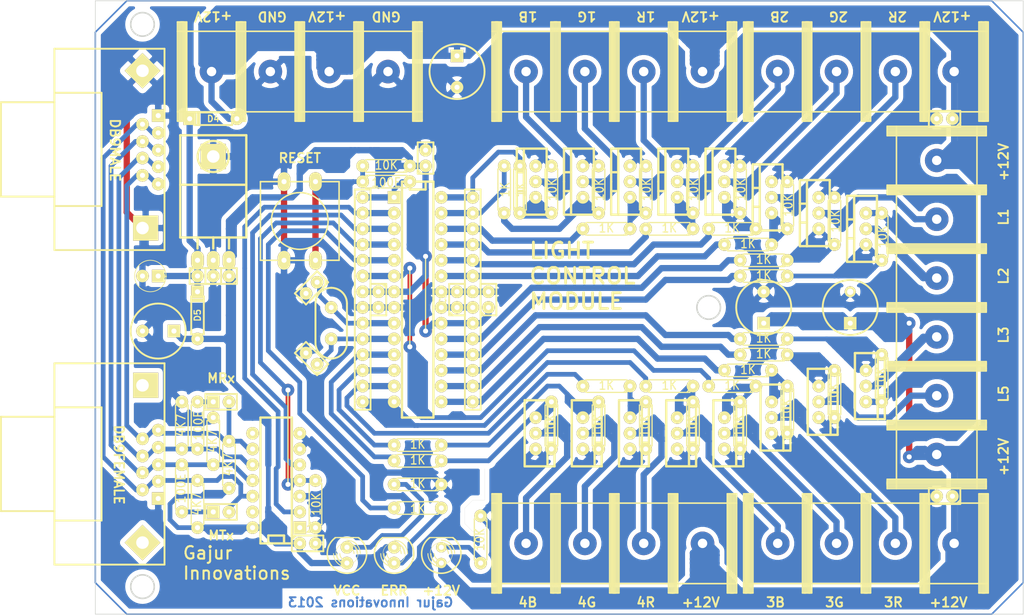
<source format=kicad_pcb>
(kicad_pcb (version 3) (host pcbnew "(2013-05-18 BZR 4017)-stable")
  (layers (15 F.Cu signal) (0 B.Cu signal) (19 F.Paste user) (21 F.SilkS user) (23 F.Mask user) (28 Edge.Cuts user))
  (net 0 "")
  (net 1 +12V)
  (net 2 /MISO)
  (net 3 /MOSI)
  (net 4 /P1)
  (net 5 /P10)
  (net 6 /P11)
  (net 7 /P12)
  (net 8 /P13)
  (net 9 /P14)
  (net 10 /P15)
  (net 11 /P16)
  (net 12 /P19)
  (net 13 /P2)
  (net 14 /P21)
  (net 15 /P23)
  (net 16 /P24)
  (net 17 /P25)
  (net 18 /P26)
  (net 19 /P27)
  (net 20 /P28)
  (net 21 /P3)
  (net 22 /P4)
  (net 23 /P5)
  (net 24 /P6)
  (net 25 /P9)
  (net 26 /R0)
  (net 27 /R1)
  (net 28 /RST_IN)
  (net 29 /T0)
  (net 30 /T1)
  (net 31 GND)
  (net 32 N-000001)
  (net 33 N-0000010)
  (net 34 N-0000011)
  (net 35 N-0000015)
  (net 36 N-0000016)
  (net 37 N-0000018)
  (net 38 N-0000019)
  (net 39 N-000002)
  (net 40 N-0000020)
  (net 41 N-0000021)
  (net 42 N-0000022)
  (net 43 N-0000023)
  (net 44 N-0000024)
  (net 45 N-0000025)
  (net 46 N-0000026)
  (net 47 N-0000027)
  (net 48 N-0000028)
  (net 49 N-0000029)
  (net 50 N-0000030)
  (net 51 N-0000031)
  (net 52 N-0000032)
  (net 53 N-0000033)
  (net 54 N-0000034)
  (net 55 N-0000035)
  (net 56 N-0000036)
  (net 57 N-0000037)
  (net 58 N-0000038)
  (net 59 N-0000039)
  (net 60 N-000004)
  (net 61 N-0000041)
  (net 62 N-0000042)
  (net 63 N-0000043)
  (net 64 N-000005)
  (net 65 N-000006)
  (net 66 N-000007)
  (net 67 N-0000070)
  (net 68 N-000008)
  (net 69 N-000009)
  (net 70 VCC)
  (module TO-220_Neutral123_Horizontal (layer F.Cu) (at 57.15 195.58)
    (fp_text reference U1 hide)
    (fp_text value 7805 hide)
    (pad GND thru_hole oval (at 0 0 90) (size 3.048 2.032) (drill 0.8128) (layers *.Cu *.Mask F.SilkS) (net 31 GND))
    (pad VI thru_hole oval (at -2.54 0 90) (size 3.048 2.032) (drill 0.8128) (layers *.Cu *.Mask F.SilkS) (net 67 N-0000070))
    (pad VO thru_hole oval (at 2.54 0 90) (size 3.048 2.032) (drill 0.8128) (layers *.Cu *.Mask F.SilkS) (net 70 VCC))
    (pad GND thru_hole rect (at 0 -16.764 90) (size 4.064 4.064) (drill 2.032) (layers *.Cu *.Mask F.SilkS) (net 31 GND))
  )
  (module SIL-14 (layer F.Cu) (at 99.06 201.93 90)
    (fp_text reference P2 hide)
    (fp_text value CONN_14 hide)
    (pad 1 thru_hole circle (at -16.51 0 90) (size 2.032 2.032) (drill 0.8128) (layers *.Cu *.Mask F.SilkS) (net 10 /P15))
    (pad 2 thru_hole circle (at -13.97 0 90) (size 2.032 2.032) (drill 0.8128) (layers *.Cu *.Mask F.SilkS) (net 11 /P16))
    (pad 3 thru_hole circle (at -11.43 0 90) (size 2.032 2.032) (drill 0.8128) (layers *.Cu *.Mask F.SilkS) (net 3 /MOSI))
    (pad 4 thru_hole circle (at -8.89 0 90) (size 2.032 2.032) (drill 0.8128) (layers *.Cu *.Mask F.SilkS) (net 2 /MISO))
    (pad 5 thru_hole circle (at -6.35 0 90) (size 2.032 2.032) (drill 0.8128) (layers *.Cu *.Mask F.SilkS) (net 12 /P19))
    (pad 6 thru_hole circle (at -3.81 0 90) (size 2.032 2.032) (drill 0.8128) (layers *.Cu *.Mask F.SilkS) (net 70 VCC))
    (pad 7 thru_hole circle (at -1.27 0 90) (size 2.032 2.032) (drill 0.8128) (layers *.Cu *.Mask F.SilkS) (net 14 /P21))
    (pad 8 thru_hole circle (at 1.27 0 90) (size 2.032 2.032) (drill 0.8128) (layers *.Cu *.Mask F.SilkS) (net 31 GND))
    (pad 9 thru_hole circle (at 3.81 0 90) (size 2.032 2.032) (drill 0.8128) (layers *.Cu *.Mask F.SilkS) (net 15 /P23))
    (pad 10 thru_hole circle (at 6.35 0 90) (size 2.032 2.032) (drill 0.8128) (layers *.Cu *.Mask F.SilkS) (net 16 /P24))
    (pad 11 thru_hole circle (at 8.89 0 90) (size 2.032 2.032) (drill 0.8128) (layers *.Cu *.Mask F.SilkS) (net 17 /P25))
    (pad 12 thru_hole circle (at 11.43 0 90) (size 2.032 2.032) (drill 0.8128) (layers *.Cu *.Mask F.SilkS) (net 18 /P26))
    (pad 13 thru_hole circle (at 13.97 0 90) (size 2.032 2.032) (drill 0.8128) (layers *.Cu *.Mask F.SilkS) (net 19 /P27))
    (pad 14 thru_hole circle (at 16.51 0 90) (size 2.032 2.032) (drill 0.8128) (layers *.Cu *.Mask F.SilkS) (net 20 /P28))
  )
  (module SIL-14 (layer F.Cu) (at 81.28 201.93 270)
    (fp_text reference P1 hide)
    (fp_text value CONN_14 hide)
    (pad 1 thru_hole circle (at -16.51 0 270) (size 2.032 2.032) (drill 0.8128) (layers *.Cu *.Mask F.SilkS) (net 4 /P1))
    (pad 2 thru_hole circle (at -13.97 0 270) (size 2.032 2.032) (drill 0.8128) (layers *.Cu *.Mask F.SilkS) (net 13 /P2))
    (pad 3 thru_hole circle (at -11.43 0 270) (size 2.032 2.032) (drill 0.8128) (layers *.Cu *.Mask F.SilkS) (net 21 /P3))
    (pad 4 thru_hole circle (at -8.89 0 270) (size 2.032 2.032) (drill 0.8128) (layers *.Cu *.Mask F.SilkS) (net 22 /P4))
    (pad 5 thru_hole circle (at -6.35 0 270) (size 2.032 2.032) (drill 0.8128) (layers *.Cu *.Mask F.SilkS) (net 23 /P5))
    (pad 6 thru_hole circle (at -3.81 0 270) (size 2.032 2.032) (drill 0.8128) (layers *.Cu *.Mask F.SilkS) (net 24 /P6))
    (pad 7 thru_hole circle (at -1.27 0 270) (size 2.032 2.032) (drill 0.8128) (layers *.Cu *.Mask F.SilkS) (net 70 VCC))
    (pad 8 thru_hole circle (at 1.27 0 270) (size 2.032 2.032) (drill 0.8128) (layers *.Cu *.Mask F.SilkS) (net 31 GND))
    (pad 9 thru_hole circle (at 3.81 0 270) (size 2.032 2.032) (drill 0.8128) (layers *.Cu *.Mask F.SilkS) (net 25 /P9))
    (pad 10 thru_hole circle (at 6.35 0 270) (size 2.032 2.032) (drill 0.8128) (layers *.Cu *.Mask F.SilkS) (net 5 /P10))
    (pad 11 thru_hole circle (at 8.89 0 270) (size 2.032 2.032) (drill 0.8128) (layers *.Cu *.Mask F.SilkS) (net 6 /P11))
    (pad 12 thru_hole circle (at 11.43 0 270) (size 2.032 2.032) (drill 0.8128) (layers *.Cu *.Mask F.SilkS) (net 7 /P12))
    (pad 13 thru_hole circle (at 13.97 0 270) (size 2.032 2.032) (drill 0.8128) (layers *.Cu *.Mask F.SilkS) (net 8 /P13))
    (pad 14 thru_hole circle (at 16.51 0 270) (size 2.032 2.032) (drill 0.8128) (layers *.Cu *.Mask F.SilkS) (net 9 /P14))
  )
  (module R3 (layer F.Cu) (at 120.65 215.9 180)
    (fp_text reference R14 hide)
    (fp_text value 1K (at 0 0.127 180) (layer F.SilkS) (effects (font (size 1.397 1.27) (thickness 0.2032))))
    (pad 1 thru_hole circle (at -3.81 0 180) (size 2.032 2.032) (drill 0.8128) (layers *.Cu *.Mask F.SilkS) (net 38 N-0000019))
    (pad 2 thru_hole circle (at 3.81 0 180) (size 2.032 2.032) (drill 0.8128) (layers *.Cu *.Mask F.SilkS) (net 8 /P13))
  )
  (module R3 (layer F.Cu) (at 143.51 193.04 180)
    (fp_text reference R9 hide)
    (fp_text value 1K (at 0 0.127 180) (layer F.SilkS) (effects (font (size 1.397 1.27) (thickness 0.2032))))
    (pad 1 thru_hole circle (at -3.81 0 180) (size 2.032 2.032) (drill 0.8128) (layers *.Cu *.Mask F.SilkS) (net 69 N-000009))
    (pad 2 thru_hole circle (at 3.81 0 180) (size 2.032 2.032) (drill 0.8128) (layers *.Cu *.Mask F.SilkS) (net 15 /P23))
  )
  (module R3 (layer F.Cu) (at 146.05 198.12 180)
    (fp_text reference R12 hide)
    (fp_text value 1K (at 0 0.127 180) (layer F.SilkS) (effects (font (size 1.397 1.27) (thickness 0.2032))))
    (pad 1 thru_hole circle (at -3.81 0 180) (size 2.032 2.032) (drill 0.8128) (layers *.Cu *.Mask F.SilkS) (net 34 N-0000011))
    (pad 2 thru_hole circle (at 3.81 0 180) (size 2.032 2.032) (drill 0.8128) (layers *.Cu *.Mask F.SilkS) (net 2 /MISO))
  )
  (module R3 (layer F.Cu) (at 140.97 190.5 180)
    (fp_text reference R10 hide)
    (fp_text value 1K (at 0 0.127 180) (layer F.SilkS) (effects (font (size 1.397 1.27) (thickness 0.2032))))
    (pad 1 thru_hole circle (at -3.81 0 180) (size 2.032 2.032) (drill 0.8128) (layers *.Cu *.Mask F.SilkS) (net 68 N-000008))
    (pad 2 thru_hole circle (at 3.81 0 180) (size 2.032 2.032) (drill 0.8128) (layers *.Cu *.Mask F.SilkS) (net 16 /P24))
  )
  (module R3 (layer F.Cu) (at 130.81 190.5 180)
    (fp_text reference R11 hide)
    (fp_text value 1K (at 0 0.127 180) (layer F.SilkS) (effects (font (size 1.397 1.27) (thickness 0.2032))))
    (pad 1 thru_hole circle (at -3.81 0 180) (size 2.032 2.032) (drill 0.8128) (layers *.Cu *.Mask F.SilkS) (net 66 N-000007))
    (pad 2 thru_hole circle (at 3.81 0 180) (size 2.032 2.032) (drill 0.8128) (layers *.Cu *.Mask F.SilkS) (net 17 /P25))
  )
  (module R3 (layer F.Cu) (at 146.05 195.58 180)
    (fp_text reference R13 hide)
    (fp_text value 1K (at 0 0.127 180) (layer F.SilkS) (effects (font (size 1.397 1.27) (thickness 0.2032))))
    (pad 1 thru_hole circle (at -3.81 0 180) (size 2.032 2.032) (drill 0.8128) (layers *.Cu *.Mask F.SilkS) (net 33 N-0000010))
    (pad 2 thru_hole circle (at 3.81 0 180) (size 2.032 2.032) (drill 0.8128) (layers *.Cu *.Mask F.SilkS) (net 12 /P19))
  )
  (module R3 (layer F.Cu) (at 120.65 190.5 180)
    (fp_text reference R6 hide)
    (fp_text value 1K (at 0 0.127 180) (layer F.SilkS) (effects (font (size 1.397 1.27) (thickness 0.2032))))
    (pad 1 thru_hole circle (at -3.81 0 180) (size 2.032 2.032) (drill 0.8128) (layers *.Cu *.Mask F.SilkS) (net 65 N-000006))
    (pad 2 thru_hole circle (at 3.81 0 180) (size 2.032 2.032) (drill 0.8128) (layers *.Cu *.Mask F.SilkS) (net 18 /P26))
  )
  (module R3 (layer F.Cu) (at 90.17 225.425 180)
    (fp_text reference R15 hide)
    (fp_text value 1K (at 0 0.127 180) (layer F.SilkS) (effects (font (size 1.397 1.27) (thickness 0.2032))))
    (pad 1 thru_hole circle (at -3.81 0 180) (size 2.032 2.032) (drill 0.8128) (layers *.Cu *.Mask F.SilkS) (net 41 N-0000021))
    (pad 2 thru_hole circle (at 3.81 0 180) (size 2.032 2.032) (drill 0.8128) (layers *.Cu *.Mask F.SilkS) (net 7 /P12))
  )
  (module R3 (layer F.Cu) (at 90.17 227.965 180)
    (fp_text reference R16 hide)
    (fp_text value 1K (at 0 0.127 180) (layer F.SilkS) (effects (font (size 1.397 1.27) (thickness 0.2032))))
    (pad 1 thru_hole circle (at -3.81 0 180) (size 2.032 2.032) (drill 0.8128) (layers *.Cu *.Mask F.SilkS) (net 40 N-0000020))
    (pad 2 thru_hole circle (at 3.81 0 180) (size 2.032 2.032) (drill 0.8128) (layers *.Cu *.Mask F.SilkS) (net 6 /P11))
  )
  (module R3 (layer F.Cu) (at 146.05 210.82 180)
    (fp_text reference R20 hide)
    (fp_text value 1K (at 0 0.127 180) (layer F.SilkS) (effects (font (size 1.397 1.27) (thickness 0.2032))))
    (pad 1 thru_hole circle (at -3.81 0 180) (size 2.032 2.032) (drill 0.8128) (layers *.Cu *.Mask F.SilkS) (net 45 N-0000025))
    (pad 2 thru_hole circle (at 3.81 0 180) (size 2.032 2.032) (drill 0.8128) (layers *.Cu *.Mask F.SilkS) (net 11 /P16))
  )
  (module R3 (layer F.Cu) (at 143.51 213.36 180)
    (fp_text reference R17 hide)
    (fp_text value 1K (at 0 0.127 180) (layer F.SilkS) (effects (font (size 1.397 1.27) (thickness 0.2032))))
    (pad 1 thru_hole circle (at -3.81 0 180) (size 2.032 2.032) (drill 0.8128) (layers *.Cu *.Mask F.SilkS) (net 44 N-0000024))
    (pad 2 thru_hole circle (at 3.81 0 180) (size 2.032 2.032) (drill 0.8128) (layers *.Cu *.Mask F.SilkS) (net 10 /P15))
  )
  (module R3 (layer F.Cu) (at 140.97 215.9 180)
    (fp_text reference R18 hide)
    (fp_text value 1K (at 0 0.127 180) (layer F.SilkS) (effects (font (size 1.397 1.27) (thickness 0.2032))))
    (pad 1 thru_hole circle (at -3.81 0 180) (size 2.032 2.032) (drill 0.8128) (layers *.Cu *.Mask F.SilkS) (net 43 N-0000023))
    (pad 2 thru_hole circle (at 3.81 0 180) (size 2.032 2.032) (drill 0.8128) (layers *.Cu *.Mask F.SilkS) (net 24 /P6))
  )
  (module R3 (layer F.Cu) (at 130.81 215.9 180)
    (fp_text reference R19 hide)
    (fp_text value 1K (at 0 0.127 180) (layer F.SilkS) (effects (font (size 1.397 1.27) (thickness 0.2032))))
    (pad 1 thru_hole circle (at -3.81 0 180) (size 2.032 2.032) (drill 0.8128) (layers *.Cu *.Mask F.SilkS) (net 42 N-0000022))
    (pad 2 thru_hole circle (at 3.81 0 180) (size 2.032 2.032) (drill 0.8128) (layers *.Cu *.Mask F.SilkS) (net 9 /P14))
  )
  (module R3 (layer F.Cu) (at 146.05 208.28 180)
    (fp_text reference R21 hide)
    (fp_text value 1K (at 0 0.127 180) (layer F.SilkS) (effects (font (size 1.397 1.27) (thickness 0.2032))))
    (pad 1 thru_hole circle (at -3.81 0 180) (size 2.032 2.032) (drill 0.8128) (layers *.Cu *.Mask F.SilkS) (net 46 N-0000026))
    (pad 2 thru_hole circle (at 3.81 0 180) (size 2.032 2.032) (drill 0.8128) (layers *.Cu *.Mask F.SilkS) (net 3 /MOSI))
  )
  (module R3 (layer F.Cu) (at 104.14 184.15 90)
    (fp_text reference R7 hide)
    (fp_text value 1K (at 0 0.127 90) (layer F.SilkS) (effects (font (size 1.397 1.27) (thickness 0.2032))))
    (pad 1 thru_hole circle (at -3.81 0 90) (size 2.032 2.032) (drill 0.8128) (layers *.Cu *.Mask F.SilkS) (net 64 N-000005))
    (pad 2 thru_hole circle (at 3.81 0 90) (size 2.032 2.032) (drill 0.8128) (layers *.Cu *.Mask F.SilkS) (net 19 /P27))
  )
  (module R3 (layer F.Cu) (at 90.17 231.775 180)
    (fp_text reference R4 hide)
    (fp_text value 1K (at 0 0.127 180) (layer F.SilkS) (effects (font (size 1.397 1.27) (thickness 0.2032))))
    (pad 1 thru_hole circle (at -3.81 0 180) (size 2.032 2.032) (drill 0.8128) (layers *.Cu *.Mask F.SilkS) (net 31 GND))
    (pad 2 thru_hole circle (at 3.81 0 180) (size 2.032 2.032) (drill 0.8128) (layers *.Cu *.Mask F.SilkS) (net 48 N-0000028))
  )
  (module R3 (layer F.Cu) (at 85.09 182.88)
    (fp_text reference R3 hide)
    (fp_text value 100E (at 0 0.127) (layer F.SilkS) (effects (font (size 1.397 1.27) (thickness 0.2032))))
    (pad 1 thru_hole circle (at -3.81 0) (size 2.032 2.032) (drill 0.8128) (layers *.Cu *.Mask F.SilkS) (net 28 /RST_IN))
    (pad 2 thru_hole circle (at 3.81 0) (size 2.032 2.032) (drill 0.8128) (layers *.Cu *.Mask F.SilkS) (net 4 /P1))
  )
  (module R3 (layer F.Cu) (at 85.09 180.34 180)
    (fp_text reference R2 hide)
    (fp_text value 10K (at 0 0.127 180) (layer F.SilkS) (effects (font (size 1.397 1.27) (thickness 0.2032))))
    (pad 1 thru_hole circle (at -3.81 0 180) (size 2.032 2.032) (drill 0.8128) (layers *.Cu *.Mask F.SilkS) (net 70 VCC))
    (pad 2 thru_hole circle (at 3.81 0 180) (size 2.032 2.032) (drill 0.8128) (layers *.Cu *.Mask F.SilkS) (net 28 /RST_IN))
  )
  (module R3 (layer F.Cu) (at 90.17 235.585)
    (fp_text reference R1 hide)
    (fp_text value 1K (at 0 0.127) (layer F.SilkS) (effects (font (size 1.397 1.27) (thickness 0.2032))))
    (pad 1 thru_hole circle (at -3.81 0) (size 2.032 2.032) (drill 0.8128) (layers *.Cu *.Mask F.SilkS) (net 23 /P5))
    (pad 2 thru_hole circle (at 3.81 0) (size 2.032 2.032) (drill 0.8128) (layers *.Cu *.Mask F.SilkS) (net 39 N-000002))
  )
  (module R3 (layer F.Cu) (at 106.68 184.15 90)
    (fp_text reference R8 hide)
    (fp_text value 1K (at 0 0.127 90) (layer F.SilkS) (effects (font (size 1.397 1.27) (thickness 0.2032))))
    (pad 1 thru_hole circle (at -3.81 0 90) (size 2.032 2.032) (drill 0.8128) (layers *.Cu *.Mask F.SilkS) (net 60 N-000004))
    (pad 2 thru_hole circle (at 3.81 0 90) (size 2.032 2.032) (drill 0.8128) (layers *.Cu *.Mask F.SilkS) (net 20 /P28))
  )
  (module LED-5MM (layer F.Cu) (at 78.74 243.205 90)
    (fp_text reference D2 hide)
    (fp_text value LED hide)
    (pad 1 thru_hole circle (at -1.27 0 90) (size 2.032 2.032) (drill 0.8128) (layers *.Cu *.Mask F.SilkS) (net 70 VCC))
    (pad 2 thru_hole circle (at 1.27 0 90) (size 2.032 2.032) (drill 0.8128) (layers *.Cu *.Mask F.SilkS) (net 48 N-0000028))
  )
  (module LED-5MM (layer F.Cu) (at 86.36 243.205 90)
    (fp_text reference D1 hide)
    (fp_text value LED hide)
    (pad 1 thru_hole circle (at -1.27 0 90) (size 2.032 2.032) (drill 0.8128) (layers *.Cu *.Mask F.SilkS) (net 39 N-000002))
    (pad 2 thru_hole circle (at 1.27 0 90) (size 2.032 2.032) (drill 0.8128) (layers *.Cu *.Mask F.SilkS) (net 31 GND))
  )
  (module HC-49V (layer F.Cu) (at 76.2 205.74 270)
    (fp_text reference X1 hide)
    (fp_text value 16MHz hide)
    (pad 1 thru_hole circle (at -2.54 0 270) (size 2.032 2.032) (drill 0.8128) (layers *.Cu *.Mask F.SilkS) (net 25 /P9))
    (pad 2 thru_hole circle (at 2.54 0 270) (size 2.032 2.032) (drill 0.8128) (layers *.Cu *.Mask F.SilkS) (net 5 /P10))
  )
  (module DIP-28__300 (layer F.Cu) (at 90.17 201.93 270)
    (fp_text reference IC1 hide)
    (fp_text value ATMEGA168-P hide)
    (pad 2 thru_hole circle (at -13.97 3.81 270) (size 2.032 2.032) (drill 0.8128) (layers *.Cu *.Mask F.SilkS) (net 13 /P2))
    (pad 3 thru_hole circle (at -11.43 3.81 270) (size 2.032 2.032) (drill 0.8128) (layers *.Cu *.Mask F.SilkS) (net 21 /P3))
    (pad 4 thru_hole circle (at -8.89 3.81 270) (size 2.032 2.032) (drill 0.8128) (layers *.Cu *.Mask F.SilkS) (net 22 /P4))
    (pad 5 thru_hole circle (at -6.35 3.81 270) (size 2.032 2.032) (drill 0.8128) (layers *.Cu *.Mask F.SilkS) (net 23 /P5))
    (pad 6 thru_hole circle (at -3.81 3.81 270) (size 2.032 2.032) (drill 0.8128) (layers *.Cu *.Mask F.SilkS) (net 24 /P6))
    (pad 7 thru_hole circle (at -1.27 3.81 270) (size 2.032 2.032) (drill 0.8128) (layers *.Cu *.Mask F.SilkS) (net 70 VCC))
    (pad 8 thru_hole circle (at 1.27 3.81 270) (size 2.032 2.032) (drill 0.8128) (layers *.Cu *.Mask F.SilkS) (net 31 GND))
    (pad 9 thru_hole circle (at 3.81 3.81 270) (size 2.032 2.032) (drill 0.8128) (layers *.Cu *.Mask F.SilkS) (net 25 /P9))
    (pad 10 thru_hole circle (at 6.35 3.81 270) (size 2.032 2.032) (drill 0.8128) (layers *.Cu *.Mask F.SilkS) (net 5 /P10))
    (pad 11 thru_hole circle (at 8.89 3.81 270) (size 2.032 2.032) (drill 0.8128) (layers *.Cu *.Mask F.SilkS) (net 6 /P11))
    (pad 12 thru_hole circle (at 11.43 3.81 270) (size 2.032 2.032) (drill 0.8128) (layers *.Cu *.Mask F.SilkS) (net 7 /P12))
    (pad 13 thru_hole circle (at 13.97 3.81 270) (size 2.032 2.032) (drill 0.8128) (layers *.Cu *.Mask F.SilkS) (net 8 /P13))
    (pad 14 thru_hole circle (at 16.51 3.81 270) (size 2.032 2.032) (drill 0.8128) (layers *.Cu *.Mask F.SilkS) (net 9 /P14))
    (pad 1 thru_hole rect (at -16.51 3.81 270) (size 2.032 2.032) (drill 0.8128) (layers *.Cu *.Mask F.SilkS) (net 4 /P1))
    (pad 15 thru_hole circle (at 16.51 -3.81 270) (size 2.032 2.032) (drill 0.8128) (layers *.Cu *.Mask F.SilkS) (net 10 /P15))
    (pad 16 thru_hole circle (at 13.97 -3.81 270) (size 2.032 2.032) (drill 0.8128) (layers *.Cu *.Mask F.SilkS) (net 11 /P16))
    (pad 17 thru_hole circle (at 11.43 -3.81 270) (size 2.032 2.032) (drill 0.8128) (layers *.Cu *.Mask F.SilkS) (net 3 /MOSI))
    (pad 18 thru_hole circle (at 8.89 -3.81 270) (size 2.032 2.032) (drill 0.8128) (layers *.Cu *.Mask F.SilkS) (net 2 /MISO))
    (pad 19 thru_hole circle (at 6.35 -3.81 270) (size 2.032 2.032) (drill 0.8128) (layers *.Cu *.Mask F.SilkS) (net 12 /P19))
    (pad 20 thru_hole circle (at 3.81 -3.81 270) (size 2.032 2.032) (drill 0.8128) (layers *.Cu *.Mask F.SilkS) (net 70 VCC))
    (pad 21 thru_hole circle (at 1.27 -3.81 270) (size 2.032 2.032) (drill 0.8128) (layers *.Cu *.Mask F.SilkS) (net 14 /P21))
    (pad 22 thru_hole circle (at -1.27 -3.81 270) (size 2.032 2.032) (drill 0.8128) (layers *.Cu *.Mask F.SilkS) (net 31 GND))
    (pad 23 thru_hole circle (at -3.81 -3.81 270) (size 2.032 2.032) (drill 0.8128) (layers *.Cu *.Mask F.SilkS) (net 15 /P23))
    (pad 24 thru_hole circle (at -6.35 -3.81 270) (size 2.032 2.032) (drill 0.8128) (layers *.Cu *.Mask F.SilkS) (net 16 /P24))
    (pad 25 thru_hole circle (at -8.89 -3.81 270) (size 2.032 2.032) (drill 0.8128) (layers *.Cu *.Mask F.SilkS) (net 17 /P25))
    (pad 26 thru_hole circle (at -11.43 -3.81 270) (size 2.032 2.032) (drill 0.8128) (layers *.Cu *.Mask F.SilkS) (net 18 /P26))
    (pad 27 thru_hole circle (at -13.97 -3.81 270) (size 2.032 2.032) (drill 0.8128) (layers *.Cu *.Mask F.SilkS) (net 19 /P27))
    (pad 28 thru_hole circle (at -16.51 -3.81 270) (size 2.032 2.032) (drill 0.8128) (layers *.Cu *.Mask F.SilkS) (net 20 /P28))
  )
  (module C2V8 (layer F.Cu) (at 146.05 203.2 90)
    (fp_text reference C9 hide)
    (fp_text value 1000uF hide)
    (pad 1 thru_hole rect (at -2.54 0 90) (size 2.032 2.032) (drill 0.8128) (layers *.Cu *.Mask F.SilkS) (net 1 +12V))
    (pad 2 thru_hole circle (at 2.54 0 90) (size 2.032 2.032) (drill 0.8128) (layers *.Cu *.Mask F.SilkS) (net 31 GND))
  )
  (module C2V8 (layer F.Cu) (at 48.26 207.01 180)
    (fp_text reference C4 hide)
    (fp_text value 1000uF hide)
    (pad 1 thru_hole rect (at -2.54 0 180) (size 2.032 2.032) (drill 0.8128) (layers *.Cu *.Mask F.SilkS) (net 70 VCC))
    (pad 2 thru_hole circle (at 2.54 0 180) (size 2.032 2.032) (drill 0.8128) (layers *.Cu *.Mask F.SilkS) (net 31 GND))
  )
  (module C2V8 (layer F.Cu) (at 96.52 165.1 270)
    (fp_text reference C8 hide)
    (fp_text value 1000uF hide)
    (pad 1 thru_hole rect (at -2.54 0 270) (size 2.032 2.032) (drill 0.8128) (layers *.Cu *.Mask F.SilkS) (net 1 +12V))
    (pad 2 thru_hole circle (at 2.54 0 270) (size 2.032 2.032) (drill 0.8128) (layers *.Cu *.Mask F.SilkS) (net 31 GND))
  )
  (module C1 (layer F.Cu) (at 96.52 201.93 90)
    (fp_text reference C2 (at 0.254 -2.286 90) (layer F.SilkS) (effects (font (size 1.016 1.016) (thickness 0.2032))))
    (fp_text value 104 hide)
    (pad 1 thru_hole circle (at -1.27 0 90) (size 2.032 2.032) (drill 0.8128) (layers *.Cu *.Mask F.SilkS) (net 14 /P21))
    (pad 2 thru_hole circle (at 1.27 0 90) (size 2.032 2.032) (drill 0.8128) (layers *.Cu *.Mask F.SilkS) (net 31 GND))
  )
  (module C1 (layer F.Cu) (at 175.26 172.72 180)
    (fp_text reference C12 hide)
    (fp_text value 104 hide)
    (pad 1 thru_hole circle (at -1.27 0 180) (size 2.032 2.032) (drill 0.8128) (layers *.Cu *.Mask F.SilkS) (net 1 +12V))
    (pad 2 thru_hole circle (at 1.27 0 180) (size 2.032 2.032) (drill 0.8128) (layers *.Cu *.Mask F.SilkS) (net 31 GND))
  )
  (module C1 (layer F.Cu) (at 101.6 201.93 90)
    (fp_text reference C5 hide)
    (fp_text value 104 hide)
    (pad 1 thru_hole circle (at -1.27 0 90) (size 2.032 2.032) (drill 0.8128) (layers *.Cu *.Mask F.SilkS) (net 70 VCC))
    (pad 2 thru_hole circle (at 1.27 0 90) (size 2.032 2.032) (drill 0.8128) (layers *.Cu *.Mask F.SilkS) (net 31 GND))
  )
  (module C1 (layer F.Cu) (at 73.025 211.455 135)
    (fp_text reference C3 hide)
    (fp_text value 22pF hide)
    (pad 1 thru_hole circle (at -1.27 0 135) (size 2.032 2.032) (drill 0.8128) (layers *.Cu *.Mask F.SilkS) (net 5 /P10))
    (pad 2 thru_hole circle (at 1.27 0 135) (size 2.032 2.032) (drill 0.8128) (layers *.Cu *.Mask F.SilkS) (net 31 GND))
  )
  (module C1 (layer F.Cu) (at 73.025 200.025 225)
    (fp_text reference C1 hide)
    (fp_text value 22pF hide)
    (pad 1 thru_hole circle (at -1.27 0 225) (size 2.032 2.032) (drill 0.8128) (layers *.Cu *.Mask F.SilkS) (net 25 /P9))
    (pad 2 thru_hole circle (at 1.27 0 225) (size 2.032 2.032) (drill 0.8128) (layers *.Cu *.Mask F.SilkS) (net 31 GND))
  )
  (module C1 (layer F.Cu) (at 175.26 233.68 180)
    (fp_text reference C13 hide)
    (fp_text value 104 hide)
    (pad 1 thru_hole circle (at -1.27 0 180) (size 2.032 2.032) (drill 0.8128) (layers *.Cu *.Mask F.SilkS) (net 1 +12V))
    (pad 2 thru_hole circle (at 1.27 0 180) (size 2.032 2.032) (drill 0.8128) (layers *.Cu *.Mask F.SilkS) (net 31 GND))
  )
  (module C1 (layer F.Cu) (at 55.88 198.12)
    (fp_text reference C14 hide)
    (fp_text value 104 hide)
    (pad 1 thru_hole circle (at -1.27 0) (size 2.032 2.032) (drill 0.8128) (layers *.Cu *.Mask F.SilkS) (net 67 N-0000070))
    (pad 2 thru_hole circle (at 1.27 0) (size 2.032 2.032) (drill 0.8128) (layers *.Cu *.Mask F.SilkS) (net 31 GND))
  )
  (module C1 (layer F.Cu) (at 58.42 198.12 180)
    (fp_text reference C15 hide)
    (fp_text value 104 hide)
    (pad 1 thru_hole circle (at -1.27 0 180) (size 2.032 2.032) (drill 0.8128) (layers *.Cu *.Mask F.SilkS) (net 70 VCC))
    (pad 2 thru_hole circle (at 1.27 0 180) (size 2.032 2.032) (drill 0.8128) (layers *.Cu *.Mask F.SilkS) (net 31 GND))
  )
  (module C1 (layer F.Cu) (at 83.82 201.93 270)
    (fp_text reference C16 hide)
    (fp_text value 104 hide)
    (pad 1 thru_hole circle (at -1.27 0 270) (size 2.032 2.032) (drill 0.8128) (layers *.Cu *.Mask F.SilkS) (net 70 VCC))
    (pad 2 thru_hole circle (at 1.27 0 270) (size 2.032 2.032) (drill 0.8128) (layers *.Cu *.Mask F.SilkS) (net 31 GND))
  )
  (module R3 (layer F.Cu) (at 100.33 240.665 270)
    (fp_text reference R5 hide)
    (fp_text value 10K (at 0 0.127 270) (layer F.SilkS) (effects (font (size 1.397 1.27) (thickness 0.2032))))
    (pad 1 thru_hole circle (at -3.81 0 270) (size 2.032 2.032) (drill 0.8128) (layers *.Cu *.Mask F.SilkS) (net 31 GND))
    (pad 2 thru_hole circle (at 3.81 0 270) (size 2.032 2.032) (drill 0.8128) (layers *.Cu *.Mask F.SilkS) (net 47 N-0000027))
  )
  (module LED-5MM (layer F.Cu) (at 93.98 243.205 90)
    (fp_text reference D3 hide)
    (fp_text value LED hide)
    (pad 1 thru_hole circle (at -1.27 0 90) (size 1.6764 1.6764) (drill 0.8128) (layers *.Cu *.Mask F.SilkS) (net 1 +12V))
    (pad 2 thru_hole circle (at 1.27 0 90) (size 1.6764 1.6764) (drill 0.8128) (layers *.Cu *.Mask F.SilkS) (net 47 N-0000027))
  )
  (module C2V8 (layer F.Cu) (at 160.02 203.2 90)
    (fp_text reference C7 hide)
    (fp_text value 1000uF hide)
    (pad 1 thru_hole rect (at -2.54 0 90) (size 2.032 2.032) (drill 0.8128) (layers *.Cu *.Mask F.SilkS) (net 1 +12V))
    (pad 2 thru_hole circle (at 2.54 0 90) (size 1.778 1.778) (drill 1.016) (layers *.Cu *.Mask F.SilkS) (net 31 GND))
  )
  (module C1 (layer F.Cu) (at 72.39 241.3)
    (fp_text reference C20 (at 0.254 -2.286) (layer F.SilkS) (effects (font (size 1.016 1.016) (thickness 0.2032))))
    (fp_text value 104 hide)
    (pad 1 thru_hole circle (at -1.27 0) (size 2.032 2.032) (drill 0.8128) (layers *.Cu *.Mask F.SilkS) (net 70 VCC))
    (pad 2 thru_hole circle (at 1.27 0) (size 2.032 2.032) (drill 0.8128) (layers *.Cu *.Mask F.SilkS) (net 31 GND))
  )
  (module C1 (layer F.Cu) (at 91.44 179.07 90)
    (fp_text reference C21 hide)
    (fp_text value 104 hide)
    (pad 1 thru_hole circle (at -1.27 0 90) (size 2.032 2.032) (drill 0.8128) (layers *.Cu *.Mask F.SilkS) (net 70 VCC))
    (pad 2 thru_hole circle (at 1.27 0 90) (size 2.032 2.032) (drill 0.8128) (layers *.Cu *.Mask F.SilkS) (net 31 GND))
  )
  (module R3 (layer F.Cu) (at 73.66 234.95 90)
    (fp_text reference R22 hide)
    (fp_text value 10K (at 0 0.127 90) (layer F.SilkS) (effects (font (size 1.397 1.27) (thickness 0.2032))))
    (pad 1 thru_hole circle (at -3.81 0 90) (size 2.032 2.032) (drill 0.8128) (layers *.Cu *.Mask F.SilkS) (net 31 GND))
    (pad 2 thru_hole circle (at 3.81 0 90) (size 2.032 2.032) (drill 0.8128) (layers *.Cu *.Mask F.SilkS) (net 22 /P4))
  )
  (module DIP-14__300 (layer F.Cu) (at 67.31 231.14 90)
    (fp_text reference U2 hide)
    (fp_text value MAX13080E hide)
    (pad 1 thru_hole rect (at -7.62 3.81 90) (size 2.032 2.032) (drill 0.8128) (layers *.Cu *.Mask F.SilkS))
    (pad 2 thru_hole circle (at -5.08 3.81 90) (size 2.032 2.032) (drill 0.8128) (layers *.Cu *.Mask F.SilkS) (net 13 /P2))
    (pad 3 thru_hole circle (at -2.54 3.81 90) (size 2.032 2.032) (drill 0.8128) (layers *.Cu *.Mask F.SilkS) (net 31 GND))
    (pad 4 thru_hole circle (at 0 3.81 90) (size 2.032 2.032) (drill 0.8128) (layers *.Cu *.Mask F.SilkS) (net 22 /P4))
    (pad 5 thru_hole circle (at 2.54 3.81 90) (size 2.032 2.032) (drill 0.8128) (layers *.Cu *.Mask F.SilkS) (net 21 /P3))
    (pad 6 thru_hole circle (at 5.08 3.81 90) (size 2.032 2.032) (drill 0.8128) (layers *.Cu *.Mask F.SilkS) (net 31 GND))
    (pad 7 thru_hole circle (at 7.62 3.81 90) (size 2.032 2.032) (drill 0.8128) (layers *.Cu *.Mask F.SilkS) (net 31 GND))
    (pad 8 thru_hole circle (at 7.62 -3.81 90) (size 2.032 2.032) (drill 0.8128) (layers *.Cu *.Mask F.SilkS))
    (pad 9 thru_hole circle (at 5.08 -3.81 90) (size 2.032 2.032) (drill 0.8128) (layers *.Cu *.Mask F.SilkS) (net 27 /R1))
    (pad 10 thru_hole circle (at 2.54 -3.81 90) (size 2.032 2.032) (drill 0.8128) (layers *.Cu *.Mask F.SilkS) (net 26 /R0))
    (pad 11 thru_hole circle (at 0 -3.81 90) (size 2.032 2.032) (drill 0.8128) (layers *.Cu *.Mask F.SilkS) (net 29 /T0))
    (pad 12 thru_hole circle (at -2.54 -3.81 90) (size 2.032 2.032) (drill 0.8128) (layers *.Cu *.Mask F.SilkS) (net 30 /T1))
    (pad 13 thru_hole circle (at -5.08 -3.81 90) (size 2.032 2.032) (drill 0.8128) (layers *.Cu *.Mask F.SilkS))
    (pad 14 thru_hole circle (at -7.62 -3.81 90) (size 2.032 2.032) (drill 0.8128) (layers *.Cu *.Mask F.SilkS) (net 70 VCC))
  )
  (module DB9MC (layer F.Cu) (at 46.99 177.8 90)
    (fp_text reference J1 hide)
    (fp_text value DB9M hide)
    (pad 1 thru_hole rect (at 12.827 -1.27 135) (size 4.064 4.064) (drill 2.032) (layers *.Cu *.Mask F.SilkS) (net 31 GND))
    (pad 1 thru_hole rect (at -12.573 -1.27 90) (size 4.064 4.064) (drill 2.032 (offset 0 0.508)) (layers *.Cu *.Mask F.SilkS) (net 31 GND))
    (pad 1 thru_hole rect (at 5.588 1.27 90) (size 2.032 2.032) (drill 0.8128) (layers *.Cu *.Mask F.SilkS) (net 31 GND))
    (pad 2 thru_hole circle (at 2.794 1.27 90) (size 2.032 2.032) (drill 0.8128) (layers *.Cu *.Mask F.SilkS) (net 30 /T1))
    (pad 3 thru_hole circle (at 0 1.27 90) (size 2.032 2.032) (drill 0.8128) (layers *.Cu *.Mask F.SilkS) (net 29 /T0))
    (pad 4 thru_hole circle (at -2.667 1.27 90) (size 2.032 2.032) (drill 0.8128) (layers *.Cu *.Mask F.SilkS) (net 26 /R0))
    (pad 5 thru_hole circle (at -5.461 1.27 90) (size 2.032 2.032) (drill 0.8128) (layers *.Cu *.Mask F.SilkS) (net 27 /R1))
    (pad 9 thru_hole circle (at -4.064 -1.27 90) (size 2.032 2.032) (drill 0.8128) (layers *.Cu *.Mask F.SilkS) (net 27 /R1))
    (pad 8 thru_hole circle (at -1.27 -1.27 90) (size 2.032 2.032) (drill 0.8128) (layers *.Cu *.Mask F.SilkS) (net 26 /R0))
    (pad 7 thru_hole circle (at 1.397 -1.27 90) (size 2.032 2.032) (drill 0.8128) (layers *.Cu *.Mask F.SilkS) (net 29 /T0))
    (pad 6 thru_hole circle (at 4.191 -1.27 90) (size 2.032 2.032) (drill 0.8128) (layers *.Cu *.Mask F.SilkS) (net 30 /T1))
  )
  (module DB9FC (layer F.Cu) (at 46.99 228.6 90)
    (fp_text reference J2 hide)
    (fp_text value DB9F hide)
    (pad "" thru_hole rect (at 12.827 -1.27 90) (size 4.064 4.064) (drill 2.032 (offset 0 0.508)) (layers *.Cu *.Mask F.SilkS))
    (pad "" thru_hole rect (at -12.573 -1.27 135) (size 4.064 4.064) (drill 2.032) (layers *.Cu *.Mask F.SilkS))
    (pad 1 thru_hole rect (at -5.461 1.27 90) (size 2.032 2.032) (drill 0.8128) (layers *.Cu *.Mask F.SilkS) (net 31 GND))
    (pad 2 thru_hole circle (at -2.667 1.27 90) (size 2.032 2.032) (drill 0.8128) (layers *.Cu *.Mask F.SilkS) (net 30 /T1))
    (pad 3 thru_hole circle (at 0 1.27 90) (size 2.032 2.032) (drill 0.8128) (layers *.Cu *.Mask F.SilkS) (net 29 /T0))
    (pad 4 thru_hole circle (at 2.794 1.27 90) (size 2.032 2.032) (drill 0.8128) (layers *.Cu *.Mask F.SilkS) (net 26 /R0))
    (pad 5 thru_hole circle (at 5.588 1.27 90) (size 2.032 2.032) (drill 0.8128) (layers *.Cu *.Mask F.SilkS) (net 27 /R1))
    (pad 6 thru_hole circle (at -4.064 -1.27 90) (size 2.032 2.032) (drill 0.8128) (layers *.Cu *.Mask F.SilkS) (net 30 /T1))
    (pad 7 thru_hole circle (at -1.27 -1.27 90) (size 2.032 2.032) (drill 0.8128) (layers *.Cu *.Mask F.SilkS) (net 29 /T0))
    (pad 8 thru_hole circle (at 1.397 -1.27 90) (size 2.032 2.032) (drill 0.8128) (layers *.Cu *.Mask F.SilkS) (net 26 /R0))
    (pad 9 thru_hole circle (at 4.191 -1.27 90) (size 2.032 2.032) (drill 0.8128) (layers *.Cu *.Mask F.SilkS) (net 27 /R1))
  )
  (module CONN_4_SOLAR (layer F.Cu) (at 162.56 165.1 180)
    (fp_text reference P5 hide)
    (fp_text value CONN_4 hide)
    (pad 3 thru_hole circle (at 4.7498 0 180) (size 3.81 3.81) (drill 1.524) (layers *.Cu *.Mask) (net 55 N-0000035))
    (pad 2 thru_hole circle (at -4.7498 0 180) (size 3.81 3.81) (drill 1.524) (layers *.Cu *.Mask) (net 53 N-0000033))
    (pad 4 thru_hole circle (at 14.2494 0 180) (size 3.81 3.81) (drill 1.524) (layers *.Cu *.Mask) (net 54 N-0000034))
    (pad 1 thru_hole circle (at -14.2494 0 180) (size 3.81 3.81) (drill 1.524) (layers *.Cu *.Mask) (net 1 +12V))
  )
  (module TO-220_Neutral123_Vertical (layer F.Cu) (at 154.94 218.44 270)
    (fp_text reference Q15 hide)
    (fp_text value TIP122 hide)
    (pad 2 thru_hole circle (at 0 0 270) (size 2.032 2.032) (drill 0.8128) (layers *.Cu *.Mask F.SilkS) (net 35 N-0000015))
    (pad 1 thru_hole circle (at -2.54 0 270) (size 2.032 2.032) (drill 0.8128) (layers *.Cu *.Mask F.SilkS) (net 45 N-0000025))
    (pad 3 thru_hole circle (at 2.54 0 270) (size 2.032 2.032) (drill 0.8128) (layers *.Cu *.Mask F.SilkS) (net 31 GND))
  )
  (module TO-220_Neutral123_Vertical (layer F.Cu) (at 139.7 182.88 90)
    (fp_text reference Q5 hide)
    (fp_text value TIP122 hide)
    (pad 2 thru_hole circle (at 0 0 90) (size 2.032 2.032) (drill 0.8128) (layers *.Cu *.Mask F.SilkS) (net 55 N-0000035))
    (pad 1 thru_hole circle (at -2.54 0 90) (size 2.032 2.032) (drill 0.8128) (layers *.Cu *.Mask F.SilkS) (net 68 N-000008))
    (pad 3 thru_hole circle (at 2.54 0 90) (size 2.032 2.032) (drill 0.8128) (layers *.Cu *.Mask F.SilkS) (net 31 GND))
  )
  (module TO-220_Neutral123_Vertical (layer F.Cu) (at 132.08 182.88 90)
    (fp_text reference Q6 hide)
    (fp_text value TIP122 hide)
    (pad 2 thru_hole circle (at 0 0 90) (size 2.032 2.032) (drill 0.8128) (layers *.Cu *.Mask F.SilkS) (net 54 N-0000034))
    (pad 1 thru_hole circle (at -2.54 0 90) (size 2.032 2.032) (drill 0.8128) (layers *.Cu *.Mask F.SilkS) (net 66 N-000007))
    (pad 3 thru_hole circle (at 2.54 0 90) (size 2.032 2.032) (drill 0.8128) (layers *.Cu *.Mask F.SilkS) (net 31 GND))
  )
  (module TO-220_Neutral123_Vertical (layer F.Cu) (at 154.94 187.96 90)
    (fp_text reference Q8 hide)
    (fp_text value TIP122 hide)
    (pad 2 thru_hole circle (at 0 0 90) (size 2.032 2.032) (drill 0.8128) (layers *.Cu *.Mask F.SilkS) (net 63 N-0000043))
    (pad 1 thru_hole circle (at -2.54 0 90) (size 2.032 2.032) (drill 0.8128) (layers *.Cu *.Mask F.SilkS) (net 33 N-0000010))
    (pad 3 thru_hole circle (at 2.54 0 90) (size 2.032 2.032) (drill 0.8128) (layers *.Cu *.Mask F.SilkS) (net 31 GND))
  )
  (module TO-220_Neutral123_Vertical (layer F.Cu) (at 124.46 223.52 270)
    (fp_text reference Q9 hide)
    (fp_text value TIP122 hide)
    (pad 2 thru_hole circle (at 0 0 270) (size 2.032 2.032) (drill 0.8128) (layers *.Cu *.Mask F.SilkS) (net 50 N-0000030))
    (pad 1 thru_hole circle (at -2.54 0 270) (size 2.032 2.032) (drill 0.8128) (layers *.Cu *.Mask F.SilkS) (net 38 N-0000019))
    (pad 3 thru_hole circle (at 2.54 0 270) (size 2.032 2.032) (drill 0.8128) (layers *.Cu *.Mask F.SilkS) (net 31 GND))
  )
  (module TO-220_Neutral123_Vertical (layer F.Cu) (at 116.84 223.52 270)
    (fp_text reference Q10 hide)
    (fp_text value TIP122 hide)
    (pad 2 thru_hole circle (at 0 0 270) (size 2.032 2.032) (drill 0.8128) (layers *.Cu *.Mask F.SilkS) (net 57 N-0000037))
    (pad 1 thru_hole circle (at -2.54 0 270) (size 2.032 2.032) (drill 0.8128) (layers *.Cu *.Mask F.SilkS) (net 41 N-0000021))
    (pad 3 thru_hole circle (at 2.54 0 270) (size 2.032 2.032) (drill 0.8128) (layers *.Cu *.Mask F.SilkS) (net 31 GND))
  )
  (module TO-220_Neutral123_Vertical (layer F.Cu) (at 147.32 185.42 90)
    (fp_text reference Q4 hide)
    (fp_text value TIP122 hide)
    (pad 2 thru_hole circle (at 0 0 90) (size 2.032 2.032) (drill 0.8128) (layers *.Cu *.Mask F.SilkS) (net 53 N-0000033))
    (pad 1 thru_hole circle (at -2.54 0 90) (size 2.032 2.032) (drill 0.8128) (layers *.Cu *.Mask F.SilkS) (net 69 N-000009))
    (pad 3 thru_hole circle (at 2.54 0 90) (size 2.032 2.032) (drill 0.8128) (layers *.Cu *.Mask F.SilkS) (net 31 GND))
  )
  (module TO-220_Neutral123_Vertical (layer F.Cu) (at 109.22 223.52 270)
    (fp_text reference Q11 hide)
    (fp_text value TIP122 hide)
    (pad 2 thru_hole circle (at 0 0 270) (size 2.032 2.032) (drill 0.8128) (layers *.Cu *.Mask F.SilkS) (net 56 N-0000036))
    (pad 1 thru_hole circle (at -2.54 0 270) (size 2.032 2.032) (drill 0.8128) (layers *.Cu *.Mask F.SilkS) (net 40 N-0000020))
    (pad 3 thru_hole circle (at 2.54 0 270) (size 2.032 2.032) (drill 0.8128) (layers *.Cu *.Mask F.SilkS) (net 31 GND))
  )
  (module TO-220_Neutral123_Vertical (layer F.Cu) (at 116.84 182.88 90)
    (fp_text reference Q2 hide)
    (fp_text value TIP122 hide)
    (pad 2 thru_hole circle (at 0 0 90) (size 2.032 2.032) (drill 0.8128) (layers *.Cu *.Mask F.SilkS) (net 52 N-0000032))
    (pad 1 thru_hole circle (at -2.54 0 90) (size 2.032 2.032) (drill 0.8128) (layers *.Cu *.Mask F.SilkS) (net 64 N-000005))
    (pad 3 thru_hole circle (at 2.54 0 90) (size 2.032 2.032) (drill 0.8128) (layers *.Cu *.Mask F.SilkS) (net 31 GND))
  )
  (module TO-220_Neutral123_Vertical (layer F.Cu) (at 147.32 220.98 270)
    (fp_text reference Q12 hide)
    (fp_text value TIP122 hide)
    (pad 2 thru_hole circle (at 0 0 270) (size 2.032 2.032) (drill 0.8128) (layers *.Cu *.Mask F.SilkS) (net 58 N-0000038))
    (pad 1 thru_hole circle (at -2.54 0 270) (size 2.032 2.032) (drill 0.8128) (layers *.Cu *.Mask F.SilkS) (net 44 N-0000024))
    (pad 3 thru_hole circle (at 2.54 0 270) (size 2.032 2.032) (drill 0.8128) (layers *.Cu *.Mask F.SilkS) (net 31 GND))
  )
  (module TO-220_Neutral123_Vertical (layer F.Cu) (at 139.7 223.52 270)
    (fp_text reference Q13 hide)
    (fp_text value TIP122 hide)
    (pad 2 thru_hole circle (at 0 0 270) (size 2.032 2.032) (drill 0.8128) (layers *.Cu *.Mask F.SilkS) (net 61 N-0000041))
    (pad 1 thru_hole circle (at -2.54 0 270) (size 2.032 2.032) (drill 0.8128) (layers *.Cu *.Mask F.SilkS) (net 43 N-0000023))
    (pad 3 thru_hole circle (at 2.54 0 270) (size 2.032 2.032) (drill 0.8128) (layers *.Cu *.Mask F.SilkS) (net 31 GND))
  )
  (module TO-220_Neutral123_Vertical (layer F.Cu) (at 132.08 223.52 270)
    (fp_text reference Q14 hide)
    (fp_text value TIP122 hide)
    (pad 2 thru_hole circle (at 0 0 270) (size 2.032 2.032) (drill 0.8128) (layers *.Cu *.Mask F.SilkS) (net 59 N-0000039))
    (pad 1 thru_hole circle (at -2.54 0 270) (size 2.032 2.032) (drill 0.8128) (layers *.Cu *.Mask F.SilkS) (net 42 N-0000022))
    (pad 3 thru_hole circle (at 2.54 0 270) (size 2.032 2.032) (drill 0.8128) (layers *.Cu *.Mask F.SilkS) (net 31 GND))
  )
  (module TO-220_Neutral123_Vertical (layer F.Cu) (at 109.22 182.88 90)
    (fp_text reference Q3 hide)
    (fp_text value TIP122 hide)
    (pad 2 thru_hole circle (at 0 0 90) (size 2.032 2.032) (drill 0.8128) (layers *.Cu *.Mask F.SilkS) (net 51 N-0000031))
    (pad 1 thru_hole circle (at -2.54 0 90) (size 2.032 2.032) (drill 0.8128) (layers *.Cu *.Mask F.SilkS) (net 60 N-000004))
    (pad 3 thru_hole circle (at 2.54 0 90) (size 2.032 2.032) (drill 0.8128) (layers *.Cu *.Mask F.SilkS) (net 31 GND))
  )
  (module TO-220_Neutral123_Vertical (layer F.Cu) (at 124.46 182.88 90)
    (fp_text reference Q1 hide)
    (fp_text value TIP122 hide)
    (pad 2 thru_hole circle (at 0 0 90) (size 2.032 2.032) (drill 0.8128) (layers *.Cu *.Mask F.SilkS) (net 32 N-000001))
    (pad 1 thru_hole circle (at -2.54 0 90) (size 2.032 2.032) (drill 0.8128) (layers *.Cu *.Mask F.SilkS) (net 65 N-000006))
    (pad 3 thru_hole circle (at 2.54 0 90) (size 2.032 2.032) (drill 0.8128) (layers *.Cu *.Mask F.SilkS) (net 31 GND))
  )
  (module TO-220_Neutral123_Vertical (layer F.Cu) (at 162.56 215.9 270)
    (fp_text reference Q16 hide)
    (fp_text value TIP122 hide)
    (pad 2 thru_hole circle (at 0 0 270) (size 2.032 2.032) (drill 0.8128) (layers *.Cu *.Mask F.SilkS) (net 62 N-0000042))
    (pad 1 thru_hole circle (at -2.54 0 270) (size 2.032 2.032) (drill 0.8128) (layers *.Cu *.Mask F.SilkS) (net 46 N-0000026))
    (pad 3 thru_hole circle (at 2.54 0 270) (size 2.032 2.032) (drill 0.8128) (layers *.Cu *.Mask F.SilkS) (net 31 GND))
  )
  (module TO-220_Neutral123_Vertical (layer F.Cu) (at 162.56 190.5 90)
    (fp_text reference Q7 hide)
    (fp_text value TIP122 hide)
    (pad 2 thru_hole circle (at 0 0 90) (size 2.032 2.032) (drill 0.8128) (layers *.Cu *.Mask F.SilkS) (net 36 N-0000016))
    (pad 1 thru_hole circle (at -2.54 0 90) (size 2.032 2.032) (drill 0.8128) (layers *.Cu *.Mask F.SilkS) (net 34 N-0000011))
    (pad 3 thru_hole circle (at 2.54 0 90) (size 2.032 2.032) (drill 0.8128) (layers *.Cu *.Mask F.SilkS) (net 31 GND))
  )
  (module CONN_4_SOLAR (layer F.Cu) (at 71.12 165.1 180)
    (fp_text reference P3 hide)
    (fp_text value CONN_4 hide)
    (pad 3 thru_hole circle (at 4.7498 0 180) (size 3.81 3.81) (drill 1.524) (layers *.Cu *.Mask) (net 31 GND))
    (pad 2 thru_hole circle (at -4.7498 0 180) (size 3.81 3.81) (drill 1.524) (layers *.Cu *.Mask) (net 1 +12V))
    (pad 4 thru_hole circle (at 14.2494 0 180) (size 3.81 3.81) (drill 1.524) (layers *.Cu *.Mask) (net 1 +12V))
    (pad 1 thru_hole circle (at -14.2494 0 180) (size 3.81 3.81) (drill 1.524) (layers *.Cu *.Mask) (net 31 GND))
  )
  (module CONN_4_SOLAR (layer F.Cu) (at 121.92 165.1 180)
    (fp_text reference P4 hide)
    (fp_text value CONN_4 hide)
    (pad 3 thru_hole circle (at 4.7498 0 180) (size 3.81 3.81) (drill 1.524) (layers *.Cu *.Mask) (net 52 N-0000032))
    (pad 2 thru_hole circle (at -4.7498 0 180) (size 3.81 3.81) (drill 1.524) (layers *.Cu *.Mask) (net 32 N-000001))
    (pad 4 thru_hole circle (at 14.2494 0 180) (size 3.81 3.81) (drill 1.524) (layers *.Cu *.Mask) (net 51 N-0000031))
    (pad 1 thru_hole circle (at -14.2494 0 180) (size 3.81 3.81) (drill 1.524) (layers *.Cu *.Mask) (net 1 +12V))
  )
  (module CONN_4_SOLAR (layer F.Cu) (at 121.92 241.3 180)
    (fp_text reference P6 hide)
    (fp_text value CONN_4 hide)
    (pad 3 thru_hole circle (at 4.7498 0 180) (size 3.81 3.81) (drill 1.524) (layers *.Cu *.Mask) (net 57 N-0000037))
    (pad 2 thru_hole circle (at -4.7498 0 180) (size 3.81 3.81) (drill 1.524) (layers *.Cu *.Mask) (net 50 N-0000030))
    (pad 4 thru_hole circle (at 14.2494 0 180) (size 3.81 3.81) (drill 1.524) (layers *.Cu *.Mask) (net 56 N-0000036))
    (pad 1 thru_hole circle (at -14.2494 0 180) (size 3.81 3.81) (drill 1.524) (layers *.Cu *.Mask) (net 1 +12V))
  )
  (module CONN_4_SOLAR (layer F.Cu) (at 162.56 241.3 180)
    (fp_text reference P7 hide)
    (fp_text value CONN_4 hide)
    (pad 3 thru_hole circle (at 4.7498 0 180) (size 3.81 3.81) (drill 1.524) (layers *.Cu *.Mask) (net 61 N-0000041))
    (pad 2 thru_hole circle (at -4.7498 0 180) (size 3.81 3.81) (drill 1.524) (layers *.Cu *.Mask) (net 58 N-0000038))
    (pad 4 thru_hole circle (at 14.2494 0 180) (size 3.81 3.81) (drill 1.524) (layers *.Cu *.Mask) (net 59 N-0000039))
    (pad 1 thru_hole circle (at -14.2494 0 180) (size 3.81 3.81) (drill 1.524) (layers *.Cu *.Mask) (net 1 +12V))
  )
  (module SW_PUSH-12mm (layer F.Cu) (at 71.12 189.23 90)
    (fp_text reference SW1 hide)
    (fp_text value SW_PUSH hide)
    (pad 1 thru_hole oval (at 6.35 -2.54 90) (size 3.048 2.032) (drill 0.8128) (layers *.Cu *.Mask F.SilkS) (net 31 GND))
    (pad 2 thru_hole oval (at 6.35 2.54 90) (size 3.048 2.032) (drill 0.8128) (layers *.Cu *.Mask F.SilkS) (net 28 /RST_IN))
    (pad 1 thru_hole oval (at -6.35 -2.54 90) (size 3.048 2.032) (drill 0.8128) (layers *.Cu *.Mask F.SilkS) (net 31 GND))
    (pad 2 thru_hole oval (at -6.35 2.54 90) (size 3.048 2.032) (drill 0.8128) (layers *.Cu *.Mask F.SilkS) (net 28 /RST_IN))
  )
  (module R3 (layer F.Cu) (at 111.76 184.15 90)
    (fp_text reference R23 hide)
    (fp_text value 10K (at 0 0.127 90) (layer F.SilkS) (effects (font (size 1.397 1.27) (thickness 0.2032))))
    (pad 1 thru_hole circle (at -3.81 0 90) (size 2.032 2.032) (drill 0.8128) (layers *.Cu *.Mask F.SilkS) (net 60 N-000004))
    (pad 2 thru_hole circle (at 3.81 0 90) (size 2.032 2.032) (drill 0.8128) (layers *.Cu *.Mask F.SilkS) (net 31 GND))
  )
  (module R3 (layer F.Cu) (at 119.38 184.15 90)
    (fp_text reference R24 hide)
    (fp_text value 10K (at 0 0.127 90) (layer F.SilkS) (effects (font (size 1.397 1.27) (thickness 0.2032))))
    (pad 1 thru_hole circle (at -3.81 0 90) (size 2.032 2.032) (drill 0.8128) (layers *.Cu *.Mask F.SilkS) (net 64 N-000005))
    (pad 2 thru_hole circle (at 3.81 0 90) (size 2.032 2.032) (drill 0.8128) (layers *.Cu *.Mask F.SilkS) (net 31 GND))
  )
  (module R3 (layer F.Cu) (at 127 184.15 90)
    (fp_text reference R25 hide)
    (fp_text value 10K (at 0 0.127 90) (layer F.SilkS) (effects (font (size 1.397 1.27) (thickness 0.2032))))
    (pad 1 thru_hole circle (at -3.81 0 90) (size 2.032 2.032) (drill 0.8128) (layers *.Cu *.Mask F.SilkS) (net 65 N-000006))
    (pad 2 thru_hole circle (at 3.81 0 90) (size 2.032 2.032) (drill 0.8128) (layers *.Cu *.Mask F.SilkS) (net 31 GND))
  )
  (module R3 (layer F.Cu) (at 134.62 184.15 90)
    (fp_text reference R26 hide)
    (fp_text value 10K (at 0 0.127 90) (layer F.SilkS) (effects (font (size 1.397 1.27) (thickness 0.2032))))
    (pad 1 thru_hole circle (at -3.81 0 90) (size 2.032 2.032) (drill 0.8128) (layers *.Cu *.Mask F.SilkS) (net 66 N-000007))
    (pad 2 thru_hole circle (at 3.81 0 90) (size 2.032 2.032) (drill 0.8128) (layers *.Cu *.Mask F.SilkS) (net 31 GND))
  )
  (module R3 (layer F.Cu) (at 142.24 184.15 90)
    (fp_text reference R27 hide)
    (fp_text value 10K (at 0 0.127 90) (layer F.SilkS) (effects (font (size 1.397 1.27) (thickness 0.2032))))
    (pad 1 thru_hole circle (at -3.81 0 90) (size 2.032 2.032) (drill 0.8128) (layers *.Cu *.Mask F.SilkS) (net 68 N-000008))
    (pad 2 thru_hole circle (at 3.81 0 90) (size 2.032 2.032) (drill 0.8128) (layers *.Cu *.Mask F.SilkS) (net 31 GND))
  )
  (module R3 (layer F.Cu) (at 149.86 186.69 90)
    (fp_text reference R28 hide)
    (fp_text value 10K (at 0 0.127 90) (layer F.SilkS) (effects (font (size 1.397 1.27) (thickness 0.2032))))
    (pad 1 thru_hole circle (at -3.81 0 90) (size 2.032 2.032) (drill 0.8128) (layers *.Cu *.Mask F.SilkS) (net 69 N-000009))
    (pad 2 thru_hole circle (at 3.81 0 90) (size 2.032 2.032) (drill 0.8128) (layers *.Cu *.Mask F.SilkS) (net 31 GND))
  )
  (module R3 (layer F.Cu) (at 157.48 189.23 90)
    (fp_text reference R29 hide)
    (fp_text value 10K (at 0 0.127 90) (layer F.SilkS) (effects (font (size 1.397 1.27) (thickness 0.2032))))
    (pad 1 thru_hole circle (at -3.81 0 90) (size 2.032 2.032) (drill 0.8128) (layers *.Cu *.Mask F.SilkS) (net 33 N-0000010))
    (pad 2 thru_hole circle (at 3.81 0 90) (size 2.032 2.032) (drill 0.8128) (layers *.Cu *.Mask F.SilkS) (net 31 GND))
  )
  (module R3 (layer F.Cu) (at 165.1 191.77 90)
    (fp_text reference R30 hide)
    (fp_text value 10K (at 0 0.127 90) (layer F.SilkS) (effects (font (size 1.397 1.27) (thickness 0.2032))))
    (pad 1 thru_hole circle (at -3.81 0 90) (size 2.032 2.032) (drill 0.8128) (layers *.Cu *.Mask F.SilkS) (net 34 N-0000011))
    (pad 2 thru_hole circle (at 3.81 0 90) (size 2.032 2.032) (drill 0.8128) (layers *.Cu *.Mask F.SilkS) (net 31 GND))
  )
  (module R3 (layer F.Cu) (at 111.76 222.25 270)
    (fp_text reference R31 hide)
    (fp_text value 10K (at 0 0.127 270) (layer F.SilkS) (effects (font (size 1.397 1.27) (thickness 0.2032))))
    (pad 1 thru_hole circle (at -3.81 0 270) (size 2.032 2.032) (drill 0.8128) (layers *.Cu *.Mask F.SilkS) (net 40 N-0000020))
    (pad 2 thru_hole circle (at 3.81 0 270) (size 2.032 2.032) (drill 0.8128) (layers *.Cu *.Mask F.SilkS) (net 31 GND))
  )
  (module R3 (layer F.Cu) (at 119.38 222.25 270)
    (fp_text reference R32 hide)
    (fp_text value 10K (at 0 0.127 270) (layer F.SilkS) (effects (font (size 1.397 1.27) (thickness 0.2032))))
    (pad 1 thru_hole circle (at -3.81 0 270) (size 2.032 2.032) (drill 0.8128) (layers *.Cu *.Mask F.SilkS) (net 41 N-0000021))
    (pad 2 thru_hole circle (at 3.81 0 270) (size 2.032 2.032) (drill 0.8128) (layers *.Cu *.Mask F.SilkS) (net 31 GND))
  )
  (module R3 (layer F.Cu) (at 127 222.25 270)
    (fp_text reference R33 hide)
    (fp_text value 10K (at 0 0.127 270) (layer F.SilkS) (effects (font (size 1.397 1.27) (thickness 0.2032))))
    (pad 1 thru_hole circle (at -3.81 0 270) (size 2.032 2.032) (drill 0.8128) (layers *.Cu *.Mask F.SilkS) (net 38 N-0000019))
    (pad 2 thru_hole circle (at 3.81 0 270) (size 2.032 2.032) (drill 0.8128) (layers *.Cu *.Mask F.SilkS) (net 31 GND))
  )
  (module R3 (layer F.Cu) (at 134.62 222.25 270)
    (fp_text reference R34 hide)
    (fp_text value 10K (at 0 0.127 270) (layer F.SilkS) (effects (font (size 1.397 1.27) (thickness 0.2032))))
    (pad 1 thru_hole circle (at -3.81 0 270) (size 2.032 2.032) (drill 0.8128) (layers *.Cu *.Mask F.SilkS) (net 42 N-0000022))
    (pad 2 thru_hole circle (at 3.81 0 270) (size 2.032 2.032) (drill 0.8128) (layers *.Cu *.Mask F.SilkS) (net 31 GND))
  )
  (module R3 (layer F.Cu) (at 142.24 222.25 270)
    (fp_text reference R35 hide)
    (fp_text value 10K (at 0 0.127 270) (layer F.SilkS) (effects (font (size 1.397 1.27) (thickness 0.2032))))
    (pad 1 thru_hole circle (at -3.81 0 270) (size 2.032 2.032) (drill 0.8128) (layers *.Cu *.Mask F.SilkS) (net 43 N-0000023))
    (pad 2 thru_hole circle (at 3.81 0 270) (size 2.032 2.032) (drill 0.8128) (layers *.Cu *.Mask F.SilkS) (net 31 GND))
  )
  (module R3 (layer F.Cu) (at 149.86 219.71 270)
    (fp_text reference R36 hide)
    (fp_text value 10K (at 0 0.127 270) (layer F.SilkS) (effects (font (size 1.397 1.27) (thickness 0.2032))))
    (pad 1 thru_hole circle (at -3.81 0 270) (size 2.032 2.032) (drill 0.8128) (layers *.Cu *.Mask F.SilkS) (net 44 N-0000024))
    (pad 2 thru_hole circle (at 3.81 0 270) (size 2.032 2.032) (drill 0.8128) (layers *.Cu *.Mask F.SilkS) (net 31 GND))
  )
  (module R3 (layer F.Cu) (at 157.48 217.17 270)
    (fp_text reference R37 hide)
    (fp_text value 10K (at 0 0.127 270) (layer F.SilkS) (effects (font (size 1.397 1.27) (thickness 0.2032))))
    (pad 1 thru_hole circle (at -3.81 0 270) (size 2.032 2.032) (drill 0.8128) (layers *.Cu *.Mask F.SilkS) (net 45 N-0000025))
    (pad 2 thru_hole circle (at 3.81 0 270) (size 2.032 2.032) (drill 0.8128) (layers *.Cu *.Mask F.SilkS) (net 31 GND))
  )
  (module R3 (layer F.Cu) (at 165.1 214.63 270)
    (fp_text reference R38 hide)
    (fp_text value 10K (at 0 0.127 270) (layer F.SilkS) (effects (font (size 1.397 1.27) (thickness 0.2032))))
    (pad 1 thru_hole circle (at -3.81 0 270) (size 2.032 2.032) (drill 0.8128) (layers *.Cu *.Mask F.SilkS) (net 46 N-0000026))
    (pad 2 thru_hole circle (at 3.81 0 270) (size 2.032 2.032) (drill 0.8128) (layers *.Cu *.Mask F.SilkS) (net 31 GND))
  )
  (module CONN_6_SOLAR (layer F.Cu) (at 173.99 203.2 90)
    (fp_text reference P8 hide)
    (fp_text value CONN_6 hide)
    (pad 4 thru_hole circle (at 4.7498 0 90) (size 3.81 3.81) (drill 1.524) (layers *.Cu *.Mask) (net 36 N-0000016))
    (pad 3 thru_hole circle (at -4.7498 0 90) (size 3.81 3.81) (drill 1.524) (layers *.Cu *.Mask) (net 62 N-0000042))
    (pad 5 thru_hole circle (at 14.2494 0 90) (size 3.81 3.81) (drill 1.524) (layers *.Cu *.Mask) (net 63 N-0000043))
    (pad 6 thru_hole circle (at 23.749 0 90) (size 3.81 3.81) (drill 1.524) (layers *.Cu *.Mask) (net 1 +12V))
    (pad 2 thru_hole circle (at -14.2494 0 90) (size 3.81 3.81) (drill 1.524) (layers *.Cu *.Mask) (net 35 N-0000015))
    (pad 1 thru_hole circle (at -23.749 0 90) (size 3.81 3.81) (drill 1.524) (layers *.Cu *.Mask) (net 1 +12V))
  )
  (module SIL-2 (layer F.Cu) (at 58.42 218.44)
    (fp_text reference JP1 hide)
    (fp_text value JUMPER hide)
    (pad 1 thru_hole rect (at -1.27 0) (size 2.032 2.032) (drill 0.8128) (layers *.Cu *.Mask F.SilkS) (net 37 N-0000018))
    (pad 2 thru_hole circle (at 1.27 0) (size 2.032 2.032) (drill 0.8128) (layers *.Cu *.Mask F.SilkS) (net 27 /R1))
  )
  (module SIL-2 (layer F.Cu) (at 58.42 236.22)
    (fp_text reference JP2 hide)
    (fp_text value JUMPER hide)
    (pad 1 thru_hole rect (at -1.27 0) (size 2.032 2.032) (drill 0.8128) (layers *.Cu *.Mask F.SilkS) (net 49 N-0000029))
    (pad 2 thru_hole circle (at 1.27 0) (size 2.032 2.032) (drill 0.8128) (layers *.Cu *.Mask F.SilkS) (net 30 /T1))
  )
  (module R3 (layer F.Cu) (at 59.69 228.6 270)
    (fp_text reference R39 hide)
    (fp_text value 4K7 (at 0 0.127 270) (layer F.SilkS) (effects (font (size 1.397 1.27) (thickness 0.2032))))
    (pad 1 thru_hole circle (at -3.81 0 270) (size 2.032 2.032) (drill 0.8128) (layers *.Cu *.Mask F.SilkS) (net 27 /R1))
    (pad 2 thru_hole circle (at 3.81 0 270) (size 2.032 2.032) (drill 0.8128) (layers *.Cu *.Mask F.SilkS) (net 70 VCC))
  )
  (module R3 (layer F.Cu) (at 54.61 222.25 90)
    (fp_text reference R40 hide)
    (fp_text value 100E (at 0 0.127 90) (layer F.SilkS) (effects (font (size 1.397 1.27) (thickness 0.2032))))
    (pad 1 thru_hole circle (at -3.81 0 90) (size 2.032 2.032) (drill 0.8128) (layers *.Cu *.Mask F.SilkS) (net 26 /R0))
    (pad 2 thru_hole circle (at 3.81 0 90) (size 2.032 2.032) (drill 0.8128) (layers *.Cu *.Mask F.SilkS) (net 37 N-0000018))
  )
  (module R3 (layer F.Cu) (at 52.07 222.25 270)
    (fp_text reference R41 hide)
    (fp_text value 4K7 (at 0 0.127 270) (layer F.SilkS) (effects (font (size 1.397 1.27) (thickness 0.2032))))
    (pad 1 thru_hole circle (at -3.81 0 270) (size 2.032 2.032) (drill 0.8128) (layers *.Cu *.Mask F.SilkS) (net 31 GND))
    (pad 2 thru_hole circle (at 3.81 0 270) (size 2.032 2.032) (drill 0.8128) (layers *.Cu *.Mask F.SilkS) (net 26 /R0))
  )
  (module R3 (layer F.Cu) (at 54.61 234.95 270)
    (fp_text reference R42 hide)
    (fp_text value 4K7 (at 0 0.127 270) (layer F.SilkS) (effects (font (size 1.397 1.27) (thickness 0.2032))))
    (pad 1 thru_hole circle (at -3.81 0 270) (size 2.032 2.032) (drill 0.8128) (layers *.Cu *.Mask F.SilkS) (net 30 /T1))
    (pad 2 thru_hole circle (at 3.81 0 270) (size 2.032 2.032) (drill 0.8128) (layers *.Cu *.Mask F.SilkS) (net 70 VCC))
  )
  (module R3 (layer F.Cu) (at 52.07 232.41 270)
    (fp_text reference R43 hide)
    (fp_text value 100E (at 0 0.127 270) (layer F.SilkS) (effects (font (size 1.397 1.27) (thickness 0.2032))))
    (pad 1 thru_hole circle (at -3.81 0 270) (size 2.032 2.032) (drill 0.8128) (layers *.Cu *.Mask F.SilkS) (net 29 /T0))
    (pad 2 thru_hole circle (at 3.81 0 270) (size 2.032 2.032) (drill 0.8128) (layers *.Cu *.Mask F.SilkS) (net 49 N-0000029))
  )
  (module R3 (layer F.Cu) (at 57.15 224.79 270)
    (fp_text reference R44 hide)
    (fp_text value 4K7 (at 0 0.127 270) (layer F.SilkS) (effects (font (size 1.397 1.27) (thickness 0.2032))))
    (pad 1 thru_hole circle (at -3.81 0 270) (size 2.032 2.032) (drill 0.8128) (layers *.Cu *.Mask F.SilkS) (net 31 GND))
    (pad 2 thru_hole circle (at 3.81 0 270) (size 2.032 2.032) (drill 0.8128) (layers *.Cu *.Mask F.SilkS) (net 29 /T0))
  )
  (module D3 (layer F.Cu) (at 57.15 172.72 180)
    (fp_text reference D4 (at 0 0 180) (layer F.SilkS) (effects (font (size 1.016 1.016) (thickness 0.2032))))
    (fp_text value DIODE hide)
    (pad 2 thru_hole rect (at 3.81 0 180) (size 2.032 2.032) (drill 0.8128) (layers *.Cu *.Mask F.SilkS) (net 67 N-0000070))
    (pad 1 thru_hole circle (at -3.81 0 180) (size 2.032 2.032) (drill 0.8128) (layers *.Cu *.Mask F.SilkS) (net 1 +12V))
  )
  (module D3 (layer F.Cu) (at 54.61 204.47 90)
    (fp_text reference D5 (at 0 0 90) (layer F.SilkS) (effects (font (size 1.016 1.016) (thickness 0.2032))))
    (fp_text value DIODE hide)
    (pad 2 thru_hole rect (at 3.81 0 90) (size 2.032 2.032) (drill 0.8128) (layers *.Cu *.Mask F.SilkS) (net 67 N-0000070))
    (pad 1 thru_hole circle (at -3.81 0 90) (size 2.032 2.032) (drill 0.8128) (layers *.Cu *.Mask F.SilkS) (net 70 VCC))
  )
  (module C1V5 (layer F.Cu) (at 46.99 198.12 180)
    (fp_text reference C6 hide)
    (fp_text value 1000uF hide)
    (fp_text user + (at -2.286 0 180) (layer F.SilkS) (effects (font (size 0.762 0.762) (thickness 0.2032))))
    (pad 1 thru_hole rect (at -1.27 0 180) (size 2.032 2.032) (drill 0.8128) (layers *.Cu *.Mask F.SilkS) (net 67 N-0000070))
    (pad 2 thru_hole circle (at 1.27 0 180) (size 2.032 2.032) (drill 0.8128) (layers *.Cu *.Mask F.SilkS) (net 31 GND))
  )
  (gr_text MRx (at 58.42 214.63) (layer F.SilkS) (effects (font (size 1.5 1.5) (thickness 0.3))))
  (gr_text MTx (at 58.42 240.03) (layer F.SilkS) (effects (font (size 1.5 1.5) (thickness 0.3))))
  (gr_line (start 100.965 239.395) (end 100.965 242.57) (angle 90) (layer Edge.Cuts) (width 0.0254))
  (gr_line (start 99.06 239.395) (end 100.965 239.395) (angle 90) (layer Edge.Cuts) (width 0.0254))
  (gr_line (start 97.79 238.125) (end 99.06 239.395) (angle 90) (layer Edge.Cuts) (width 0.0254))
  (gr_line (start 97.79 235.585) (end 97.79 238.125) (angle 90) (layer Edge.Cuts) (width 0.0254))
  (gr_line (start 99.06 234.315) (end 97.79 235.585) (angle 90) (layer Edge.Cuts) (width 0.0254))
  (gr_line (start 100.965 234.315) (end 99.06 234.315) (angle 90) (layer Edge.Cuts) (width 0.0254))
  (gr_line (start 100.965 234.315) (end 100.965 229.235) (angle 90) (layer Edge.Cuts) (width 0.0254))
  (gr_text "LIGHT\nCONTROL\nMODULE" (at 107.95 198.12) (layer F.SilkS) (effects (font (size 2.54 2.54) (thickness 0.4572)) (justify left)))
  (gr_text ERR (at 86.36 248.92) (layer F.SilkS) (effects (font (size 1.5 1.5) (thickness 0.3))))
  (gr_text VCC (at 78.74 248.92) (layer F.SilkS) (effects (font (size 1.5 1.5) (thickness 0.3))))
  (gr_text +12V (at 93.98 248.92) (layer F.SilkS) (effects (font (size 1.5 1.5) (thickness 0.3))))
  (gr_text RESET (at 71.12 179.07) (layer F.SilkS) (effects (font (size 1.5 1.5) (thickness 0.3))))
  (gr_line (start 91.44 207.01) (end 91.44 194.945) (angle 90) (layer F.SilkS) (width 0.2))
  (gr_line (start 88.9 209.55) (end 88.9 196.85) (angle 90) (layer F.SilkS) (width 0.2))
  (gr_line (start 69.215 231.775) (end 69.215 216.535) (angle 90) (layer F.SilkS) (width 0.2))
  (gr_line (start 38.1 252.73) (end 38.1 153.67) (angle 90) (layer Edge.Cuts) (width 0.1))
  (gr_line (start 187.96 252.73) (end 38.1 252.73) (angle 90) (layer Edge.Cuts) (width 0.1))
  (gr_line (start 187.96 153.67) (end 187.96 252.73) (angle 90) (layer Edge.Cuts) (width 0.1))
  (gr_line (start 38.1 153.67) (end 187.96 153.67) (angle 90) (layer Edge.Cuts) (width 0.1))
  (gr_text DB9FEMALE (at 41.91 228.6 270) (layer F.SilkS) (effects (font (size 1.524 1.524) (thickness 0.3048))))
  (gr_text +12V (at 75.565 156.21 180) (layer F.SilkS) (effects (font (size 1.524 1.524) (thickness 0.3048))))
  (gr_text GND (at 85.09 156.21 180) (layer F.SilkS) (effects (font (size 1.524 1.524) (thickness 0.3048))))
  (gr_text GND (at 66.675 156.21 180) (layer F.SilkS) (effects (font (size 1.524 1.524) (thickness 0.3048))))
  (gr_text +12V (at 57.15 156.21 180) (layer F.SilkS) (effects (font (size 1.524 1.524) (thickness 0.3048))))
  (gr_text DB9MALE (at 41.275 177.8 270) (layer F.SilkS) (effects (font (size 1.524 1.524) (thickness 0.3048))))
  (gr_text +12V (at 184.785 179.705 90) (layer F.SilkS) (effects (font (size 1.524 1.524) (thickness 0.3048))))
  (gr_text L1 (at 184.785 188.595 90) (layer F.SilkS) (effects (font (size 1.524 1.524) (thickness 0.3048))))
  (gr_text L2 (at 184.785 198.12 90) (layer F.SilkS) (effects (font (size 1.524 1.524) (thickness 0.3048))))
  (gr_text L5 (at 184.785 217.17 90) (layer F.SilkS) (effects (font (size 1.524 1.524) (thickness 0.3048))))
  (gr_text L3 (at 184.785 207.645 90) (layer F.SilkS) (effects (font (size 1.524 1.524) (thickness 0.3048))))
  (gr_text +12V (at 184.785 227.33 90) (layer F.SilkS) (effects (font (size 1.524 1.524) (thickness 0.3048))))
  (gr_text 4G (at 117.475 250.825) (layer F.SilkS) (effects (font (size 1.524 1.524) (thickness 0.3048))))
  (gr_text 4B (at 107.95 250.825) (layer F.SilkS) (effects (font (size 1.524 1.524) (thickness 0.3048))))
  (gr_text 4R (at 127 250.825) (layer F.SilkS) (effects (font (size 1.524 1.524) (thickness 0.3048))))
  (gr_text +12V (at 135.89 250.825) (layer F.SilkS) (effects (font (size 1.524 1.524) (thickness 0.3048))))
  (gr_text 3G (at 157.48 250.825) (layer F.SilkS) (effects (font (size 1.524 1.524) (thickness 0.3048))))
  (gr_text 3B (at 147.955 250.825) (layer F.SilkS) (effects (font (size 1.524 1.524) (thickness 0.3048))))
  (gr_text 3R (at 167.005 250.825) (layer F.SilkS) (effects (font (size 1.524 1.524) (thickness 0.3048))))
  (gr_text +12V (at 175.895 250.825) (layer F.SilkS) (effects (font (size 1.524 1.524) (thickness 0.3048))))
  (gr_text +12V (at 135.89 156.21 180) (layer F.SilkS) (effects (font (size 1.524 1.524) (thickness 0.3048))))
  (gr_text 1R (at 127 156.21 180) (layer F.SilkS) (effects (font (size 1.524 1.524) (thickness 0.3048))))
  (gr_text 1B (at 107.95 156.21 180) (layer F.SilkS) (effects (font (size 1.524 1.524) (thickness 0.3048))))
  (gr_text 1G (at 117.475 156.21 180) (layer F.SilkS) (effects (font (size 1.524 1.524) (thickness 0.3048))))
  (gr_text +12V (at 176.53 156.21 180) (layer F.SilkS) (effects (font (size 1.524 1.524) (thickness 0.3048))))
  (gr_text 2R (at 167.64 156.21 180) (layer F.SilkS) (effects (font (size 1.524 1.524) (thickness 0.3048))))
  (gr_text 2B (at 148.59 156.21 180) (layer F.SilkS) (effects (font (size 1.524 1.524) (thickness 0.3048))))
  (gr_text 2G (at 158.115 156.21 180) (layer F.SilkS) (effects (font (size 1.524 1.524) (thickness 0.3048))))
  (gr_text "Gajur Innovations 2013" (at 82.55 250.825) (layer B.Cu) (effects (font (size 1.5 1.5) (thickness 0.3)) (justify mirror)))
  (gr_circle (center 137.16 203.2) (end 139.065 203.2) (layer Edge.Cuts) (width 0.254))
  (gr_circle (center 45.72 157.48) (end 47.625 157.48) (layer Edge.Cuts) (width 0.254))
  (gr_circle (center 45.72 248.285) (end 47.625 248.285) (layer Edge.Cuts) (width 0.254))
  (gr_text "Gajur\nInnovations" (at 52.07 244.475) (layer F.SilkS) (effects (font (size 2.032 2.032) (thickness 0.3302)) (justify left)))
  (segment (start 43.18 153.67) (end 182.88 153.67) (width 0.254) (layer B.Cu) (net 0))
  (segment (start 38.1 158.75) (end 43.18 153.67) (width 0.254) (layer B.Cu) (net 0))
  (segment (start 38.1 247.65) (end 38.1 158.75) (width 0.254) (layer B.Cu) (net 0))
  (segment (start 43.18 252.73) (end 38.1 247.65) (width 0.254) (layer B.Cu) (net 0))
  (segment (start 182.88 252.73) (end 43.18 252.73) (width 0.254) (layer B.Cu) (net 0))
  (segment (start 187.96 247.65) (end 182.88 252.73) (width 0.254) (layer B.Cu) (net 0))
  (segment (start 187.96 158.75) (end 187.96 247.65) (width 0.254) (layer B.Cu) (net 0))
  (segment (start 182.88 153.67) (end 187.96 158.75) (width 0.254) (layer B.Cu) (net 0))
  (segment (start 160.02 205.74) (end 159.385 206.375) (width 1.016) (layer B.Cu) (net 1))
  (segment (start 159.385 206.375) (end 152.4 206.375) (width 1.016) (layer B.Cu) (net 1))
  (segment (start 152.4 206.375) (end 151.765 205.74) (width 1.016) (layer B.Cu) (net 1))
  (segment (start 151.765 205.74) (end 151.13 205.74) (width 1.016) (layer B.Cu) (net 1))
  (segment (start 164.465 207.01) (end 163.83 206.375) (width 1.016) (layer B.Cu) (net 1))
  (segment (start 168.91 207.645) (end 165.1 207.645) (width 1.016) (layer B.Cu) (net 1))
  (segment (start 165.1 207.645) (end 165.735 207.645) (width 1.016) (layer B.Cu) (net 1))
  (segment (start 165.735 207.645) (end 165.735 208.28) (width 1.016) (layer B.Cu) (net 1))
  (segment (start 169.545 205.74) (end 169.545 207.01) (width 1.016) (layer B.Cu) (net 1))
  (segment (start 169.545 207.01) (end 168.91 207.645) (width 1.016) (layer B.Cu) (net 1))
  (segment (start 168.91 207.645) (end 168.275 208.28) (width 1.016) (layer B.Cu) (net 1))
  (segment (start 168.275 208.28) (end 165.735 208.28) (width 1.016) (layer B.Cu) (net 1))
  (segment (start 165.735 208.28) (end 165.735 208.28) (width 1.016) (layer B.Cu) (net 1))
  (segment (start 165.735 208.28) (end 164.465 207.01) (width 1.016) (layer B.Cu) (net 1))
  (segment (start 181.61 251.46) (end 182.245 251.46) (width 1.016) (layer B.Cu) (net 1))
  (segment (start 182.245 251.46) (end 186.69 247.015) (width 1.016) (layer B.Cu) (net 1))
  (segment (start 186.69 247.015) (end 186.69 246.38) (width 1.016) (layer B.Cu) (net 1))
  (segment (start 186.69 245.11) (end 186.69 246.38) (width 1.016) (layer B.Cu) (net 1))
  (segment (start 186.69 246.38) (end 181.61 251.46) (width 1.016) (layer B.Cu) (net 1))
  (segment (start 181.61 251.46) (end 180.34 251.46) (width 1.016) (layer B.Cu) (net 1))
  (segment (start 181.61 154.94) (end 182.245 154.94) (width 1.016) (layer B.Cu) (net 1))
  (segment (start 182.245 154.94) (end 186.69 159.385) (width 1.016) (layer B.Cu) (net 1))
  (segment (start 186.69 159.385) (end 186.69 160.02) (width 1.016) (layer B.Cu) (net 1))
  (segment (start 180.34 154.94) (end 181.61 154.94) (width 1.016) (layer B.Cu) (net 1))
  (segment (start 181.61 154.94) (end 186.69 160.02) (width 1.016) (layer B.Cu) (net 1))
  (segment (start 186.69 160.02) (end 186.69 161.29) (width 1.016) (layer B.Cu) (net 1))
  (segment (start 179.07 251.46) (end 180.34 251.46) (width 1.016) (layer B.Cu) (net 1))
  (segment (start 180.34 251.46) (end 186.69 245.11) (width 1.016) (layer B.Cu) (net 1))
  (segment (start 186.69 245.11) (end 186.69 161.29) (width 1.016) (layer B.Cu) (net 1))
  (segment (start 186.69 161.29) (end 180.34 154.94) (width 1.016) (layer B.Cu) (net 1))
  (segment (start 180.34 154.94) (end 179.07 154.94) (width 1.016) (layer B.Cu) (net 1))
  (segment (start 177.8 154.94) (end 179.07 154.94) (width 1.016) (layer B.Cu) (net 1))
  (segment (start 179.07 154.94) (end 186.055 161.925) (width 1.016) (layer B.Cu) (net 1))
  (segment (start 186.055 161.925) (end 186.055 244.475) (width 1.016) (layer B.Cu) (net 1))
  (segment (start 186.055 244.475) (end 179.07 251.46) (width 1.016) (layer B.Cu) (net 1))
  (segment (start 179.07 251.46) (end 177.8 251.46) (width 1.016) (layer B.Cu) (net 1))
  (segment (start 57.15 155.575) (end 57.785 154.94) (width 1.016) (layer B.Cu) (net 1))
  (segment (start 57.785 154.94) (end 177.8 154.94) (width 1.016) (layer B.Cu) (net 1))
  (segment (start 177.8 154.94) (end 185.42 162.56) (width 1.016) (layer B.Cu) (net 1))
  (segment (start 185.42 162.56) (end 185.42 243.84) (width 1.016) (layer B.Cu) (net 1))
  (segment (start 185.42 243.84) (end 177.8 251.46) (width 1.016) (layer B.Cu) (net 1))
  (segment (start 177.8 251.46) (end 99.06 251.46) (width 1.016) (layer B.Cu) (net 1))
  (segment (start 99.06 251.46) (end 98.425 250.825) (width 1.016) (layer B.Cu) (net 1))
  (segment (start 56.515 156.21) (end 57.15 155.575) (width 1.016) (layer B.Cu) (net 1))
  (segment (start 57.15 155.575) (end 177.165 155.575) (width 1.016) (layer B.Cu) (net 1))
  (segment (start 177.165 155.575) (end 184.785 163.195) (width 1.016) (layer B.Cu) (net 1))
  (segment (start 184.785 163.195) (end 184.785 243.205) (width 1.016) (layer B.Cu) (net 1))
  (segment (start 184.785 243.205) (end 177.165 250.825) (width 1.016) (layer B.Cu) (net 1))
  (segment (start 177.165 250.825) (end 98.425 250.825) (width 1.016) (layer B.Cu) (net 1))
  (segment (start 98.425 250.825) (end 97.155 249.555) (width 1.016) (layer B.Cu) (net 1))
  (segment (start 96.52 162.56) (end 96.52 160.655) (width 1.016) (layer B.Cu) (net 1))
  (segment (start 173.99 179.451) (end 174.625 178.816) (width 1.016) (layer B.Cu) (net 1))
  (segment (start 174.625 178.816) (end 180.34 178.816) (width 1.016) (layer B.Cu) (net 1))
  (segment (start 180.34 178.816) (end 180.34 179.07) (width 1.016) (layer B.Cu) (net 1))
  (segment (start 184.15 165.1) (end 184.15 163.83) (width 1.016) (layer B.Cu) (net 1))
  (segment (start 184.15 163.83) (end 176.53 156.21) (width 1.016) (layer B.Cu) (net 1))
  (segment (start 176.53 156.21) (end 175.26 156.21) (width 1.016) (layer B.Cu) (net 1))
  (segment (start 169.545 227.33) (end 170.815 227.33) (width 1.016) (layer B.Cu) (net 1))
  (segment (start 170.815 227.33) (end 172.085 226.06) (width 1.016) (layer B.Cu) (net 1))
  (segment (start 173.99 226.949) (end 172.974 226.949) (width 1.016) (layer B.Cu) (net 1))
  (segment (start 172.974 226.949) (end 172.085 226.06) (width 1.016) (layer B.Cu) (net 1))
  (segment (start 172.085 226.06) (end 170.815 226.06) (width 1.016) (layer B.Cu) (net 1))
  (segment (start 170.815 226.06) (end 169.545 227.33) (width 1.016) (layer B.Cu) (net 1))
  (segment (start 176.53 233.68) (end 178.435 233.68) (width 1.016) (layer B.Cu) (net 1))
  (segment (start 176.53 172.72) (end 178.435 172.72) (width 1.016) (layer B.Cu) (net 1))
  (segment (start 60.96 164.465) (end 57.5056 164.465) (width 1.016) (layer B.Cu) (net 1))
  (segment (start 57.5056 164.465) (end 56.8706 165.1) (width 1.016) (layer B.Cu) (net 1))
  (segment (start 56.8706 165.1) (end 57.15 165.1) (width 1.016) (layer B.Cu) (net 1))
  (segment (start 57.15 165.1) (end 58.42 163.83) (width 1.016) (layer B.Cu) (net 1))
  (segment (start 58.42 163.83) (end 61.595 163.83) (width 1.016) (layer B.Cu) (net 1))
  (segment (start 56.8706 165.1) (end 56.8706 164.1094) (width 1.016) (layer B.Cu) (net 1))
  (segment (start 56.8706 164.1094) (end 57.785 163.195) (width 1.016) (layer B.Cu) (net 1))
  (segment (start 57.785 163.195) (end 62.23 163.195) (width 1.016) (layer B.Cu) (net 1))
  (segment (start 56.8706 162.56) (end 62.865 162.56) (width 1.016) (layer B.Cu) (net 1))
  (segment (start 56.8706 161.925) (end 63.5 161.925) (width 1.016) (layer B.Cu) (net 1))
  (segment (start 63.5 161.925) (end 62.865 161.925) (width 1.016) (layer B.Cu) (net 1))
  (segment (start 62.865 161.925) (end 62.865 162.56) (width 1.016) (layer B.Cu) (net 1))
  (segment (start 56.8706 161.29) (end 64.135 161.29) (width 1.016) (layer B.Cu) (net 1))
  (segment (start 78.74 163.83) (end 77.1398 163.83) (width 1.016) (layer B.Cu) (net 1))
  (segment (start 77.1398 163.83) (end 75.8698 165.1) (width 1.016) (layer B.Cu) (net 1))
  (segment (start 79.375 163.195) (end 74.295 163.195) (width 1.016) (layer B.Cu) (net 1))
  (segment (start 74.295 162.56) (end 81.28 162.56) (width 1.016) (layer B.Cu) (net 1))
  (segment (start 81.28 162.56) (end 80.645 162.56) (width 1.016) (layer B.Cu) (net 1))
  (segment (start 80.645 162.56) (end 80.645 163.195) (width 1.016) (layer B.Cu) (net 1))
  (segment (start 82.2325 161.6075) (end 73.9775 161.6075) (width 1.016) (layer B.Cu) (net 1))
  (segment (start 73.9775 161.6075) (end 74.295 161.29) (width 1.016) (layer B.Cu) (net 1))
  (segment (start 74.295 161.29) (end 74.295 161.925) (width 1.016) (layer B.Cu) (net 1))
  (segment (start 75.8698 165.1) (end 78.74 165.1) (width 1.016) (layer B.Cu) (net 1))
  (segment (start 78.74 165.1) (end 80.645 163.195) (width 1.016) (layer B.Cu) (net 1))
  (segment (start 80.645 163.195) (end 82.2325 161.6075) (width 1.016) (layer B.Cu) (net 1))
  (segment (start 82.2325 161.6075) (end 83.185 160.655) (width 1.016) (layer B.Cu) (net 1))
  (segment (start 94.615 161.925) (end 88.265 161.925) (width 1.016) (layer B.Cu) (net 1))
  (segment (start 94.615 161.29) (end 87.63 161.29) (width 1.016) (layer B.Cu) (net 1))
  (segment (start 87.63 161.29) (end 88.265 161.29) (width 1.016) (layer B.Cu) (net 1))
  (segment (start 88.265 161.29) (end 88.265 161.925) (width 1.016) (layer B.Cu) (net 1))
  (segment (start 56.8706 160.655) (end 83.185 160.655) (width 1.016) (layer B.Cu) (net 1))
  (segment (start 83.185 160.655) (end 99.695 160.655) (width 1.016) (layer B.Cu) (net 1))
  (segment (start 99.695 160.655) (end 99.695 161.29) (width 1.016) (layer B.Cu) (net 1))
  (segment (start 99.695 161.29) (end 99.695 160.655) (width 1.016) (layer B.Cu) (net 1))
  (segment (start 100.6475 159.385) (end 100.0125 160.02) (width 1.016) (layer B.Cu) (net 1))
  (segment (start 100.0125 160.02) (end 56.8706 160.02) (width 1.016) (layer B.Cu) (net 1))
  (segment (start 56.8706 160.02) (end 56.515 160.02) (width 1.016) (layer B.Cu) (net 1))
  (segment (start 56.515 160.02) (end 56.8706 160.02) (width 1.016) (layer B.Cu) (net 1))
  (segment (start 56.8706 159.385) (end 100.6475 159.385) (width 1.016) (layer B.Cu) (net 1))
  (segment (start 100.6475 159.385) (end 100.965 159.385) (width 1.016) (layer B.Cu) (net 1))
  (segment (start 100.965 159.385) (end 101.6 159.385) (width 1.016) (layer B.Cu) (net 1))
  (segment (start 101.6 159.385) (end 101.6 158.75) (width 1.016) (layer B.Cu) (net 1))
  (segment (start 101.6 158.75) (end 55.88 158.75) (width 1.016) (layer B.Cu) (net 1))
  (segment (start 55.88 158.75) (end 55.88 160.02) (width 1.016) (layer B.Cu) (net 1))
  (segment (start 57.15 158.115) (end 102.235 158.115) (width 1.016) (layer B.Cu) (net 1))
  (segment (start 83.185 157.48) (end 57.785 157.48) (width 1.016) (layer B.Cu) (net 1))
  (segment (start 57.785 157.48) (end 57.15 158.115) (width 1.016) (layer B.Cu) (net 1))
  (segment (start 57.15 158.115) (end 56.8706 158.3944) (width 1.016) (layer B.Cu) (net 1))
  (segment (start 56.8706 158.3944) (end 56.8706 159.385) (width 1.016) (layer B.Cu) (net 1))
  (segment (start 56.8706 159.385) (end 56.8706 160.02) (width 1.016) (layer B.Cu) (net 1))
  (segment (start 56.8706 160.02) (end 56.8706 160.655) (width 1.016) (layer B.Cu) (net 1))
  (segment (start 56.8706 160.655) (end 56.8706 161.29) (width 1.016) (layer B.Cu) (net 1))
  (segment (start 56.8706 161.29) (end 56.8706 161.925) (width 1.016) (layer B.Cu) (net 1))
  (segment (start 56.8706 161.925) (end 56.8706 162.56) (width 1.016) (layer B.Cu) (net 1))
  (segment (start 56.8706 162.56) (end 56.8706 165.1) (width 1.016) (layer B.Cu) (net 1))
  (segment (start 98.425 161.925) (end 99.695 160.655) (width 1.016) (layer B.Cu) (net 1))
  (segment (start 99.695 160.655) (end 101.6 158.75) (width 1.016) (layer B.Cu) (net 1))
  (segment (start 101.6 158.75) (end 101.6 158.75) (width 1.016) (layer B.Cu) (net 1))
  (segment (start 101.6 158.75) (end 102.235 158.115) (width 1.016) (layer B.Cu) (net 1))
  (segment (start 102.235 158.115) (end 102.87 157.48) (width 1.016) (layer B.Cu) (net 1))
  (segment (start 102.87 157.48) (end 102.235 157.48) (width 1.016) (layer B.Cu) (net 1))
  (segment (start 138.43 163.83) (end 137.4394 163.83) (width 1.016) (layer B.Cu) (net 1))
  (segment (start 137.4394 163.83) (end 136.1694 165.1) (width 1.016) (layer B.Cu) (net 1))
  (segment (start 134.62 163.195) (end 138.43 163.195) (width 1.016) (layer B.Cu) (net 1))
  (segment (start 138.43 162.56) (end 134.62 162.56) (width 1.016) (layer B.Cu) (net 1))
  (segment (start 134.62 161.925) (end 138.43 161.925) (width 1.016) (layer B.Cu) (net 1))
  (segment (start 138.43 161.29) (end 134.62 161.29) (width 1.016) (layer B.Cu) (net 1))
  (segment (start 133.985 160.655) (end 139.065 160.655) (width 1.016) (layer B.Cu) (net 1))
  (segment (start 139.065 160.655) (end 138.43 160.655) (width 1.016) (layer B.Cu) (net 1))
  (segment (start 138.43 160.655) (end 138.43 161.29) (width 1.016) (layer B.Cu) (net 1))
  (segment (start 139.7 160.02) (end 133.35 160.02) (width 1.016) (layer B.Cu) (net 1))
  (segment (start 133.35 160.02) (end 133.985 160.02) (width 1.016) (layer B.Cu) (net 1))
  (segment (start 133.985 160.02) (end 133.985 160.655) (width 1.016) (layer B.Cu) (net 1))
  (segment (start 132.715 159.385) (end 140.335 159.385) (width 1.016) (layer B.Cu) (net 1))
  (segment (start 131.7625 158.4325) (end 141.2875 158.4325) (width 1.016) (layer B.Cu) (net 1))
  (segment (start 141.9225 157.48) (end 130.81 157.48) (width 1.016) (layer B.Cu) (net 1))
  (segment (start 174.625 250.19) (end 176.53 250.19) (width 1.016) (layer B.Cu) (net 1))
  (segment (start 176.53 250.19) (end 184.15 242.57) (width 1.016) (layer B.Cu) (net 1))
  (segment (start 184.15 242.57) (end 184.15 240.03) (width 1.016) (layer B.Cu) (net 1))
  (segment (start 184.15 240.03) (end 184.15 241.3) (width 1.016) (layer B.Cu) (net 1))
  (segment (start 184.15 241.3) (end 175.26 250.19) (width 1.016) (layer B.Cu) (net 1))
  (segment (start 175.26 250.19) (end 174.625 250.19) (width 1.016) (layer B.Cu) (net 1))
  (segment (start 174.625 250.19) (end 172.72 250.19) (width 1.016) (layer B.Cu) (net 1))
  (segment (start 172.72 250.19) (end 173.99 250.19) (width 1.016) (layer B.Cu) (net 1))
  (segment (start 173.99 250.19) (end 184.15 240.03) (width 1.016) (layer B.Cu) (net 1))
  (segment (start 184.15 240.03) (end 184.15 237.49) (width 1.016) (layer B.Cu) (net 1))
  (segment (start 173.99 179.451) (end 176.149 179.451) (width 1.016) (layer B.Cu) (net 1))
  (segment (start 176.149 179.451) (end 177.8 177.8) (width 1.016) (layer B.Cu) (net 1))
  (segment (start 177.8 177.8) (end 177.8 176.53) (width 1.016) (layer B.Cu) (net 1))
  (segment (start 176.8094 165.1) (end 178.435 166.7256) (width 1.016) (layer B.Cu) (net 1))
  (segment (start 178.435 166.7256) (end 178.435 172.72) (width 1.016) (layer B.Cu) (net 1))
  (segment (start 178.435 172.72) (end 178.435 178.435) (width 1.016) (layer B.Cu) (net 1))
  (segment (start 178.435 178.435) (end 179.07 178.435) (width 1.016) (layer B.Cu) (net 1))
  (segment (start 179.07 178.435) (end 179.07 179.07) (width 1.016) (layer B.Cu) (net 1))
  (segment (start 176.8094 165.1) (end 178.0794 166.37) (width 1.016) (layer B.Cu) (net 1))
  (segment (start 178.0794 166.37) (end 179.705 166.37) (width 1.016) (layer B.Cu) (net 1))
  (segment (start 175.895 178.435) (end 177.8 176.53) (width 1.016) (layer B.Cu) (net 1))
  (segment (start 177.8 176.53) (end 177.8 166.0906) (width 1.016) (layer B.Cu) (net 1))
  (segment (start 177.8 166.0906) (end 176.8094 165.1) (width 1.016) (layer B.Cu) (net 1))
  (segment (start 179.705 179.705) (end 179.705 166.37) (width 1.016) (layer B.Cu) (net 1))
  (segment (start 179.705 166.37) (end 178.435 165.1) (width 1.016) (layer B.Cu) (net 1))
  (segment (start 178.435 165.1) (end 176.8094 165.1) (width 1.016) (layer B.Cu) (net 1))
  (segment (start 176.8094 162.56) (end 180.34 166.0906) (width 1.016) (layer B.Cu) (net 1))
  (segment (start 180.34 166.0906) (end 180.34 179.07) (width 1.016) (layer B.Cu) (net 1))
  (segment (start 180.975 179.705) (end 180.975 165.735) (width 1.016) (layer B.Cu) (net 1))
  (segment (start 180.975 165.735) (end 176.8094 161.5694) (width 1.016) (layer B.Cu) (net 1))
  (segment (start 181.61 180.34) (end 181.61 165.1) (width 1.016) (layer B.Cu) (net 1))
  (segment (start 182.245 180.975) (end 182.245 165.735) (width 1.016) (layer B.Cu) (net 1))
  (segment (start 182.88 181.61) (end 182.88 166.37) (width 1.016) (layer B.Cu) (net 1))
  (segment (start 182.88 166.37) (end 182.245 165.735) (width 1.016) (layer B.Cu) (net 1))
  (segment (start 182.245 165.735) (end 181.61 165.1) (width 1.016) (layer B.Cu) (net 1))
  (segment (start 181.61 165.1) (end 173.355 156.845) (width 1.016) (layer B.Cu) (net 1))
  (segment (start 173.355 156.845) (end 57.15 156.845) (width 1.016) (layer B.Cu) (net 1))
  (segment (start 57.15 156.845) (end 55.88 158.115) (width 1.016) (layer B.Cu) (net 1))
  (segment (start 55.88 158.115) (end 55.88 160.02) (width 1.016) (layer B.Cu) (net 1))
  (segment (start 55.88 160.02) (end 55.88 164.1094) (width 1.016) (layer B.Cu) (net 1))
  (segment (start 55.88 164.1094) (end 56.8706 165.1) (width 1.016) (layer B.Cu) (net 1))
  (segment (start 183.515 182.245) (end 183.515 165.735) (width 1.016) (layer B.Cu) (net 1))
  (segment (start 183.515 165.735) (end 173.99 156.21) (width 1.016) (layer B.Cu) (net 1))
  (segment (start 184.15 182.88) (end 184.15 165.1) (width 1.016) (layer B.Cu) (net 1))
  (segment (start 184.15 165.1) (end 178.435 159.385) (width 1.016) (layer B.Cu) (net 1))
  (segment (start 179.705 227.33) (end 179.705 241.935) (width 1.016) (layer B.Cu) (net 1))
  (segment (start 180.6575 240.9825) (end 180.6575 227.6475) (width 1.016) (layer B.Cu) (net 1))
  (segment (start 180.6575 227.6475) (end 180.34 227.33) (width 1.016) (layer B.Cu) (net 1))
  (segment (start 181.2925 226.3775) (end 181.2925 240.3475) (width 1.016) (layer B.Cu) (net 1))
  (segment (start 181.2925 240.3475) (end 181.61 240.03) (width 1.016) (layer B.Cu) (net 1))
  (segment (start 182.88 238.76) (end 182.88 224.79) (width 1.016) (layer B.Cu) (net 1))
  (segment (start 182.245 225.1075) (end 182.245 239.395) (width 1.016) (layer B.Cu) (net 1))
  (segment (start 177.165 227.33) (end 179.705 227.33) (width 1.016) (layer B.Cu) (net 1))
  (segment (start 179.705 227.33) (end 180.34 227.33) (width 1.016) (layer B.Cu) (net 1))
  (segment (start 180.34 227.33) (end 181.2925 226.3775) (width 1.016) (layer B.Cu) (net 1))
  (segment (start 181.2925 226.3775) (end 181.61 226.06) (width 1.016) (layer B.Cu) (net 1))
  (segment (start 181.61 226.06) (end 182.245 226.06) (width 1.016) (layer B.Cu) (net 1))
  (segment (start 182.245 226.06) (end 182.245 225.1075) (width 1.016) (layer B.Cu) (net 1))
  (segment (start 182.245 225.1075) (end 182.245 225.425) (width 1.016) (layer B.Cu) (net 1))
  (segment (start 183.515 182.245) (end 183.515 225.425) (width 1.016) (layer B.Cu) (net 1))
  (segment (start 177.8 227.965) (end 178.435 227.965) (width 1.016) (layer B.Cu) (net 1))
  (segment (start 178.435 227.965) (end 182.88 223.52) (width 1.016) (layer B.Cu) (net 1))
  (segment (start 182.88 223.52) (end 182.88 182.88) (width 1.016) (layer B.Cu) (net 1))
  (segment (start 182.88 182.88) (end 179.705 179.705) (width 1.016) (layer B.Cu) (net 1))
  (segment (start 179.705 179.705) (end 179.07 179.07) (width 1.016) (layer B.Cu) (net 1))
  (segment (start 179.07 179.07) (end 178.435 178.435) (width 1.016) (layer B.Cu) (net 1))
  (segment (start 178.435 178.435) (end 175.895 178.435) (width 1.016) (layer B.Cu) (net 1))
  (segment (start 175.895 178.435) (end 175.006 178.435) (width 1.016) (layer B.Cu) (net 1))
  (segment (start 175.006 178.435) (end 173.99 179.451) (width 1.016) (layer B.Cu) (net 1))
  (segment (start 173.99 226.949) (end 176.784 226.949) (width 1.016) (layer B.Cu) (net 1))
  (segment (start 176.784 226.949) (end 177.165 227.33) (width 1.016) (layer B.Cu) (net 1))
  (segment (start 177.165 227.33) (end 177.8 227.965) (width 1.016) (layer B.Cu) (net 1))
  (segment (start 177.8 227.965) (end 178.435 228.6) (width 1.016) (layer B.Cu) (net 1))
  (segment (start 178.435 228.6) (end 178.435 233.68) (width 1.016) (layer B.Cu) (net 1))
  (segment (start 178.435 233.68) (end 178.435 239.6744) (width 1.016) (layer B.Cu) (net 1))
  (segment (start 173.99 226.949) (end 178.181 226.949) (width 1.016) (layer B.Cu) (net 1))
  (segment (start 178.181 226.949) (end 182.245 222.885) (width 1.016) (layer B.Cu) (net 1))
  (segment (start 182.245 222.885) (end 182.245 183.515) (width 1.016) (layer B.Cu) (net 1))
  (segment (start 182.245 183.515) (end 178.181 179.451) (width 1.016) (layer B.Cu) (net 1))
  (segment (start 178.181 179.451) (end 173.99 179.451) (width 1.016) (layer B.Cu) (net 1))
  (segment (start 179.07 242.57) (end 179.705 241.935) (width 1.016) (layer B.Cu) (net 1))
  (segment (start 179.705 241.935) (end 180.6575 240.9825) (width 1.016) (layer B.Cu) (net 1))
  (segment (start 180.6575 240.9825) (end 181.61 240.03) (width 1.016) (layer B.Cu) (net 1))
  (segment (start 181.61 240.03) (end 182.245 239.395) (width 1.016) (layer B.Cu) (net 1))
  (segment (start 182.245 239.395) (end 182.88 238.76) (width 1.016) (layer B.Cu) (net 1))
  (segment (start 182.88 238.76) (end 183.515 238.125) (width 1.016) (layer B.Cu) (net 1))
  (segment (start 183.515 238.125) (end 183.515 225.425) (width 1.016) (layer B.Cu) (net 1))
  (segment (start 183.515 225.425) (end 183.515 224.155) (width 1.016) (layer B.Cu) (net 1))
  (segment (start 184.15 223.52) (end 184.15 237.49) (width 1.016) (layer B.Cu) (net 1))
  (segment (start 184.15 237.49) (end 184.15 238.76) (width 1.016) (layer B.Cu) (net 1))
  (segment (start 184.15 238.76) (end 179.07 243.84) (width 1.016) (layer B.Cu) (net 1))
  (segment (start 173.99 226.949) (end 174.879 226.949) (width 1.016) (layer B.Cu) (net 1))
  (segment (start 174.879 226.949) (end 177.165 229.235) (width 1.016) (layer B.Cu) (net 1))
  (segment (start 177.165 229.235) (end 177.165 228.6) (width 1.016) (layer B.Cu) (net 1))
  (segment (start 176.8094 241.3) (end 177.8 240.3094) (width 1.016) (layer B.Cu) (net 1))
  (segment (start 177.8 240.3094) (end 177.8 229.235) (width 1.016) (layer B.Cu) (net 1))
  (segment (start 177.8 229.235) (end 177.165 228.6) (width 1.016) (layer B.Cu) (net 1))
  (segment (start 177.165 228.6) (end 175.514 226.949) (width 1.016) (layer B.Cu) (net 1))
  (segment (start 175.514 226.949) (end 173.99 226.949) (width 1.016) (layer B.Cu) (net 1))
  (segment (start 175.895 244.475) (end 178.435 241.935) (width 1.016) (layer B.Cu) (net 1))
  (segment (start 178.435 241.935) (end 178.435 239.6744) (width 1.016) (layer B.Cu) (net 1))
  (segment (start 176.8094 241.3) (end 175.895 242.2144) (width 1.016) (layer B.Cu) (net 1))
  (segment (start 175.895 242.2144) (end 175.895 244.475) (width 1.016) (layer B.Cu) (net 1))
  (segment (start 134.62 242.8494) (end 138.0744 242.8494) (width 1.016) (layer B.Cu) (net 1))
  (segment (start 138.0744 242.8494) (end 138.43 243.205) (width 1.016) (layer B.Cu) (net 1))
  (segment (start 134.62 243.84) (end 137.795 243.84) (width 1.016) (layer B.Cu) (net 1))
  (segment (start 137.795 243.84) (end 137.16 243.84) (width 1.016) (layer B.Cu) (net 1))
  (segment (start 137.16 243.84) (end 137.16 244.475) (width 1.016) (layer B.Cu) (net 1))
  (segment (start 134.62 243.84) (end 135.255 244.475) (width 1.016) (layer B.Cu) (net 1))
  (segment (start 138.43 243.205) (end 137.16 244.475) (width 1.016) (layer B.Cu) (net 1))
  (segment (start 137.16 244.475) (end 137.16 244.475) (width 1.016) (layer B.Cu) (net 1))
  (segment (start 134.62 244.475) (end 135.255 244.475) (width 1.016) (layer B.Cu) (net 1))
  (segment (start 135.255 244.475) (end 137.16 244.475) (width 1.016) (layer B.Cu) (net 1))
  (segment (start 137.16 244.475) (end 138.43 244.475) (width 1.016) (layer B.Cu) (net 1))
  (segment (start 138.7475 245.4275) (end 134.62 245.4275) (width 1.016) (layer B.Cu) (net 1))
  (segment (start 134.62 245.4275) (end 134.62 245.745) (width 1.016) (layer B.Cu) (net 1))
  (segment (start 134.62 246.38) (end 139.7 246.38) (width 1.016) (layer B.Cu) (net 1))
  (segment (start 134.62 247.015) (end 140.335 247.015) (width 1.016) (layer B.Cu) (net 1))
  (segment (start 140.335 247.015) (end 139.7 247.015) (width 1.016) (layer B.Cu) (net 1))
  (segment (start 139.7 247.015) (end 139.7 246.38) (width 1.016) (layer B.Cu) (net 1))
  (segment (start 140.97 247.65) (end 133.985 247.65) (width 1.016) (layer B.Cu) (net 1))
  (segment (start 133.35 248.285) (end 141.605 248.285) (width 1.016) (layer B.Cu) (net 1))
  (segment (start 141.605 248.285) (end 140.97 248.285) (width 1.016) (layer B.Cu) (net 1))
  (segment (start 140.97 248.285) (end 140.97 247.65) (width 1.016) (layer B.Cu) (net 1))
  (segment (start 132.715 248.92) (end 142.24 248.92) (width 1.016) (layer B.Cu) (net 1))
  (segment (start 142.24 248.92) (end 141.605 248.285) (width 1.016) (layer B.Cu) (net 1))
  (segment (start 93.98 244.475) (end 93.98 245.11) (width 1.016) (layer B.Cu) (net 1))
  (segment (start 93.98 245.11) (end 98.425 249.555) (width 1.016) (layer B.Cu) (net 1))
  (segment (start 98.425 249.555) (end 172.085 249.555) (width 1.016) (layer B.Cu) (net 1))
  (segment (start 172.085 249.555) (end 179.07 242.57) (width 1.016) (layer B.Cu) (net 1))
  (segment (start 179.07 242.57) (end 179.07 243.205) (width 1.016) (layer B.Cu) (net 1))
  (segment (start 136.1694 241.3) (end 134.62 242.8494) (width 1.016) (layer B.Cu) (net 1))
  (segment (start 134.62 242.8494) (end 134.62 243.84) (width 1.016) (layer B.Cu) (net 1))
  (segment (start 134.62 243.84) (end 134.62 244.475) (width 1.016) (layer B.Cu) (net 1))
  (segment (start 134.62 244.475) (end 134.62 245.745) (width 1.016) (layer B.Cu) (net 1))
  (segment (start 134.62 245.745) (end 134.62 246.38) (width 1.016) (layer B.Cu) (net 1))
  (segment (start 134.62 246.38) (end 134.62 247.015) (width 1.016) (layer B.Cu) (net 1))
  (segment (start 134.62 247.015) (end 133.985 247.65) (width 1.016) (layer B.Cu) (net 1))
  (segment (start 133.985 247.65) (end 133.35 248.285) (width 1.016) (layer B.Cu) (net 1))
  (segment (start 133.35 248.285) (end 132.715 248.92) (width 1.016) (layer B.Cu) (net 1))
  (segment (start 132.715 248.92) (end 98.425 248.92) (width 1.016) (layer B.Cu) (net 1))
  (segment (start 98.425 248.92) (end 93.98 244.475) (width 1.016) (layer B.Cu) (net 1))
  (segment (start 164.465 207.01) (end 168.275 207.01) (width 1.016) (layer B.Cu) (net 1))
  (segment (start 168.275 207.01) (end 169.545 205.74) (width 1.016) (layer B.Cu) (net 1))
  (segment (start 169.545 205.74) (end 169.545 205.74) (width 1.016) (layer B.Cu) (net 1))
  (segment (start 160.02 205.74) (end 160.655 206.375) (width 1.016) (layer B.Cu) (net 1))
  (segment (start 160.655 206.375) (end 163.83 206.375) (width 1.016) (layer B.Cu) (net 1))
  (segment (start 163.83 206.375) (end 168.91 206.375) (width 1.016) (layer B.Cu) (net 1))
  (segment (start 168.91 206.375) (end 169.545 205.74) (width 1.016) (layer B.Cu) (net 1))
  (segment (start 160.02 205.74) (end 160.655 205.105) (width 1.016) (layer B.Cu) (net 1))
  (segment (start 160.655 205.105) (end 168.91 205.105) (width 1.016) (layer B.Cu) (net 1))
  (segment (start 168.91 205.105) (end 169.545 205.74) (width 1.016) (layer B.Cu) (net 1))
  (segment (start 169.545 205.74) (end 168.275 204.47) (width 1.016) (layer B.Cu) (net 1))
  (segment (start 168.275 204.47) (end 161.29 204.47) (width 1.016) (layer B.Cu) (net 1))
  (segment (start 161.29 204.47) (end 160.02 205.74) (width 1.016) (layer B.Cu) (net 1))
  (segment (start 160.02 205.74) (end 159.385 205.105) (width 1.016) (layer B.Cu) (net 1))
  (segment (start 159.385 205.105) (end 146.685 205.105) (width 1.016) (layer B.Cu) (net 1))
  (segment (start 146.685 205.105) (end 146.05 205.74) (width 1.016) (layer B.Cu) (net 1))
  (segment (start 146.05 205.74) (end 151.13 205.74) (width 1.016) (layer B.Cu) (net 1))
  (segment (start 151.13 205.74) (end 160.02 205.74) (width 1.016) (layer B.Cu) (net 1))
  (segment (start 93.98 244.475) (end 93.98 246.38) (width 1.016) (layer B.Cu) (net 1))
  (segment (start 93.98 246.38) (end 97.155 249.555) (width 1.016) (layer B.Cu) (net 1))
  (segment (start 97.155 249.555) (end 97.79 250.19) (width 1.016) (layer B.Cu) (net 1))
  (segment (start 97.79 250.19) (end 139.7 250.19) (width 1.016) (layer B.Cu) (net 1))
  (segment (start 60.96 172.72) (end 59.69 172.72) (width 1.016) (layer B.Cu) (net 1))
  (segment (start 59.69 172.72) (end 56.8706 169.9006) (width 1.016) (layer B.Cu) (net 1))
  (segment (start 56.8706 165.1) (end 56.8706 169.9006) (width 1.016) (layer B.Cu) (net 1))
  (segment (start 160.02 205.74) (end 158.75 204.47) (width 1.016) (layer B.Cu) (net 1))
  (segment (start 147.32 204.47) (end 146.05 205.74) (width 1.016) (layer B.Cu) (net 1))
  (segment (start 158.75 204.47) (end 147.32 204.47) (width 1.016) (layer B.Cu) (net 1))
  (segment (start 64.135 161.29) (end 73.66 161.29) (width 1.016) (layer B.Cu) (net 1))
  (segment (start 74.295 161.925) (end 74.295 161.925) (width 1.016) (layer B.Cu) (net 1))
  (segment (start 74.295 161.925) (end 73.66 161.29) (width 1.016) (layer B.Cu) (net 1))
  (segment (start 56.8706 165.1) (end 60.325 165.1) (width 1.016) (layer B.Cu) (net 1))
  (segment (start 60.325 165.1) (end 60.96 164.465) (width 1.016) (layer B.Cu) (net 1))
  (segment (start 60.96 164.465) (end 61.595 163.83) (width 1.016) (layer B.Cu) (net 1))
  (segment (start 61.595 163.83) (end 62.23 163.195) (width 1.016) (layer B.Cu) (net 1))
  (segment (start 62.23 163.195) (end 62.865 162.56) (width 1.016) (layer B.Cu) (net 1))
  (segment (start 62.865 162.56) (end 64.135 161.29) (width 1.016) (layer B.Cu) (net 1))
  (segment (start 75.565 156.21) (end 56.515 156.21) (width 1.016) (layer B.Cu) (net 1))
  (segment (start 56.515 165.1) (end 56.8706 165.1) (width 1.016) (layer B.Cu) (net 1))
  (segment (start 55.245 163.83) (end 56.515 165.1) (width 1.016) (layer B.Cu) (net 1))
  (segment (start 55.245 157.48) (end 55.245 163.83) (width 1.016) (layer B.Cu) (net 1))
  (segment (start 56.515 156.21) (end 55.245 157.48) (width 1.016) (layer B.Cu) (net 1))
  (segment (start 94.615 162.56) (end 88.9 162.56) (width 1.016) (layer B.Cu) (net 1))
  (segment (start 79.375 165.1) (end 75.8698 165.1) (width 1.016) (layer B.Cu) (net 1))
  (segment (start 83.185 161.29) (end 79.375 165.1) (width 1.016) (layer B.Cu) (net 1))
  (segment (start 87.63 161.29) (end 83.185 161.29) (width 1.016) (layer B.Cu) (net 1))
  (segment (start 88.9 162.56) (end 88.265 161.925) (width 1.016) (layer B.Cu) (net 1))
  (segment (start 88.265 161.925) (end 87.63 161.29) (width 1.016) (layer B.Cu) (net 1))
  (segment (start 96.52 162.56) (end 94.615 162.56) (width 1.016) (layer B.Cu) (net 1))
  (segment (start 94.615 160.655) (end 96.52 160.655) (width 1.016) (layer B.Cu) (net 1))
  (segment (start 94.615 161.29) (end 94.615 160.655) (width 1.016) (layer B.Cu) (net 1))
  (segment (start 94.615 162.56) (end 94.615 161.925) (width 1.016) (layer B.Cu) (net 1))
  (segment (start 94.615 161.925) (end 94.615 161.29) (width 1.016) (layer B.Cu) (net 1))
  (segment (start 96.52 160.655) (end 98.425 160.655) (width 1.016) (layer B.Cu) (net 1))
  (segment (start 98.425 160.655) (end 98.425 161.925) (width 1.016) (layer B.Cu) (net 1))
  (segment (start 98.425 161.925) (end 98.425 162.56) (width 1.016) (layer B.Cu) (net 1))
  (segment (start 96.52 160.655) (end 96.52 157.48) (width 1.016) (layer B.Cu) (net 1))
  (segment (start 96.52 162.56) (end 98.425 162.56) (width 1.016) (layer B.Cu) (net 1))
  (segment (start 98.425 162.56) (end 103.505 157.48) (width 1.016) (layer B.Cu) (net 1))
  (segment (start 75.8698 165.1) (end 77.47 165.1) (width 1.016) (layer B.Cu) (net 1))
  (segment (start 82.55 157.48) (end 83.185 157.48) (width 1.016) (layer B.Cu) (net 1))
  (segment (start 83.185 157.48) (end 96.52 157.48) (width 1.016) (layer B.Cu) (net 1))
  (segment (start 80.01 160.02) (end 82.55 157.48) (width 1.016) (layer B.Cu) (net 1))
  (segment (start 80.01 162.56) (end 80.01 160.02) (width 1.016) (layer B.Cu) (net 1))
  (segment (start 77.47 165.1) (end 78.74 163.83) (width 1.016) (layer B.Cu) (net 1))
  (segment (start 78.74 163.83) (end 79.375 163.195) (width 1.016) (layer B.Cu) (net 1))
  (segment (start 79.375 163.195) (end 80.01 162.56) (width 1.016) (layer B.Cu) (net 1))
  (segment (start 135.89 165.1) (end 136.1694 165.1) (width 1.016) (layer B.Cu) (net 1))
  (segment (start 134.62 163.83) (end 135.89 165.1) (width 1.016) (layer B.Cu) (net 1))
  (segment (start 134.62 161.29) (end 134.62 161.925) (width 1.016) (layer B.Cu) (net 1))
  (segment (start 134.62 161.925) (end 134.62 162.56) (width 1.016) (layer B.Cu) (net 1))
  (segment (start 134.62 162.56) (end 134.62 163.195) (width 1.016) (layer B.Cu) (net 1))
  (segment (start 134.62 163.195) (end 134.62 163.83) (width 1.016) (layer B.Cu) (net 1))
  (segment (start 130.81 157.48) (end 131.7625 158.4325) (width 1.016) (layer B.Cu) (net 1))
  (segment (start 131.7625 158.4325) (end 132.715 159.385) (width 1.016) (layer B.Cu) (net 1))
  (segment (start 132.715 159.385) (end 133.985 160.655) (width 1.016) (layer B.Cu) (net 1))
  (segment (start 133.985 160.655) (end 134.62 161.29) (width 1.016) (layer B.Cu) (net 1))
  (segment (start 96.52 157.48) (end 102.235 157.48) (width 1.016) (layer B.Cu) (net 1))
  (segment (start 102.235 157.48) (end 103.505 157.48) (width 1.016) (layer B.Cu) (net 1))
  (segment (start 103.505 157.48) (end 130.81 157.48) (width 1.016) (layer B.Cu) (net 1))
  (segment (start 176.8094 165.1) (end 179.07 162.8394) (width 1.016) (layer B.Cu) (net 1))
  (segment (start 179.07 162.8394) (end 179.07 160.02) (width 1.016) (layer B.Cu) (net 1))
  (segment (start 179.07 160.02) (end 178.435 159.385) (width 1.016) (layer B.Cu) (net 1))
  (segment (start 178.435 159.385) (end 175.26 156.21) (width 1.016) (layer B.Cu) (net 1))
  (segment (start 175.26 156.21) (end 173.99 156.21) (width 1.016) (layer B.Cu) (net 1))
  (segment (start 173.99 156.21) (end 75.565 156.21) (width 1.016) (layer B.Cu) (net 1))
  (segment (start 75.565 156.21) (end 74.295 157.48) (width 1.016) (layer B.Cu) (net 1))
  (segment (start 74.295 157.48) (end 74.295 161.925) (width 1.016) (layer B.Cu) (net 1))
  (segment (start 74.295 161.925) (end 74.295 162.56) (width 1.016) (layer B.Cu) (net 1))
  (segment (start 74.295 162.56) (end 74.295 163.195) (width 1.016) (layer B.Cu) (net 1))
  (segment (start 74.295 163.195) (end 74.295 164.465) (width 1.016) (layer B.Cu) (net 1))
  (segment (start 74.93 165.1) (end 75.8698 165.1) (width 1.016) (layer B.Cu) (net 1))
  (segment (start 74.295 164.465) (end 74.93 165.1) (width 1.016) (layer B.Cu) (net 1))
  (segment (start 176.8094 165.1) (end 176.8094 162.56) (width 1.016) (layer B.Cu) (net 1))
  (segment (start 176.8094 162.56) (end 176.8094 161.5694) (width 1.016) (layer B.Cu) (net 1))
  (segment (start 176.8094 161.5694) (end 172.72 157.48) (width 1.016) (layer B.Cu) (net 1))
  (segment (start 172.72 157.48) (end 141.9225 157.48) (width 1.016) (layer B.Cu) (net 1))
  (segment (start 141.9225 157.48) (end 142.24 157.48) (width 1.016) (layer B.Cu) (net 1))
  (segment (start 142.24 157.48) (end 141.2875 158.4325) (width 1.016) (layer B.Cu) (net 1))
  (segment (start 141.2875 158.4325) (end 140.335 159.385) (width 1.016) (layer B.Cu) (net 1))
  (segment (start 140.335 159.385) (end 139.7 160.02) (width 1.016) (layer B.Cu) (net 1))
  (segment (start 139.7 160.02) (end 138.43 161.29) (width 1.016) (layer B.Cu) (net 1))
  (segment (start 138.43 161.29) (end 138.43 161.29) (width 1.016) (layer B.Cu) (net 1))
  (segment (start 138.43 161.29) (end 138.43 161.925) (width 1.016) (layer B.Cu) (net 1))
  (segment (start 138.43 161.925) (end 138.43 162.56) (width 1.016) (layer B.Cu) (net 1))
  (segment (start 138.43 162.56) (end 138.43 163.195) (width 1.016) (layer B.Cu) (net 1))
  (segment (start 138.43 163.195) (end 138.43 163.83) (width 1.016) (layer B.Cu) (net 1))
  (segment (start 138.43 163.83) (end 137.16 165.1) (width 1.016) (layer B.Cu) (net 1))
  (segment (start 137.16 165.1) (end 136.1694 165.1) (width 1.016) (layer B.Cu) (net 1))
  (segment (start 176.8094 241.3) (end 178.435 239.6744) (width 1.016) (layer B.Cu) (net 1))
  (segment (start 178.435 239.6744) (end 179.07 239.0394) (width 1.016) (layer B.Cu) (net 1))
  (segment (start 179.07 239.0394) (end 179.07 238.76) (width 1.016) (layer B.Cu) (net 1))
  (segment (start 179.07 228.6) (end 182.245 225.425) (width 1.016) (layer B.Cu) (net 1))
  (segment (start 182.245 225.425) (end 182.88 224.79) (width 1.016) (layer B.Cu) (net 1))
  (segment (start 182.88 224.79) (end 183.515 224.155) (width 1.016) (layer B.Cu) (net 1))
  (segment (start 183.515 224.155) (end 184.15 223.52) (width 1.016) (layer B.Cu) (net 1))
  (segment (start 184.15 223.52) (end 184.15 182.88) (width 1.016) (layer B.Cu) (net 1))
  (segment (start 184.15 182.88) (end 183.515 182.245) (width 1.016) (layer B.Cu) (net 1))
  (segment (start 183.515 182.245) (end 182.88 181.61) (width 1.016) (layer B.Cu) (net 1))
  (segment (start 182.88 181.61) (end 182.245 180.975) (width 1.016) (layer B.Cu) (net 1))
  (segment (start 182.245 180.975) (end 181.61 180.34) (width 1.016) (layer B.Cu) (net 1))
  (segment (start 181.61 180.34) (end 180.975 179.705) (width 1.016) (layer B.Cu) (net 1))
  (segment (start 180.975 179.705) (end 180.34 179.07) (width 1.016) (layer B.Cu) (net 1))
  (segment (start 180.34 179.07) (end 179.07 177.8) (width 1.016) (layer B.Cu) (net 1))
  (segment (start 179.07 177.8) (end 179.07 167.3606) (width 1.016) (layer B.Cu) (net 1))
  (segment (start 179.07 167.3606) (end 176.8094 165.1) (width 1.016) (layer B.Cu) (net 1))
  (segment (start 179.07 238.76) (end 179.07 228.6) (width 1.016) (layer B.Cu) (net 1))
  (segment (start 136.1694 246.6594) (end 139.7 250.19) (width 1.016) (layer B.Cu) (net 1))
  (segment (start 179.07 243.84) (end 179.07 243.205) (width 1.016) (layer B.Cu) (net 1))
  (segment (start 179.07 243.205) (end 179.07 238.76) (width 1.016) (layer B.Cu) (net 1))
  (segment (start 172.72 250.19) (end 179.07 243.84) (width 1.016) (layer B.Cu) (net 1))
  (segment (start 139.7 250.19) (end 172.72 250.19) (width 1.016) (layer B.Cu) (net 1))
  (segment (start 173.99 226.949) (end 174.879 226.06) (width 1.016) (layer B.Cu) (net 1))
  (segment (start 174.879 180.34) (end 173.99 179.451) (width 1.016) (layer B.Cu) (net 1))
  (segment (start 177.8 180.34) (end 174.879 180.34) (width 1.016) (layer B.Cu) (net 1))
  (segment (start 181.61 184.15) (end 177.8 180.34) (width 1.016) (layer B.Cu) (net 1))
  (segment (start 181.61 222.25) (end 181.61 184.15) (width 1.016) (layer B.Cu) (net 1))
  (segment (start 177.8 226.06) (end 181.61 222.25) (width 1.016) (layer B.Cu) (net 1))
  (segment (start 174.879 226.06) (end 177.8 226.06) (width 1.016) (layer B.Cu) (net 1))
  (segment (start 136.1694 241.3) (end 137.16 241.3) (width 1.016) (layer B.Cu) (net 1))
  (segment (start 176.8094 243.5606) (end 176.8094 241.3) (width 1.016) (layer B.Cu) (net 1))
  (segment (start 171.45 248.92) (end 175.895 244.475) (width 1.016) (layer B.Cu) (net 1))
  (segment (start 175.895 244.475) (end 176.8094 243.5606) (width 1.016) (layer B.Cu) (net 1))
  (segment (start 142.24 248.92) (end 171.45 248.92) (width 1.016) (layer B.Cu) (net 1))
  (segment (start 138.43 245.11) (end 138.7475 245.4275) (width 1.016) (layer B.Cu) (net 1))
  (segment (start 138.7475 245.4275) (end 139.7 246.38) (width 1.016) (layer B.Cu) (net 1))
  (segment (start 139.7 246.38) (end 140.97 247.65) (width 1.016) (layer B.Cu) (net 1))
  (segment (start 140.97 247.65) (end 141.605 248.285) (width 1.016) (layer B.Cu) (net 1))
  (segment (start 141.605 248.285) (end 142.24 248.92) (width 1.016) (layer B.Cu) (net 1))
  (segment (start 138.43 242.57) (end 138.43 243.205) (width 1.016) (layer B.Cu) (net 1))
  (segment (start 138.43 243.205) (end 138.43 244.475) (width 1.016) (layer B.Cu) (net 1))
  (segment (start 138.43 244.475) (end 138.43 245.11) (width 1.016) (layer B.Cu) (net 1))
  (segment (start 137.16 241.3) (end 138.43 242.57) (width 1.016) (layer B.Cu) (net 1))
  (segment (start 160.02 205.74) (end 169.545 205.74) (width 1.016) (layer B.Cu) (net 1))
  (via (at 169.545 205.74) (size 2.032) (drill 0.8128) (layers F.Cu B.Cu) (net 1))
  (segment (start 169.545 205.74) (end 169.545 227.33) (width 1.016) (layer F.Cu) (net 1))
  (via (at 169.545 227.33) (size 2.032) (drill 0.8128) (layers F.Cu B.Cu) (net 1))
  (segment (start 169.545 227.33) (end 173.609 227.33) (width 1.016) (layer B.Cu) (net 1))
  (segment (start 173.609 227.33) (end 173.99 226.949) (width 1.016) (layer B.Cu) (net 1))
  (segment (start 173.99 226.949) (end 176.8094 229.7684) (width 1.016) (layer B.Cu) (net 1))
  (segment (start 176.8094 229.7684) (end 176.8094 241.3) (width 1.016) (layer B.Cu) (net 1))
  (segment (start 173.99 179.451) (end 176.8094 176.6316) (width 1.016) (layer B.Cu) (net 1))
  (segment (start 176.8094 176.6316) (end 176.8094 165.1) (width 1.016) (layer B.Cu) (net 1))
  (segment (start 140.335 198.755) (end 130.175 198.755) (width 1.016) (layer B.Cu) (net 2))
  (segment (start 99.06 210.82) (end 100.33 210.82) (width 1.016) (layer B.Cu) (net 2))
  (segment (start 140.97 198.12) (end 140.335 198.755) (width 1.016) (layer B.Cu) (net 2))
  (segment (start 127 201.93) (end 109.22 201.93) (width 1.016) (layer B.Cu) (net 2))
  (segment (start 142.24 198.12) (end 140.97 198.12) (width 1.016) (layer B.Cu) (net 2))
  (segment (start 100.33 210.82) (end 109.22 201.93) (width 1.016) (layer B.Cu) (net 2))
  (segment (start 130.175 198.755) (end 127 201.93) (width 1.016) (layer B.Cu) (net 2))
  (segment (start 99.06 210.82) (end 93.98 210.82) (width 1.016) (layer B.Cu) (net 2))
  (segment (start 140.335 207.645) (end 130.175 207.645) (width 1.016) (layer B.Cu) (net 3))
  (segment (start 109.22 204.47) (end 127 204.47) (width 1.016) (layer B.Cu) (net 3))
  (segment (start 100.33 213.36) (end 109.22 204.47) (width 1.016) (layer B.Cu) (net 3))
  (segment (start 99.06 213.36) (end 100.33 213.36) (width 1.016) (layer B.Cu) (net 3))
  (segment (start 140.97 208.28) (end 140.335 207.645) (width 1.016) (layer B.Cu) (net 3))
  (segment (start 142.24 208.28) (end 140.97 208.28) (width 1.016) (layer B.Cu) (net 3))
  (segment (start 130.175 207.645) (end 127 204.47) (width 1.016) (layer B.Cu) (net 3))
  (segment (start 99.06 213.36) (end 93.98 213.36) (width 1.016) (layer B.Cu) (net 3))
  (segment (start 86.36 185.42) (end 86.36 184.15) (width 0.762) (layer B.Cu) (net 4))
  (segment (start 87.63 182.88) (end 88.9 182.88) (width 0.762) (layer B.Cu) (net 4))
  (segment (start 86.36 184.15) (end 87.63 182.88) (width 0.762) (layer B.Cu) (net 4))
  (segment (start 86.36 185.42) (end 81.28 185.42) (width 1.016) (layer B.Cu) (net 4))
  (segment (start 73.923026 212.353026) (end 76.2 210.076052) (width 0.762) (layer B.Cu) (net 5))
  (segment (start 76.2 210.076052) (end 76.2 208.28) (width 0.762) (layer B.Cu) (net 5))
  (segment (start 81.28 208.28) (end 77.47 208.28) (width 0.762) (layer B.Cu) (net 5))
  (segment (start 77.47 208.28) (end 76.2 208.28) (width 0.762) (layer B.Cu) (net 5))
  (segment (start 86.36 208.28) (end 81.28 208.28) (width 1.016) (layer B.Cu) (net 5))
  (segment (start 83.185 227.33) (end 85.725 227.33) (width 0.762) (layer B.Cu) (net 6))
  (segment (start 85.725 227.33) (end 86.36 227.965) (width 0.762) (layer B.Cu) (net 6))
  (segment (start 76.2 220.345) (end 83.185 227.33) (width 0.762) (layer B.Cu) (net 6))
  (segment (start 80.645 210.82) (end 76.2 215.265) (width 0.762) (layer B.Cu) (net 6))
  (segment (start 76.2 215.265) (end 76.2 220.345) (width 0.762) (layer B.Cu) (net 6))
  (segment (start 81.28 210.82) (end 80.645 210.82) (width 0.762) (layer B.Cu) (net 6))
  (segment (start 86.36 210.82) (end 81.28 210.82) (width 1.016) (layer B.Cu) (net 6))
  (segment (start 86.36 225.425) (end 83.185 225.425) (width 0.762) (layer B.Cu) (net 7))
  (segment (start 80.645 213.36) (end 81.28 213.36) (width 0.762) (layer B.Cu) (net 7))
  (segment (start 77.47 216.535) (end 80.645 213.36) (width 0.762) (layer B.Cu) (net 7))
  (segment (start 77.47 219.71) (end 77.47 216.535) (width 0.762) (layer B.Cu) (net 7))
  (segment (start 83.185 225.425) (end 77.47 219.71) (width 0.762) (layer B.Cu) (net 7))
  (segment (start 86.36 213.36) (end 81.28 213.36) (width 1.016) (layer B.Cu) (net 7))
  (segment (start 115.57 213.995) (end 116.84 215.265) (width 0.762) (layer B.Cu) (net 8))
  (segment (start 116.84 215.265) (end 116.84 215.9) (width 0.762) (layer B.Cu) (net 8))
  (segment (start 115.57 213.995) (end 111.125 213.995) (width 0.762) (layer B.Cu) (net 8))
  (segment (start 101.6 223.52) (end 111.125 213.995) (width 0.762) (layer B.Cu) (net 8))
  (segment (start 101.6 223.52) (end 83.185 223.52) (width 0.762) (layer B.Cu) (net 8))
  (segment (start 83.185 223.52) (end 78.74 219.075) (width 0.762) (layer B.Cu) (net 8))
  (segment (start 78.74 219.075) (end 78.74 217.805) (width 0.762) (layer B.Cu) (net 8))
  (segment (start 78.74 217.805) (end 80.645 215.9) (width 0.762) (layer B.Cu) (net 8))
  (segment (start 81.28 215.9) (end 80.645 215.9) (width 0.762) (layer B.Cu) (net 8))
  (segment (start 86.36 215.9) (end 81.28 215.9) (width 1.016) (layer B.Cu) (net 8))
  (segment (start 90.17 222.25) (end 85.09 222.25) (width 0.762) (layer B.Cu) (net 9))
  (segment (start 85.09 222.25) (end 85.044643 222.204643) (width 0.762) (layer B.Cu) (net 9))
  (segment (start 85.044643 222.204643) (end 84.455 221.615) (width 0.762) (layer B.Cu) (net 9))
  (segment (start 83.82 220.98) (end 88.355714 220.98) (width 0.762) (layer B.Cu) (net 9))
  (segment (start 88.355714 220.98) (end 88.265 220.98) (width 0.762) (layer B.Cu) (net 9))
  (segment (start 88.265 220.98) (end 88.265 220.889286) (width 0.762) (layer B.Cu) (net 9))
  (segment (start 83.185 220.345) (end 87.720714 220.345) (width 0.762) (layer B.Cu) (net 9))
  (segment (start 87.720714 220.345) (end 87.63 220.345) (width 0.762) (layer B.Cu) (net 9))
  (segment (start 87.63 220.345) (end 87.63 220.254286) (width 0.762) (layer B.Cu) (net 9))
  (segment (start 82.55 219.71) (end 87.085714 219.71) (width 0.762) (layer B.Cu) (net 9))
  (segment (start 87.085714 219.71) (end 86.995 219.71) (width 0.762) (layer B.Cu) (net 9))
  (segment (start 86.995 219.71) (end 86.995 219.619286) (width 0.762) (layer B.Cu) (net 9))
  (segment (start 81.28 218.44) (end 81.915 219.075) (width 0.762) (layer B.Cu) (net 9))
  (segment (start 81.915 219.075) (end 86.36 219.075) (width 0.762) (layer B.Cu) (net 9))
  (segment (start 86.36 219.075) (end 86.36 218.44) (width 0.762) (layer B.Cu) (net 9))
  (segment (start 81.28 218.44) (end 82.55 219.71) (width 0.762) (layer B.Cu) (net 9))
  (segment (start 82.55 219.71) (end 83.185 220.345) (width 0.762) (layer B.Cu) (net 9))
  (segment (start 83.185 220.345) (end 83.82 220.98) (width 0.762) (layer B.Cu) (net 9))
  (segment (start 83.82 220.98) (end 84.455 221.615) (width 0.762) (layer B.Cu) (net 9))
  (segment (start 84.455 221.615) (end 88.990714 221.615) (width 0.762) (layer B.Cu) (net 9))
  (segment (start 86.36 218.44) (end 86.36 218.984286) (width 0.762) (layer B.Cu) (net 9))
  (segment (start 86.36 218.984286) (end 86.995 219.619286) (width 0.762) (layer B.Cu) (net 9))
  (segment (start 86.995 219.619286) (end 87.63 220.254286) (width 0.762) (layer B.Cu) (net 9))
  (segment (start 87.63 220.254286) (end 88.265 220.889286) (width 0.762) (layer B.Cu) (net 9))
  (segment (start 88.265 220.889286) (end 88.990714 221.615) (width 0.762) (layer B.Cu) (net 9))
  (segment (start 88.990714 221.615) (end 89.580357 222.204643) (width 0.762) (layer B.Cu) (net 9))
  (segment (start 89.580357 222.204643) (end 89.625714 222.25) (width 0.762) (layer B.Cu) (net 9))
  (segment (start 127 215.9) (end 127 214.63) (width 0.762) (layer B.Cu) (net 9))
  (segment (start 124.46 212.09) (end 111.125 212.09) (width 0.762) (layer B.Cu) (net 9))
  (segment (start 100.965 222.25) (end 90.17 222.25) (width 0.762) (layer B.Cu) (net 9))
  (segment (start 100.965 222.25) (end 111.125 212.09) (width 0.762) (layer B.Cu) (net 9))
  (segment (start 127 214.63) (end 124.46 212.09) (width 0.762) (layer B.Cu) (net 9))
  (segment (start 90.17 222.25) (end 89.625714 222.25) (width 0.762) (layer B.Cu) (net 9))
  (segment (start 86.36 218.44) (end 81.28 218.44) (width 1.016) (layer B.Cu) (net 9))
  (segment (start 139.7 213.36) (end 138.43 213.36) (width 1.016) (layer B.Cu) (net 10))
  (segment (start 125.73 208.28) (end 110.49 208.28) (width 1.016) (layer B.Cu) (net 10))
  (segment (start 100.33 218.44) (end 99.06 218.44) (width 1.016) (layer B.Cu) (net 10))
  (segment (start 110.49 208.28) (end 100.33 218.44) (width 1.016) (layer B.Cu) (net 10))
  (segment (start 128.905 211.455) (end 125.73 208.28) (width 1.016) (layer B.Cu) (net 10))
  (segment (start 136.525 211.455) (end 128.905 211.455) (width 1.016) (layer B.Cu) (net 10))
  (segment (start 138.43 213.36) (end 136.525 211.455) (width 1.016) (layer B.Cu) (net 10))
  (segment (start 99.06 218.44) (end 99.06 218.44) (width 0.762) (layer B.Cu) (net 10))
  (segment (start 99.06 218.44) (end 93.98 218.44) (width 1.016) (layer B.Cu) (net 10))
  (segment (start 139.065 209.55) (end 129.54 209.55) (width 1.016) (layer B.Cu) (net 11))
  (segment (start 126.365 206.375) (end 109.855 206.375) (width 1.016) (layer B.Cu) (net 11))
  (segment (start 100.33 215.9) (end 99.06 215.9) (width 1.016) (layer B.Cu) (net 11))
  (segment (start 109.855 206.375) (end 100.33 215.9) (width 1.016) (layer B.Cu) (net 11))
  (segment (start 140.335 210.82) (end 139.065 209.55) (width 1.016) (layer B.Cu) (net 11))
  (segment (start 142.24 210.82) (end 140.335 210.82) (width 1.016) (layer B.Cu) (net 11))
  (segment (start 129.54 209.55) (end 126.365 206.375) (width 1.016) (layer B.Cu) (net 11))
  (segment (start 99.06 215.9) (end 93.98 215.9) (width 1.016) (layer B.Cu) (net 11))
  (segment (start 139.065 196.85) (end 129.54 196.85) (width 1.016) (layer B.Cu) (net 12))
  (segment (start 108.585 200.025) (end 100.33 208.28) (width 1.016) (layer B.Cu) (net 12))
  (segment (start 100.33 208.28) (end 99.06 208.28) (width 1.016) (layer B.Cu) (net 12))
  (segment (start 140.335 195.58) (end 139.065 196.85) (width 1.016) (layer B.Cu) (net 12))
  (segment (start 126.365 200.025) (end 108.585 200.025) (width 1.016) (layer B.Cu) (net 12))
  (segment (start 142.24 195.58) (end 140.335 195.58) (width 1.016) (layer B.Cu) (net 12))
  (segment (start 129.54 196.85) (end 126.365 200.025) (width 1.016) (layer B.Cu) (net 12))
  (segment (start 99.06 208.28) (end 93.98 208.28) (width 1.016) (layer B.Cu) (net 12))
  (segment (start 81.28 187.96) (end 80.01 187.96) (width 0.762) (layer B.Cu) (net 13))
  (segment (start 62.23 190.1825) (end 62.23 196.85) (width 0.762) (layer B.Cu) (net 13))
  (segment (start 65.405 187.0075) (end 62.23 190.1825) (width 0.762) (layer B.Cu) (net 13))
  (segment (start 79.0575 187.0075) (end 65.405 187.0075) (width 0.762) (layer B.Cu) (net 13))
  (segment (start 80.01 187.96) (end 79.0575 187.0075) (width 0.762) (layer B.Cu) (net 13))
  (segment (start 67.31 229.235) (end 67.31 234.95) (width 0.762) (layer B.Cu) (net 13))
  (segment (start 62.23 214.63) (end 67.6275 220.0275) (width 0.762) (layer B.Cu) (net 13))
  (segment (start 67.6275 228.9175) (end 67.31 229.235) (width 0.762) (layer B.Cu) (net 13))
  (segment (start 67.6275 220.0275) (end 67.6275 228.9175) (width 0.762) (layer B.Cu) (net 13))
  (segment (start 62.23 196.85) (end 62.23 214.63) (width 0.762) (layer B.Cu) (net 13))
  (segment (start 68.58 236.22) (end 71.12 236.22) (width 0.762) (layer B.Cu) (net 13))
  (segment (start 67.31 234.95) (end 68.58 236.22) (width 0.762) (layer B.Cu) (net 13))
  (segment (start 86.36 187.96) (end 81.28 187.96) (width 1.016) (layer B.Cu) (net 13))
  (segment (start 96.52 203.2) (end 99.06 203.2) (width 1.016) (layer B.Cu) (net 14))
  (segment (start 93.98 203.2) (end 96.52 203.2) (width 1.016) (layer B.Cu) (net 14))
  (segment (start 139.7 193.04) (end 138.43 193.04) (width 1.016) (layer B.Cu) (net 15))
  (segment (start 125.73 198.12) (end 99.06 198.12) (width 1.016) (layer B.Cu) (net 15))
  (segment (start 128.905 194.945) (end 125.73 198.12) (width 1.016) (layer B.Cu) (net 15))
  (segment (start 136.525 194.945) (end 128.905 194.945) (width 1.016) (layer B.Cu) (net 15))
  (segment (start 138.43 193.04) (end 136.525 194.945) (width 1.016) (layer B.Cu) (net 15))
  (segment (start 99.06 198.12) (end 99.06 198.12) (width 0.762) (layer B.Cu) (net 15))
  (segment (start 99.06 198.12) (end 93.98 198.12) (width 1.016) (layer B.Cu) (net 15))
  (segment (start 137.16 190.5) (end 137.16 191.77) (width 1.016) (layer B.Cu) (net 16))
  (segment (start 99.695 196.215) (end 125.095 196.215) (width 1.016) (layer B.Cu) (net 16))
  (segment (start 99.695 196.215) (end 99.06 195.58) (width 1.016) (layer B.Cu) (net 16))
  (segment (start 128.27 193.04) (end 125.095 196.215) (width 1.016) (layer B.Cu) (net 16))
  (segment (start 135.89 193.04) (end 128.27 193.04) (width 1.016) (layer B.Cu) (net 16))
  (segment (start 137.16 191.77) (end 135.89 193.04) (width 1.016) (layer B.Cu) (net 16))
  (segment (start 99.06 195.58) (end 99.06 195.58) (width 0.762) (layer B.Cu) (net 16))
  (segment (start 99.06 195.58) (end 93.98 195.58) (width 1.016) (layer B.Cu) (net 16))
  (segment (start 100.33 193.04) (end 101.6 194.31) (width 1.016) (layer B.Cu) (net 17))
  (segment (start 100.33 193.04) (end 99.06 193.04) (width 1.016) (layer B.Cu) (net 17))
  (segment (start 127 191.77) (end 127 190.5) (width 1.016) (layer B.Cu) (net 17))
  (segment (start 101.6 194.31) (end 124.46 194.31) (width 1.016) (layer B.Cu) (net 17))
  (segment (start 124.46 194.31) (end 127 191.77) (width 1.016) (layer B.Cu) (net 17))
  (segment (start 99.06 193.04) (end 93.98 193.04) (width 1.016) (layer B.Cu) (net 17))
  (segment (start 116.84 190.5) (end 114.935 192.405) (width 1.016) (layer B.Cu) (net 18))
  (segment (start 114.935 192.405) (end 102.235 192.405) (width 1.016) (layer B.Cu) (net 18))
  (segment (start 102.235 192.405) (end 100.33 190.5) (width 1.016) (layer B.Cu) (net 18))
  (segment (start 100.33 190.5) (end 99.06 190.5) (width 1.016) (layer B.Cu) (net 18))
  (segment (start 99.06 190.5) (end 93.98 190.5) (width 1.016) (layer B.Cu) (net 18))
  (segment (start 104.14 180.34) (end 104.14 184.15) (width 0.762) (layer B.Cu) (net 19))
  (segment (start 100.33 187.96) (end 99.06 187.96) (width 0.762) (layer B.Cu) (net 19))
  (segment (start 104.14 184.15) (end 100.33 187.96) (width 0.762) (layer B.Cu) (net 19))
  (segment (start 99.06 187.96) (end 93.98 187.96) (width 1.016) (layer B.Cu) (net 19))
  (segment (start 99.06 185.42) (end 99.06 182.245) (width 0.762) (layer B.Cu) (net 20))
  (segment (start 106.68 179.07) (end 106.68 180.34) (width 0.762) (layer B.Cu) (net 20))
  (segment (start 105.7275 178.1175) (end 106.68 179.07) (width 0.762) (layer B.Cu) (net 20))
  (segment (start 103.1875 178.1175) (end 105.7275 178.1175) (width 0.762) (layer B.Cu) (net 20))
  (segment (start 99.06 182.245) (end 103.1875 178.1175) (width 0.762) (layer B.Cu) (net 20))
  (segment (start 99.06 185.42) (end 93.98 185.42) (width 1.016) (layer B.Cu) (net 20))
  (segment (start 81.28 190.5) (end 80.01 190.5) (width 0.762) (layer B.Cu) (net 21))
  (segment (start 63.5 213.995) (end 64.77 215.265) (width 0.762) (layer B.Cu) (net 21))
  (segment (start 63.5 191.135) (end 63.5 213.995) (width 0.762) (layer B.Cu) (net 21))
  (segment (start 66.3575 188.2775) (end 63.5 191.135) (width 0.762) (layer B.Cu) (net 21))
  (segment (start 77.7875 188.2775) (end 66.3575 188.2775) (width 0.762) (layer B.Cu) (net 21))
  (segment (start 80.01 190.5) (end 77.7875 188.2775) (width 0.762) (layer B.Cu) (net 21))
  (segment (start 64.77 215.265) (end 68.8975 219.3925) (width 0.762) (layer B.Cu) (net 21))
  (segment (start 71.12 228.6) (end 69.85 228.6) (width 0.762) (layer B.Cu) (net 21))
  (segment (start 68.8975 219.3925) (end 68.8975 227.6475) (width 0.762) (layer B.Cu) (net 21))
  (segment (start 68.8975 227.6475) (end 69.85 228.6) (width 0.762) (layer B.Cu) (net 21))
  (segment (start 86.36 190.5) (end 81.28 190.5) (width 1.016) (layer B.Cu) (net 21))
  (segment (start 80.01 193.04) (end 76.5175 189.5475) (width 0.762) (layer B.Cu) (net 22))
  (segment (start 64.77 212.09) (end 69.215 216.535) (width 0.762) (layer B.Cu) (net 22))
  (segment (start 64.77 192.0875) (end 64.77 212.09) (width 0.762) (layer B.Cu) (net 22))
  (segment (start 67.31 189.5475) (end 64.77 192.0875) (width 0.762) (layer B.Cu) (net 22))
  (segment (start 76.5175 189.5475) (end 67.31 189.5475) (width 0.762) (layer B.Cu) (net 22))
  (segment (start 73.66 231.14) (end 71.12 231.14) (width 0.762) (layer B.Cu) (net 22))
  (segment (start 71.12 231.14) (end 69.85 231.14) (width 0.762) (layer B.Cu) (net 22))
  (segment (start 69.85 231.14) (end 69.215 231.775) (width 0.762) (layer B.Cu) (net 22))
  (segment (start 80.01 193.04) (end 81.28 193.04) (width 0.762) (layer B.Cu) (net 22))
  (via (at 69.215 216.535) (size 2.032) (drill 0.8128) (layers F.Cu B.Cu) (net 22))
  (segment (start 69.215 231.775) (end 69.215 216.535) (width 0.762) (layer F.Cu) (net 22))
  (via (at 69.215 231.775) (size 2.032) (drill 0.8128) (layers F.Cu B.Cu) (net 22))
  (segment (start 86.36 193.04) (end 81.28 193.04) (width 1.016) (layer B.Cu) (net 22))
  (segment (start 81.28 195.58) (end 80.01 195.58) (width 0.762) (layer B.Cu) (net 23))
  (segment (start 66.04 210.185) (end 68.58 212.725) (width 0.762) (layer B.Cu) (net 23))
  (segment (start 66.04 193.04) (end 66.04 210.185) (width 0.762) (layer B.Cu) (net 23))
  (segment (start 68.2625 190.8175) (end 66.04 193.04) (width 0.762) (layer B.Cu) (net 23))
  (segment (start 75.2475 190.8175) (end 68.2625 190.8175) (width 0.762) (layer B.Cu) (net 23))
  (segment (start 80.01 195.58) (end 75.2475 190.8175) (width 0.762) (layer B.Cu) (net 23))
  (segment (start 86.36 235.585) (end 82.55 235.585) (width 0.762) (layer B.Cu) (net 23))
  (segment (start 81.28 234.315) (end 81.28 230.505) (width 0.762) (layer B.Cu) (net 23))
  (segment (start 82.55 235.585) (end 81.28 234.315) (width 0.762) (layer B.Cu) (net 23))
  (segment (start 68.58 212.725) (end 71.12 215.265) (width 0.762) (layer B.Cu) (net 23))
  (segment (start 71.12 215.265) (end 71.12 220.345) (width 0.762) (layer B.Cu) (net 23))
  (segment (start 71.12 220.345) (end 81.28 230.505) (width 0.762) (layer B.Cu) (net 23))
  (segment (start 86.36 195.58) (end 81.28 195.58) (width 1.016) (layer B.Cu) (net 23))
  (segment (start 137.16 215.9) (end 137.16 214.63) (width 0.762) (layer B.Cu) (net 24))
  (segment (start 125.095 210.185) (end 111.125 210.185) (width 0.762) (layer B.Cu) (net 24))
  (segment (start 97.79 220.98) (end 100.33 220.98) (width 0.762) (layer B.Cu) (net 24))
  (segment (start 111.125 210.185) (end 100.33 220.98) (width 0.762) (layer B.Cu) (net 24))
  (segment (start 128.27 213.36) (end 125.095 210.185) (width 0.762) (layer B.Cu) (net 24))
  (segment (start 135.89 213.36) (end 128.27 213.36) (width 0.762) (layer B.Cu) (net 24))
  (segment (start 137.16 214.63) (end 135.89 213.36) (width 0.762) (layer B.Cu) (net 24))
  (segment (start 97.79 220.98) (end 97.155 220.345) (width 0.762) (layer B.Cu) (net 24))
  (segment (start 95.25 220.98) (end 95.885 220.345) (width 0.762) (layer B.Cu) (net 24))
  (segment (start 95.885 220.345) (end 97.155 220.345) (width 0.762) (layer B.Cu) (net 24))
  (segment (start 97.155 220.345) (end 97.155 220.98) (width 0.762) (layer B.Cu) (net 24))
  (segment (start 97.155 220.98) (end 97.79 220.98) (width 0.762) (layer B.Cu) (net 24))
  (segment (start 92.075 220.98) (end 90.805 219.71) (width 0.762) (layer B.Cu) (net 24))
  (segment (start 90.805 219.71) (end 90.805 211.455) (width 0.762) (layer B.Cu) (net 24))
  (segment (start 90.17 210.82) (end 90.17 219.71) (width 0.762) (layer B.Cu) (net 24))
  (segment (start 91.44 220.98) (end 90.17 219.71) (width 0.762) (layer B.Cu) (net 24))
  (segment (start 90.17 219.71) (end 89.535 219.075) (width 0.762) (layer B.Cu) (net 24))
  (segment (start 89.535 219.075) (end 89.535 210.185) (width 0.762) (layer B.Cu) (net 24))
  (segment (start 89.535 210.185) (end 88.9 209.55) (width 0.762) (layer B.Cu) (net 24))
  (segment (start 88.9 209.55) (end 90.17 210.82) (width 0.762) (layer B.Cu) (net 24))
  (segment (start 90.17 210.82) (end 90.805 211.455) (width 0.762) (layer B.Cu) (net 24))
  (segment (start 90.805 211.455) (end 91.44 212.09) (width 0.762) (layer B.Cu) (net 24))
  (segment (start 91.44 212.09) (end 91.44 219.71) (width 0.762) (layer B.Cu) (net 24))
  (segment (start 91.44 219.71) (end 92.71 220.98) (width 0.762) (layer B.Cu) (net 24))
  (segment (start 87.63 198.12) (end 88.9 196.85) (width 0.762) (layer B.Cu) (net 24))
  (via (at 88.9 196.85) (size 2.032) (drill 0.8128) (layers F.Cu B.Cu) (net 24))
  (segment (start 88.9 196.85) (end 88.9 209.55) (width 0.762) (layer F.Cu) (net 24))
  (via (at 88.9 209.55) (size 2.032) (drill 0.8128) (layers F.Cu B.Cu) (net 24))
  (segment (start 88.9 209.55) (end 88.9 219.075) (width 0.762) (layer B.Cu) (net 24))
  (segment (start 88.9 219.075) (end 90.805 220.98) (width 0.762) (layer B.Cu) (net 24))
  (segment (start 90.805 220.98) (end 91.44 220.98) (width 0.762) (layer B.Cu) (net 24))
  (segment (start 91.44 220.98) (end 92.075 220.98) (width 0.762) (layer B.Cu) (net 24))
  (segment (start 92.075 220.98) (end 92.71 220.98) (width 0.762) (layer B.Cu) (net 24))
  (segment (start 92.71 220.98) (end 95.25 220.98) (width 0.762) (layer B.Cu) (net 24))
  (segment (start 95.25 220.98) (end 97.79 220.98) (width 0.762) (layer B.Cu) (net 24))
  (segment (start 86.36 198.12) (end 87.63 198.12) (width 0.762) (layer B.Cu) (net 24))
  (segment (start 86.36 198.12) (end 81.28 198.12) (width 1.016) (layer B.Cu) (net 24))
  (segment (start 76.2 203.2) (end 74.295 201.295) (width 0.762) (layer B.Cu) (net 25))
  (segment (start 74.295 199.498948) (end 73.923026 199.126974) (width 0.762) (layer B.Cu) (net 25))
  (segment (start 74.295 201.295) (end 74.295 199.498948) (width 0.762) (layer B.Cu) (net 25))
  (segment (start 81.28 205.74) (end 78.74 205.74) (width 0.762) (layer B.Cu) (net 25))
  (segment (start 78.74 205.74) (end 76.2 203.2) (width 0.762) (layer B.Cu) (net 25))
  (segment (start 86.36 205.74) (end 81.28 205.74) (width 1.016) (layer B.Cu) (net 25))
  (segment (start 45.72 179.07) (end 45.085 179.07) (width 0.762) (layer B.Cu) (net 26))
  (segment (start 44.958 227.203) (end 45.72 227.203) (width 0.762) (layer B.Cu) (net 26))
  (segment (start 41.91 224.155) (end 44.958 227.203) (width 0.762) (layer B.Cu) (net 26))
  (segment (start 41.91 182.245) (end 41.91 224.155) (width 0.762) (layer B.Cu) (net 26))
  (segment (start 45.085 179.07) (end 41.91 182.245) (width 0.762) (layer B.Cu) (net 26))
  (segment (start 48.26 180.467) (end 47.752 180.467) (width 0.762) (layer B.Cu) (net 26))
  (segment (start 46.355 179.07) (end 45.72 179.07) (width 0.762) (layer B.Cu) (net 26))
  (segment (start 47.752 180.467) (end 46.355 179.07) (width 0.762) (layer B.Cu) (net 26))
  (segment (start 48.26 225.806) (end 47.879 225.806) (width 0.762) (layer B.Cu) (net 26))
  (segment (start 47.879 225.806) (end 46.482 227.203) (width 0.762) (layer B.Cu) (net 26))
  (segment (start 46.482 227.203) (end 45.72 227.203) (width 0.762) (layer B.Cu) (net 26))
  (segment (start 63.5 228.6) (end 62.865 228.6) (width 0.762) (layer B.Cu) (net 26))
  (segment (start 57.785 226.06) (end 54.61 226.06) (width 0.762) (layer B.Cu) (net 26))
  (segment (start 59.055 227.33) (end 57.785 226.06) (width 0.762) (layer B.Cu) (net 26))
  (segment (start 61.595 227.33) (end 59.055 227.33) (width 0.762) (layer B.Cu) (net 26))
  (segment (start 62.865 228.6) (end 61.595 227.33) (width 0.762) (layer B.Cu) (net 26))
  (segment (start 52.07 226.06) (end 48.514 226.06) (width 0.762) (layer B.Cu) (net 26))
  (segment (start 48.514 226.06) (end 48.26 225.806) (width 0.762) (layer B.Cu) (net 26))
  (segment (start 52.07 226.06) (end 54.61 226.06) (width 0.762) (layer B.Cu) (net 26))
  (segment (start 48.26 223.012) (end 47.498 223.012) (width 0.762) (layer B.Cu) (net 27))
  (segment (start 47.498 223.012) (end 46.101 224.409) (width 0.762) (layer B.Cu) (net 27))
  (segment (start 46.101 224.409) (end 45.72 224.409) (width 0.762) (layer B.Cu) (net 27))
  (segment (start 45.72 181.864) (end 44.831 181.864) (width 0.762) (layer B.Cu) (net 27))
  (segment (start 44.831 181.864) (end 43.18 183.515) (width 0.762) (layer B.Cu) (net 27))
  (segment (start 45.72 224.409) (end 45.339 224.409) (width 0.762) (layer B.Cu) (net 27))
  (segment (start 45.339 224.409) (end 43.18 222.25) (width 0.762) (layer B.Cu) (net 27))
  (segment (start 43.18 222.25) (end 43.18 183.515) (width 0.762) (layer B.Cu) (net 27))
  (segment (start 48.26 183.261) (end 48.006 183.261) (width 0.762) (layer B.Cu) (net 27))
  (segment (start 46.609 181.864) (end 45.72 181.864) (width 0.762) (layer B.Cu) (net 27))
  (segment (start 48.006 183.261) (end 46.609 181.864) (width 0.762) (layer B.Cu) (net 27))
  (segment (start 63.5 226.06) (end 62.865 226.06) (width 0.762) (layer B.Cu) (net 27))
  (segment (start 61.595 224.79) (end 59.69 224.79) (width 0.762) (layer B.Cu) (net 27))
  (segment (start 62.865 226.06) (end 61.595 224.79) (width 0.762) (layer B.Cu) (net 27))
  (segment (start 59.69 224.79) (end 59.69 218.44) (width 0.762) (layer B.Cu) (net 27))
  (segment (start 59.69 224.79) (end 59.055 224.79) (width 0.762) (layer B.Cu) (net 27))
  (segment (start 48.768 223.52) (end 48.26 223.012) (width 0.762) (layer B.Cu) (net 27))
  (segment (start 57.785 223.52) (end 48.768 223.52) (width 0.762) (layer B.Cu) (net 27))
  (segment (start 59.055 224.79) (end 57.785 223.52) (width 0.762) (layer B.Cu) (net 27))
  (segment (start 79.248 183.388) (end 74.168 183.388) (width 0.762) (layer B.Cu) (net 28))
  (segment (start 74.168 183.388) (end 73.66 182.88) (width 0.762) (layer B.Cu) (net 28))
  (segment (start 79.248 183.896) (end 74.676 183.896) (width 0.762) (layer B.Cu) (net 28))
  (segment (start 74.676 183.896) (end 73.66 182.88) (width 0.762) (layer B.Cu) (net 28))
  (segment (start 79.248 184.404) (end 73.66 184.404) (width 0.762) (layer B.Cu) (net 28))
  (segment (start 73.66 184.404) (end 74.168 184.404) (width 0.762) (layer B.Cu) (net 28))
  (segment (start 74.168 184.404) (end 73.66 182.88) (width 0.762) (layer B.Cu) (net 28))
  (segment (start 74.168 184.912) (end 79.248 184.912) (width 0.762) (layer B.Cu) (net 28))
  (segment (start 79.248 184.912) (end 79.248 184.404) (width 0.762) (layer B.Cu) (net 28))
  (segment (start 73.66 182.88) (end 73.66 184.404) (width 0.762) (layer B.Cu) (net 28))
  (segment (start 73.66 184.404) (end 74.168 184.912) (width 0.762) (layer B.Cu) (net 28))
  (segment (start 74.168 184.912) (end 74.676 185.42) (width 0.762) (layer B.Cu) (net 28))
  (segment (start 74.676 185.42) (end 78.74 185.42) (width 0.762) (layer B.Cu) (net 28))
  (segment (start 78.74 185.42) (end 79.248 184.912) (width 0.762) (layer B.Cu) (net 28))
  (segment (start 79.248 184.912) (end 79.248 184.404) (width 0.762) (layer B.Cu) (net 28))
  (segment (start 79.248 184.404) (end 79.248 183.896) (width 0.762) (layer B.Cu) (net 28))
  (segment (start 79.248 183.896) (end 79.248 183.388) (width 0.762) (layer B.Cu) (net 28))
  (segment (start 79.248 183.388) (end 79.756 182.88) (width 0.762) (layer B.Cu) (net 28))
  (segment (start 73.66 195.58) (end 73.66 182.88) (width 1.016) (layer F.Cu) (net 28))
  (segment (start 81.28 182.88) (end 79.756 182.88) (width 0.762) (layer B.Cu) (net 28))
  (segment (start 79.756 182.88) (end 73.66 182.88) (width 0.762) (layer B.Cu) (net 28))
  (segment (start 81.28 180.34) (end 81.28 182.88) (width 0.762) (layer B.Cu) (net 28))
  (segment (start 45.72 229.87) (end 45.085 229.87) (width 0.762) (layer B.Cu) (net 29))
  (segment (start 44.577 176.403) (end 45.72 176.403) (width 0.762) (layer B.Cu) (net 29))
  (segment (start 40.64 180.34) (end 44.577 176.403) (width 0.762) (layer B.Cu) (net 29))
  (segment (start 40.64 225.425) (end 40.64 180.34) (width 0.762) (layer B.Cu) (net 29))
  (segment (start 45.085 229.87) (end 40.64 225.425) (width 0.762) (layer B.Cu) (net 29))
  (segment (start 48.26 177.8) (end 47.625 177.8) (width 0.762) (layer B.Cu) (net 29))
  (segment (start 47.625 177.8) (end 46.228 176.403) (width 0.762) (layer B.Cu) (net 29))
  (segment (start 46.228 176.403) (end 45.72 176.403) (width 0.762) (layer B.Cu) (net 29))
  (segment (start 48.26 228.6) (end 47.625 228.6) (width 0.762) (layer B.Cu) (net 29))
  (segment (start 46.355 229.87) (end 45.72 229.87) (width 0.762) (layer B.Cu) (net 29))
  (segment (start 47.625 228.6) (end 46.355 229.87) (width 0.762) (layer B.Cu) (net 29))
  (segment (start 63.5 231.14) (end 62.865 231.14) (width 0.762) (layer B.Cu) (net 29))
  (segment (start 60.325 228.6) (end 57.15 228.6) (width 0.762) (layer B.Cu) (net 29))
  (segment (start 62.865 231.14) (end 60.325 228.6) (width 0.762) (layer B.Cu) (net 29))
  (segment (start 52.07 228.6) (end 57.15 228.6) (width 0.762) (layer B.Cu) (net 29))
  (segment (start 48.26 228.6) (end 52.07 228.6) (width 0.762) (layer B.Cu) (net 29))
  (segment (start 45.72 173.609) (end 44.831 173.609) (width 0.762) (layer B.Cu) (net 30))
  (segment (start 44.704 232.664) (end 45.72 232.664) (width 0.762) (layer B.Cu) (net 30))
  (segment (start 39.37 227.33) (end 44.704 232.664) (width 0.762) (layer B.Cu) (net 30))
  (segment (start 39.37 179.07) (end 39.37 227.33) (width 0.762) (layer B.Cu) (net 30))
  (segment (start 44.831 173.609) (end 39.37 179.07) (width 0.762) (layer B.Cu) (net 30))
  (segment (start 48.26 175.006) (end 47.371 175.006) (width 0.762) (layer B.Cu) (net 30))
  (segment (start 45.974 173.609) (end 45.72 173.609) (width 0.762) (layer B.Cu) (net 30))
  (segment (start 47.371 175.006) (end 45.974 173.609) (width 0.762) (layer B.Cu) (net 30))
  (segment (start 48.26 231.267) (end 47.498 231.267) (width 0.762) (layer B.Cu) (net 30))
  (segment (start 47.498 231.267) (end 46.101 232.664) (width 0.762) (layer B.Cu) (net 30))
  (segment (start 46.101 232.664) (end 45.72 232.664) (width 0.762) (layer B.Cu) (net 30))
  (segment (start 61.595 233.68) (end 61.595 231.775) (width 0.762) (layer B.Cu) (net 30))
  (segment (start 58.42 230.505) (end 57.785 231.14) (width 0.762) (layer B.Cu) (net 30))
  (segment (start 60.325 230.505) (end 58.42 230.505) (width 0.762) (layer B.Cu) (net 30))
  (segment (start 61.595 231.775) (end 60.325 230.505) (width 0.762) (layer B.Cu) (net 30))
  (segment (start 59.69 236.22) (end 59.69 235.585) (width 0.762) (layer B.Cu) (net 30))
  (segment (start 59.69 235.585) (end 61.595 233.68) (width 0.762) (layer B.Cu) (net 30))
  (segment (start 61.595 233.68) (end 63.5 233.68) (width 0.762) (layer B.Cu) (net 30))
  (segment (start 54.61 231.14) (end 57.785 231.14) (width 0.762) (layer B.Cu) (net 30))
  (segment (start 54.61 231.14) (end 48.387 231.14) (width 0.762) (layer B.Cu) (net 30))
  (segment (start 48.387 231.14) (end 48.26 231.267) (width 0.762) (layer B.Cu) (net 30))
  (segment (start 72.126974 200.923026) (end 69.478026 200.923026) (width 1.016) (layer B.Cu) (net 31))
  (segment (start 68.58 200.025) (end 68.58 195.58) (width 1.016) (layer B.Cu) (net 31))
  (segment (start 69.478026 200.923026) (end 68.58 200.025) (width 1.016) (layer B.Cu) (net 31))
  (segment (start 72.126974 200.923026) (end 72.126974 208.651974) (width 1.016) (layer B.Cu) (net 31))
  (segment (start 72.126974 210.556974) (end 69.478026 210.556974) (width 1.016) (layer B.Cu) (net 31))
  (segment (start 69.215 210.82) (end 71.12 212.725) (width 1.016) (layer B.Cu) (net 31))
  (segment (start 69.478026 210.556974) (end 69.215 210.82) (width 1.016) (layer B.Cu) (net 31))
  (segment (start 72.126974 210.556974) (end 72.126974 208.651974) (width 1.016) (layer B.Cu) (net 31))
  (segment (start 85.3694 165.1) (end 87.2744 167.005) (width 1.016) (layer B.Cu) (net 31))
  (segment (start 88.265 167.005) (end 88.9 166.37) (width 1.016) (layer B.Cu) (net 31))
  (segment (start 87.2744 167.005) (end 88.265 167.005) (width 1.016) (layer B.Cu) (net 31))
  (segment (start 134.62 229.87) (end 133.35 228.6) (width 1.016) (layer B.Cu) (net 31))
  (segment (start 132.08 229.87) (end 133.35 228.6) (width 1.016) (layer B.Cu) (net 31))
  (segment (start 132.08 229.87) (end 130.81 231.14) (width 1.016) (layer B.Cu) (net 31))
  (segment (start 130.81 231.14) (end 130.81 238.76) (width 1.016) (layer B.Cu) (net 31))
  (segment (start 133.35 228.6) (end 133.35 227.33) (width 1.016) (layer B.Cu) (net 31))
  (segment (start 143.51 238.76) (end 143.51 240.03) (width 1.016) (layer B.Cu) (net 31))
  (segment (start 134.62 229.87) (end 143.51 238.76) (width 1.016) (layer B.Cu) (net 31))
  (segment (start 134.62 226.06) (end 133.35 227.33) (width 1.016) (layer B.Cu) (net 31))
  (segment (start 133.35 227.33) (end 132.08 226.06) (width 1.016) (layer B.Cu) (net 31))
  (segment (start 101.6 200.66) (end 104.14 200.66) (width 1.016) (layer B.Cu) (net 31))
  (segment (start 93.98 231.775) (end 92.075 229.87) (width 1.016) (layer B.Cu) (net 31))
  (segment (start 92.075 229.87) (end 89.535 229.87) (width 1.016) (layer B.Cu) (net 31))
  (segment (start 109.22 226.06) (end 110.49 227.33) (width 1.016) (layer B.Cu) (net 31))
  (segment (start 111.76 226.06) (end 110.49 227.33) (width 1.016) (layer B.Cu) (net 31))
  (segment (start 110.49 227.33) (end 107.95 229.87) (width 1.016) (layer B.Cu) (net 31))
  (segment (start 107.95 229.87) (end 107.315 229.87) (width 1.016) (layer B.Cu) (net 31))
  (segment (start 107.315 229.87) (end 105.41 231.775) (width 1.016) (layer B.Cu) (net 31))
  (segment (start 116.84 226.06) (end 118.11 227.33) (width 1.016) (layer B.Cu) (net 31))
  (segment (start 119.38 226.06) (end 118.11 227.33) (width 1.016) (layer B.Cu) (net 31))
  (segment (start 118.11 227.33) (end 116.84 228.6) (width 1.016) (layer B.Cu) (net 31))
  (segment (start 124.46 226.06) (end 125.73 227.33) (width 1.016) (layer B.Cu) (net 31))
  (segment (start 127 226.06) (end 125.73 227.33) (width 1.016) (layer B.Cu) (net 31))
  (segment (start 125.73 227.33) (end 124.46 228.6) (width 1.016) (layer B.Cu) (net 31))
  (segment (start 157.48 220.98) (end 156.21 222.25) (width 1.016) (layer B.Cu) (net 31))
  (segment (start 147.32 223.52) (end 148.59 224.79) (width 1.016) (layer B.Cu) (net 31))
  (segment (start 148.59 224.79) (end 149.86 223.52) (width 1.016) (layer B.Cu) (net 31))
  (segment (start 139.7 226.06) (end 140.97 227.33) (width 1.016) (layer B.Cu) (net 31))
  (segment (start 140.97 227.33) (end 142.24 226.06) (width 1.016) (layer B.Cu) (net 31))
  (segment (start 111.76 180.34) (end 110.49 179.07) (width 1.016) (layer B.Cu) (net 31))
  (segment (start 110.49 179.07) (end 109.22 180.34) (width 1.016) (layer B.Cu) (net 31))
  (segment (start 119.38 180.34) (end 118.11 179.07) (width 1.016) (layer B.Cu) (net 31))
  (segment (start 118.11 179.07) (end 116.84 180.34) (width 1.016) (layer B.Cu) (net 31))
  (segment (start 124.46 180.34) (end 125.73 179.07) (width 1.016) (layer B.Cu) (net 31))
  (segment (start 125.73 179.07) (end 127 180.34) (width 1.016) (layer B.Cu) (net 31))
  (segment (start 133.35 177.8) (end 134.62 176.53) (width 1.016) (layer B.Cu) (net 31))
  (segment (start 133.35 179.07) (end 133.35 177.8) (width 1.016) (layer B.Cu) (net 31))
  (segment (start 133.35 177.8) (end 132.08 176.53) (width 1.016) (layer B.Cu) (net 31))
  (segment (start 132.08 180.34) (end 133.35 179.07) (width 1.016) (layer B.Cu) (net 31))
  (segment (start 133.35 179.07) (end 134.62 180.34) (width 1.016) (layer B.Cu) (net 31))
  (segment (start 139.7 180.34) (end 140.97 179.07) (width 1.016) (layer B.Cu) (net 31))
  (segment (start 140.97 179.07) (end 142.24 180.34) (width 1.016) (layer B.Cu) (net 31))
  (segment (start 157.48 185.42) (end 156.21 184.15) (width 1.016) (layer B.Cu) (net 31))
  (segment (start 147.32 182.88) (end 148.59 181.61) (width 1.016) (layer B.Cu) (net 31))
  (segment (start 148.59 181.61) (end 149.86 182.88) (width 1.016) (layer B.Cu) (net 31))
  (segment (start 45.72 198.12) (end 45.72 194.945) (width 1.016) (layer B.Cu) (net 31))
  (segment (start 45.72 194.945) (end 45.72 190.373) (width 1.016) (layer B.Cu) (net 31))
  (segment (start 45.72 201.93) (end 45.72 198.12) (width 1.016) (layer B.Cu) (net 31))
  (segment (start 83.82 203.2) (end 86.36 203.2) (width 1.016) (layer B.Cu) (net 31))
  (segment (start 81.28 203.2) (end 83.82 203.2) (width 1.016) (layer B.Cu) (net 31))
  (segment (start 93.98 200.66) (end 96.52 200.66) (width 1.016) (layer B.Cu) (net 31))
  (segment (start 96.52 200.66) (end 99.06 200.66) (width 1.016) (layer B.Cu) (net 31))
  (segment (start 173.99 172.72) (end 173.355 172.72) (width 1.016) (layer B.Cu) (net 31))
  (segment (start 173.355 172.72) (end 172.72 173.355) (width 1.016) (layer B.Cu) (net 31))
  (segment (start 161.29 201.93) (end 170.815 201.93) (width 1.016) (layer B.Cu) (net 31))
  (segment (start 170.815 201.93) (end 172.085 203.2) (width 1.016) (layer B.Cu) (net 31))
  (segment (start 68.58 182.88) (end 68.58 179.705) (width 1.016) (layer B.Cu) (net 31))
  (segment (start 68.58 179.705) (end 72.39 175.895) (width 1.016) (layer B.Cu) (net 31))
  (segment (start 72.39 175.895) (end 89.535 175.895) (width 1.016) (layer B.Cu) (net 31))
  (segment (start 89.535 175.895) (end 91.44 177.8) (width 1.016) (layer B.Cu) (net 31))
  (segment (start 57.15 198.12) (end 57.15 195.58) (width 1.016) (layer B.Cu) (net 31))
  (segment (start 48.26 204.47) (end 55.245 204.47) (width 1.016) (layer B.Cu) (net 31))
  (segment (start 57.15 202.565) (end 57.15 198.12) (width 1.016) (layer B.Cu) (net 31))
  (segment (start 55.245 204.47) (end 57.15 202.565) (width 1.016) (layer B.Cu) (net 31))
  (segment (start 45.72 207.01) (end 50.8 212.09) (width 1.016) (layer B.Cu) (net 31))
  (segment (start 50.8 217.17) (end 52.07 218.44) (width 1.016) (layer B.Cu) (net 31))
  (segment (start 50.8 212.09) (end 50.8 217.17) (width 1.016) (layer B.Cu) (net 31))
  (segment (start 68.58 182.88) (end 65.405 182.88) (width 1.016) (layer B.Cu) (net 31))
  (segment (start 61.341 178.816) (end 61.214 178.816) (width 1.016) (layer B.Cu) (net 31))
  (segment (start 65.405 182.88) (end 61.341 178.816) (width 1.016) (layer B.Cu) (net 31))
  (segment (start 68.58 195.58) (end 68.58 182.88) (width 1.016) (layer F.Cu) (net 31))
  (segment (start 68.58 195.58) (end 68.58 193.675) (width 1.016) (layer B.Cu) (net 31))
  (segment (start 68.58 193.675) (end 69.5325 192.7225) (width 1.016) (layer B.Cu) (net 31))
  (segment (start 81.28 203.2) (end 80.01 203.2) (width 1.016) (layer B.Cu) (net 31))
  (segment (start 69.5325 192.7225) (end 74.6125 192.7225) (width 1.016) (layer B.Cu) (net 31))
  (segment (start 74.6125 192.7225) (end 77.47 195.58) (width 1.016) (layer B.Cu) (net 31))
  (segment (start 77.47 195.58) (end 77.47 200.66) (width 1.016) (layer B.Cu) (net 31))
  (segment (start 77.47 200.66) (end 80.01 203.2) (width 1.016) (layer B.Cu) (net 31))
  (segment (start 80.645 203.2) (end 81.28 203.2) (width 1.016) (layer B.Cu) (net 31))
  (segment (start 83.185 231.14) (end 84.455 229.87) (width 1.016) (layer B.Cu) (net 31))
  (segment (start 86.995 238.125) (end 88.9 236.22) (width 1.016) (layer B.Cu) (net 31))
  (segment (start 88.9 234.95) (end 88.9 236.22) (width 1.016) (layer B.Cu) (net 31))
  (segment (start 87.63 233.68) (end 88.9 234.95) (width 1.016) (layer B.Cu) (net 31))
  (segment (start 84.455 233.68) (end 87.63 233.68) (width 1.016) (layer B.Cu) (net 31))
  (segment (start 83.185 232.41) (end 84.455 233.68) (width 1.016) (layer B.Cu) (net 31))
  (segment (start 83.185 232.41) (end 83.185 231.14) (width 1.016) (layer B.Cu) (net 31))
  (segment (start 83.185 231.14) (end 83.185 229.87) (width 1.016) (layer B.Cu) (net 31))
  (segment (start 74.93 237.49) (end 78.105 237.49) (width 1.016) (layer B.Cu) (net 31))
  (segment (start 86.995 238.125) (end 86.36 238.125) (width 1.016) (layer B.Cu) (net 31))
  (segment (start 78.74 238.125) (end 86.995 238.125) (width 1.016) (layer B.Cu) (net 31))
  (segment (start 78.105 237.49) (end 78.74 238.125) (width 1.016) (layer B.Cu) (net 31))
  (segment (start 45.72 190.373) (end 43.18 187.833) (width 1.016) (layer F.Cu) (net 31))
  (segment (start 43.18 167.513) (end 45.72 164.973) (width 1.016) (layer F.Cu) (net 31))
  (segment (start 43.18 187.833) (end 43.18 167.513) (width 1.016) (layer F.Cu) (net 31))
  (segment (start 100.33 236.855) (end 102.87 239.395) (width 1.016) (layer B.Cu) (net 31))
  (segment (start 100.33 236.855) (end 105.41 231.775) (width 1.016) (layer B.Cu) (net 31))
  (segment (start 66.3702 165.1) (end 70.1802 168.91) (width 1.016) (layer B.Cu) (net 31))
  (segment (start 70.1802 168.91) (end 73.66 168.91) (width 1.016) (layer B.Cu) (net 31))
  (segment (start 45.72 201.93) (end 48.26 204.47) (width 1.016) (layer B.Cu) (net 31))
  (segment (start 45.72 207.01) (end 48.26 204.47) (width 1.016) (layer B.Cu) (net 31))
  (segment (start 57.15 220.98) (end 56.515 221.615) (width 1.016) (layer B.Cu) (net 31))
  (segment (start 52.07 218.44) (end 50.8 219.71) (width 1.016) (layer B.Cu) (net 31))
  (segment (start 56.515 221.615) (end 52.705 221.615) (width 1.016) (layer B.Cu) (net 31))
  (segment (start 52.705 221.615) (end 50.8 219.71) (width 1.016) (layer B.Cu) (net 31))
  (segment (start 72.39 224.79) (end 76.2 228.6) (width 1.016) (layer B.Cu) (net 31))
  (segment (start 71.12 223.52) (end 72.39 224.79) (width 1.016) (layer B.Cu) (net 31))
  (segment (start 72.39 224.79) (end 71.12 226.06) (width 1.016) (layer B.Cu) (net 31))
  (segment (start 73.66 238.76) (end 74.93 237.49) (width 1.016) (layer B.Cu) (net 31))
  (segment (start 74.93 236.22) (end 74.93 234.95) (width 1.016) (layer B.Cu) (net 31))
  (segment (start 74.93 237.49) (end 74.93 237.49) (width 1.016) (layer B.Cu) (net 31))
  (segment (start 74.93 237.49) (end 74.93 236.22) (width 1.016) (layer B.Cu) (net 31))
  (segment (start 73.66 241.3) (end 74.93 240.03) (width 1.016) (layer B.Cu) (net 31))
  (segment (start 74.93 240.03) (end 73.66 238.76) (width 1.016) (layer B.Cu) (net 31))
  (segment (start 83.82 247.015) (end 83.82 243.205) (width 1.016) (layer B.Cu) (net 31))
  (segment (start 85.09 241.935) (end 86.36 241.935) (width 1.016) (layer B.Cu) (net 31))
  (segment (start 83.82 243.205) (end 85.09 241.935) (width 1.016) (layer B.Cu) (net 31))
  (segment (start 102.87 240.665) (end 102.87 240.03) (width 1.016) (layer B.Cu) (net 31))
  (segment (start 102.87 241.935) (end 102.87 241.3) (width 1.016) (layer B.Cu) (net 31))
  (segment (start 102.87 242.57) (end 102.87 241.935) (width 1.016) (layer B.Cu) (net 31))
  (segment (start 90.805 241.935) (end 90.805 244.475) (width 1.016) (layer B.Cu) (net 31))
  (segment (start 48.26 238.125) (end 48.26 234.061) (width 1.016) (layer B.Cu) (net 31))
  (segment (start 57.15 247.015) (end 48.26 238.125) (width 1.016) (layer B.Cu) (net 31))
  (segment (start 88.265 247.015) (end 83.82 247.015) (width 1.016) (layer B.Cu) (net 31))
  (segment (start 83.82 247.015) (end 57.15 247.015) (width 1.016) (layer B.Cu) (net 31))
  (segment (start 90.805 244.475) (end 88.265 247.015) (width 1.016) (layer B.Cu) (net 31))
  (segment (start 93.98 231.775) (end 95.25 233.045) (width 1.016) (layer B.Cu) (net 31))
  (segment (start 95.25 233.045) (end 96.52 234.315) (width 1.016) (layer B.Cu) (net 31))
  (segment (start 96.52 234.315) (end 96.52 236.22) (width 1.016) (layer B.Cu) (net 31))
  (segment (start 96.52 236.22) (end 90.805 241.935) (width 1.016) (layer B.Cu) (net 31))
  (segment (start 90.805 229.87) (end 89.535 229.87) (width 1.016) (layer B.Cu) (net 31))
  (segment (start 89.535 229.87) (end 84.455 229.87) (width 1.016) (layer B.Cu) (net 31))
  (segment (start 84.455 229.87) (end 83.185 229.87) (width 1.016) (layer B.Cu) (net 31))
  (segment (start 74.295 215.9) (end 71.12 212.725) (width 1.016) (layer B.Cu) (net 31))
  (segment (start 74.295 220.98) (end 74.295 215.9) (width 1.016) (layer B.Cu) (net 31))
  (segment (start 83.185 229.87) (end 74.295 220.98) (width 1.016) (layer B.Cu) (net 31))
  (segment (start 61.214 178.816) (end 57.15 178.816) (width 1.016) (layer B.Cu) (net 31))
  (segment (start 64.135 175.895) (end 61.214 178.816) (width 1.016) (layer B.Cu) (net 31))
  (segment (start 64.135 167.3352) (end 64.135 175.895) (width 1.016) (layer B.Cu) (net 31))
  (segment (start 66.3702 165.1) (end 64.135 167.3352) (width 1.016) (layer B.Cu) (net 31))
  (segment (start 48.26 172.212) (end 48.26 167.513) (width 1.016) (layer B.Cu) (net 31))
  (segment (start 48.26 167.513) (end 45.72 164.973) (width 1.016) (layer B.Cu) (net 31))
  (segment (start 74.295 234.315) (end 76.2 232.41) (width 1.016) (layer B.Cu) (net 31))
  (segment (start 76.2 232.41) (end 76.2 228.6) (width 1.016) (layer B.Cu) (net 31))
  (segment (start 71.12 233.68) (end 73.66 233.68) (width 1.016) (layer B.Cu) (net 31))
  (segment (start 73.66 233.68) (end 74.93 234.95) (width 1.016) (layer B.Cu) (net 31))
  (segment (start 74.93 234.95) (end 74.295 234.315) (width 1.016) (layer B.Cu) (net 31))
  (segment (start 160.02 200.66) (end 161.29 201.93) (width 1.016) (layer B.Cu) (net 31))
  (segment (start 146.05 200.66) (end 147.32 201.93) (width 1.016) (layer B.Cu) (net 31))
  (segment (start 158.75 201.93) (end 160.02 200.66) (width 1.016) (layer B.Cu) (net 31))
  (segment (start 147.32 201.93) (end 158.75 201.93) (width 1.016) (layer B.Cu) (net 31))
  (segment (start 57.15 195.58) (end 57.15 185.42) (width 1.016) (layer B.Cu) (net 31))
  (segment (start 57.15 185.42) (end 57.15 178.816) (width 1.016) (layer B.Cu) (net 31))
  (segment (start 73.66 168.91) (end 82.55 168.91) (width 1.016) (layer B.Cu) (net 31))
  (segment (start 82.55 168.91) (end 83.185 168.275) (width 1.016) (layer B.Cu) (net 31))
  (segment (start 96.52 167.64) (end 95.25 166.37) (width 1.016) (layer B.Cu) (net 31))
  (segment (start 95.25 166.37) (end 88.9 166.37) (width 1.016) (layer B.Cu) (net 31))
  (segment (start 96.52 167.64) (end 95.25 168.91) (width 1.016) (layer B.Cu) (net 31))
  (segment (start 84.455 165.1) (end 85.3694 165.1) (width 1.016) (layer B.Cu) (net 31))
  (segment (start 83.185 166.37) (end 84.455 165.1) (width 1.016) (layer B.Cu) (net 31))
  (segment (start 83.185 168.275) (end 83.185 166.37) (width 1.016) (layer B.Cu) (net 31))
  (segment (start 83.82 168.91) (end 83.185 168.275) (width 1.016) (layer B.Cu) (net 31))
  (segment (start 95.25 168.91) (end 83.82 168.91) (width 1.016) (layer B.Cu) (net 31))
  (segment (start 101.6 169.545) (end 98.425 169.545) (width 1.016) (layer B.Cu) (net 31))
  (segment (start 99.06 169.545) (end 99.06 170.18) (width 1.016) (layer B.Cu) (net 31))
  (segment (start 98.425 169.545) (end 99.06 169.545) (width 1.016) (layer B.Cu) (net 31))
  (segment (start 97.4725 168.5925) (end 101.6 168.5925) (width 1.016) (layer B.Cu) (net 31))
  (segment (start 101.6 168.5925) (end 101.6 168.275) (width 1.016) (layer B.Cu) (net 31))
  (segment (start 101.6 170.18) (end 99.06 170.18) (width 1.016) (layer B.Cu) (net 31))
  (segment (start 99.06 170.18) (end 99.06 170.18) (width 1.016) (layer B.Cu) (net 31))
  (segment (start 99.06 170.18) (end 97.4725 168.5925) (width 1.016) (layer B.Cu) (net 31))
  (segment (start 97.4725 168.5925) (end 96.52 167.64) (width 1.016) (layer B.Cu) (net 31))
  (segment (start 101.6 167.005) (end 97.155 167.005) (width 1.016) (layer B.Cu) (net 31))
  (segment (start 97.79 167.005) (end 97.79 166.37) (width 1.016) (layer B.Cu) (net 31))
  (segment (start 97.155 167.005) (end 97.79 167.005) (width 1.016) (layer B.Cu) (net 31))
  (segment (start 101.6 166.37) (end 98.425 166.37) (width 1.016) (layer B.Cu) (net 31))
  (segment (start 98.425 166.37) (end 97.79 166.37) (width 1.016) (layer B.Cu) (net 31))
  (segment (start 97.79 166.37) (end 97.79 166.37) (width 1.016) (layer B.Cu) (net 31))
  (segment (start 97.79 166.37) (end 96.52 167.64) (width 1.016) (layer B.Cu) (net 31))
  (segment (start 96.52 167.64) (end 101.6 167.64) (width 1.016) (layer B.Cu) (net 31))
  (segment (start 104.14 245.11) (end 102.87 243.84) (width 1.016) (layer B.Cu) (net 31))
  (segment (start 102.87 243.84) (end 102.87 243.205) (width 1.016) (layer B.Cu) (net 31))
  (segment (start 102.87 243.205) (end 102.87 242.57) (width 1.016) (layer B.Cu) (net 31))
  (segment (start 102.87 239.395) (end 102.87 240.03) (width 1.016) (layer B.Cu) (net 31))
  (segment (start 102.87 240.03) (end 102.87 241.3) (width 1.016) (layer B.Cu) (net 31))
  (segment (start 102.87 241.3) (end 102.87 241.935) (width 1.016) (layer B.Cu) (net 31))
  (segment (start 102.87 241.935) (end 102.87 242.57) (width 1.016) (layer B.Cu) (net 31))
  (segment (start 102.87 242.57) (end 102.87 246.38) (width 1.016) (layer B.Cu) (net 31))
  (segment (start 112.395 233.045) (end 112.395 245.11) (width 1.016) (layer B.Cu) (net 31))
  (segment (start 116.84 228.6) (end 112.395 233.045) (width 1.016) (layer B.Cu) (net 31))
  (segment (start 121.92 231.14) (end 121.92 245.11) (width 1.016) (layer B.Cu) (net 31))
  (segment (start 124.46 228.6) (end 121.92 231.14) (width 1.016) (layer B.Cu) (net 31))
  (segment (start 142.24 226.06) (end 153.035 236.855) (width 1.016) (layer B.Cu) (net 31))
  (segment (start 153.035 236.855) (end 153.035 245.11) (width 1.016) (layer B.Cu) (net 31))
  (segment (start 149.86 223.52) (end 162.56 236.22) (width 1.016) (layer B.Cu) (net 31))
  (segment (start 162.56 236.22) (end 162.56 245.11) (width 1.016) (layer B.Cu) (net 31))
  (segment (start 154.94 220.98) (end 156.21 222.25) (width 1.016) (layer B.Cu) (net 31))
  (segment (start 156.21 222.25) (end 171.45 237.49) (width 1.016) (layer B.Cu) (net 31))
  (segment (start 171.45 237.49) (end 171.45 236.22) (width 1.016) (layer B.Cu) (net 31))
  (segment (start 157.48 220.98) (end 161.29 224.79) (width 1.016) (layer B.Cu) (net 31))
  (segment (start 161.29 224.79) (end 166.37 224.79) (width 1.016) (layer B.Cu) (net 31))
  (segment (start 165.1 218.44) (end 170.815 212.725) (width 1.016) (layer B.Cu) (net 31))
  (segment (start 170.815 212.725) (end 177.8 212.725) (width 1.016) (layer B.Cu) (net 31))
  (segment (start 165.1 187.96) (end 170.815 193.675) (width 1.016) (layer B.Cu) (net 31))
  (segment (start 170.815 193.675) (end 177.8 193.675) (width 1.016) (layer B.Cu) (net 31))
  (segment (start 154.94 185.42) (end 156.21 184.15) (width 1.016) (layer B.Cu) (net 31))
  (segment (start 156.21 184.15) (end 171.45 168.91) (width 1.016) (layer B.Cu) (net 31))
  (segment (start 157.48 185.42) (end 161.29 181.61) (width 1.016) (layer B.Cu) (net 31))
  (segment (start 161.29 181.61) (end 167.64 181.61) (width 1.016) (layer B.Cu) (net 31))
  (segment (start 149.86 182.88) (end 162.56 170.18) (width 1.016) (layer B.Cu) (net 31))
  (segment (start 162.56 170.18) (end 162.56 161.29) (width 1.016) (layer B.Cu) (net 31))
  (segment (start 142.24 180.34) (end 153.035 169.545) (width 1.016) (layer B.Cu) (net 31))
  (segment (start 153.035 169.545) (end 153.035 161.29) (width 1.016) (layer B.Cu) (net 31))
  (segment (start 142.24 168.91) (end 142.24 167.64) (width 1.016) (layer B.Cu) (net 31))
  (segment (start 134.62 176.53) (end 142.24 168.91) (width 1.016) (layer B.Cu) (net 31))
  (segment (start 130.81 175.26) (end 130.81 167.64) (width 1.016) (layer B.Cu) (net 31))
  (segment (start 132.08 176.53) (end 130.81 175.26) (width 1.016) (layer B.Cu) (net 31))
  (segment (start 121.92 175.26) (end 121.92 161.29) (width 1.016) (layer B.Cu) (net 31))
  (segment (start 125.73 179.07) (end 121.92 175.26) (width 1.016) (layer B.Cu) (net 31))
  (segment (start 112.395 173.355) (end 112.395 161.29) (width 1.016) (layer B.Cu) (net 31))
  (segment (start 118.11 179.07) (end 112.395 173.355) (width 1.016) (layer B.Cu) (net 31))
  (segment (start 101.6 170.18) (end 101.6 169.545) (width 1.016) (layer B.Cu) (net 31))
  (segment (start 101.6 169.545) (end 101.6 168.275) (width 1.016) (layer B.Cu) (net 31))
  (segment (start 101.6 168.275) (end 101.6 167.64) (width 1.016) (layer B.Cu) (net 31))
  (segment (start 101.6 167.64) (end 101.6 167.005) (width 1.016) (layer B.Cu) (net 31))
  (segment (start 101.6 167.005) (end 101.6 166.37) (width 1.016) (layer B.Cu) (net 31))
  (segment (start 110.49 179.07) (end 101.6 170.18) (width 1.016) (layer B.Cu) (net 31))
  (segment (start 172.085 203.2) (end 179.07 203.2) (width 1.016) (layer B.Cu) (net 31))
  (segment (start 144.78 161.29) (end 142.24 163.83) (width 1.016) (layer B.Cu) (net 31))
  (segment (start 142.24 163.83) (end 142.24 167.64) (width 1.016) (layer B.Cu) (net 31))
  (segment (start 153.035 161.29) (end 144.78 161.29) (width 1.016) (layer B.Cu) (net 31))
  (segment (start 168.91 222.25) (end 175.26 222.25) (width 1.016) (layer B.Cu) (net 31))
  (segment (start 175.26 222.25) (end 177.8 219.71) (width 1.016) (layer B.Cu) (net 31))
  (segment (start 177.8 219.71) (end 177.8 212.725) (width 1.016) (layer B.Cu) (net 31))
  (segment (start 166.37 224.79) (end 168.91 222.25) (width 1.016) (layer B.Cu) (net 31))
  (segment (start 179.07 220.98) (end 176.53 223.52) (width 1.016) (layer B.Cu) (net 31))
  (segment (start 179.07 210.82) (end 179.07 220.98) (width 1.016) (layer B.Cu) (net 31))
  (segment (start 179.07 203.2) (end 179.07 210.82) (width 1.016) (layer B.Cu) (net 31))
  (segment (start 129.54 246.38) (end 102.87 246.38) (width 1.016) (layer B.Cu) (net 31))
  (segment (start 132.08 243.84) (end 129.54 246.38) (width 1.016) (layer B.Cu) (net 31))
  (segment (start 132.08 240.03) (end 132.08 243.84) (width 1.016) (layer B.Cu) (net 31))
  (segment (start 134.62 237.49) (end 132.08 240.03) (width 1.016) (layer B.Cu) (net 31))
  (segment (start 138.43 237.49) (end 134.62 237.49) (width 1.016) (layer B.Cu) (net 31))
  (segment (start 140.97 240.03) (end 138.43 237.49) (width 1.016) (layer B.Cu) (net 31))
  (segment (start 140.97 243.84) (end 140.97 240.03) (width 1.016) (layer B.Cu) (net 31))
  (segment (start 143.51 246.38) (end 140.97 243.84) (width 1.016) (layer B.Cu) (net 31))
  (segment (start 170.18 246.38) (end 143.51 246.38) (width 1.016) (layer B.Cu) (net 31))
  (segment (start 172.72 243.84) (end 170.18 246.38) (width 1.016) (layer B.Cu) (net 31))
  (segment (start 172.72 233.68) (end 172.72 243.84) (width 1.016) (layer B.Cu) (net 31))
  (segment (start 167.64 228.6) (end 172.72 233.68) (width 1.016) (layer B.Cu) (net 31))
  (segment (start 167.64 226.06) (end 167.64 228.6) (width 1.016) (layer B.Cu) (net 31))
  (segment (start 170.18 223.52) (end 167.64 226.06) (width 1.016) (layer B.Cu) (net 31))
  (segment (start 176.53 223.52) (end 170.18 223.52) (width 1.016) (layer B.Cu) (net 31))
  (segment (start 102.87 246.38) (end 104.14 245.11) (width 1.016) (layer B.Cu) (net 31))
  (segment (start 104.14 245.11) (end 112.395 245.11) (width 1.016) (layer B.Cu) (net 31))
  (segment (start 112.395 245.11) (end 121.92 245.11) (width 1.016) (layer B.Cu) (net 31))
  (segment (start 121.92 245.11) (end 128.27 245.11) (width 1.016) (layer B.Cu) (net 31))
  (segment (start 130.81 242.57) (end 130.81 238.76) (width 1.016) (layer B.Cu) (net 31))
  (segment (start 128.27 245.11) (end 130.81 242.57) (width 1.016) (layer B.Cu) (net 31))
  (segment (start 139.7 236.22) (end 143.51 240.03) (width 1.016) (layer B.Cu) (net 31))
  (segment (start 133.35 236.22) (end 139.7 236.22) (width 1.016) (layer B.Cu) (net 31))
  (segment (start 130.81 238.76) (end 133.35 236.22) (width 1.016) (layer B.Cu) (net 31))
  (segment (start 143.51 240.03) (end 143.51 243.84) (width 1.016) (layer B.Cu) (net 31))
  (segment (start 143.51 243.84) (end 144.78 245.11) (width 1.016) (layer B.Cu) (net 31))
  (segment (start 144.78 245.11) (end 153.035 245.11) (width 1.016) (layer B.Cu) (net 31))
  (segment (start 153.035 245.11) (end 162.56 245.11) (width 1.016) (layer B.Cu) (net 31))
  (segment (start 162.56 245.11) (end 168.91 245.11) (width 1.016) (layer B.Cu) (net 31))
  (segment (start 171.45 242.57) (end 171.45 236.22) (width 1.016) (layer B.Cu) (net 31))
  (segment (start 168.91 245.11) (end 171.45 242.57) (width 1.016) (layer B.Cu) (net 31))
  (segment (start 166.37 229.87) (end 166.37 224.79) (width 1.016) (layer B.Cu) (net 31))
  (segment (start 171.45 236.22) (end 171.45 234.95) (width 1.016) (layer B.Cu) (net 31))
  (segment (start 171.45 234.95) (end 166.37 229.87) (width 1.016) (layer B.Cu) (net 31))
  (segment (start 177.8 212.725) (end 177.8 193.675) (width 1.016) (layer B.Cu) (net 31))
  (segment (start 171.45 185.42) (end 167.64 181.61) (width 1.016) (layer B.Cu) (net 31))
  (segment (start 177.8 193.675) (end 177.8 186.69) (width 1.016) (layer B.Cu) (net 31))
  (segment (start 177.8 186.69) (end 176.53 185.42) (width 1.016) (layer B.Cu) (net 31))
  (segment (start 176.53 185.42) (end 171.45 185.42) (width 1.016) (layer B.Cu) (net 31))
  (segment (start 167.64 181.61) (end 167.64 177.8) (width 1.016) (layer B.Cu) (net 31))
  (segment (start 167.64 177.8) (end 171.45 173.99) (width 1.016) (layer B.Cu) (net 31))
  (segment (start 171.45 173.99) (end 171.45 168.91) (width 1.016) (layer B.Cu) (net 31))
  (segment (start 168.91 161.29) (end 162.56 161.29) (width 1.016) (layer B.Cu) (net 31))
  (segment (start 171.45 168.91) (end 171.45 163.83) (width 1.016) (layer B.Cu) (net 31))
  (segment (start 171.45 163.83) (end 168.91 161.29) (width 1.016) (layer B.Cu) (net 31))
  (segment (start 162.56 161.29) (end 153.035 161.29) (width 1.016) (layer B.Cu) (net 31))
  (segment (start 133.35 170.18) (end 130.81 167.64) (width 1.016) (layer B.Cu) (net 31))
  (segment (start 139.7 170.18) (end 133.35 170.18) (width 1.016) (layer B.Cu) (net 31))
  (segment (start 142.24 167.64) (end 139.7 170.18) (width 1.016) (layer B.Cu) (net 31))
  (segment (start 130.81 167.64) (end 130.81 163.83) (width 1.016) (layer B.Cu) (net 31))
  (segment (start 128.27 161.29) (end 121.92 161.29) (width 1.016) (layer B.Cu) (net 31))
  (segment (start 130.81 163.83) (end 128.27 161.29) (width 1.016) (layer B.Cu) (net 31))
  (segment (start 121.92 161.29) (end 112.395 161.29) (width 1.016) (layer B.Cu) (net 31))
  (segment (start 112.395 161.29) (end 106.68 161.29) (width 1.016) (layer B.Cu) (net 31))
  (segment (start 106.68 161.29) (end 101.6 166.37) (width 1.016) (layer B.Cu) (net 31))
  (segment (start 176.53 183.515) (end 172.72 183.515) (width 1.016) (layer B.Cu) (net 31))
  (segment (start 96.52 167.64) (end 104.14 160.02) (width 1.016) (layer B.Cu) (net 31))
  (segment (start 143.51 160.02) (end 170.18 160.02) (width 1.016) (layer B.Cu) (net 31))
  (segment (start 104.14 160.02) (end 129.54 160.02) (width 1.016) (layer B.Cu) (net 31))
  (segment (start 170.18 160.02) (end 172.72 162.56) (width 1.016) (layer B.Cu) (net 31))
  (segment (start 172.72 162.56) (end 172.72 173.355) (width 1.016) (layer B.Cu) (net 31))
  (segment (start 172.72 173.355) (end 172.72 175.26) (width 1.016) (layer B.Cu) (net 31))
  (segment (start 172.72 175.26) (end 170.18 177.8) (width 1.016) (layer B.Cu) (net 31))
  (segment (start 170.18 177.8) (end 170.18 180.975) (width 1.016) (layer B.Cu) (net 31))
  (segment (start 170.18 180.975) (end 172.72 183.515) (width 1.016) (layer B.Cu) (net 31))
  (segment (start 179.07 186.055) (end 179.07 203.2) (width 1.016) (layer B.Cu) (net 31))
  (segment (start 176.53 183.515) (end 179.07 186.055) (width 1.016) (layer B.Cu) (net 31))
  (segment (start 132.08 162.56) (end 132.08 166.37) (width 1.016) (layer B.Cu) (net 31))
  (segment (start 132.08 166.37) (end 134.62 168.91) (width 1.016) (layer B.Cu) (net 31))
  (segment (start 134.62 168.91) (end 138.43 168.91) (width 1.016) (layer B.Cu) (net 31))
  (segment (start 138.43 168.91) (end 140.97 166.37) (width 1.016) (layer B.Cu) (net 31))
  (segment (start 140.97 166.37) (end 140.97 162.56) (width 1.016) (layer B.Cu) (net 31))
  (segment (start 140.97 162.56) (end 143.51 160.02) (width 1.016) (layer B.Cu) (net 31))
  (segment (start 129.54 160.02) (end 132.08 162.56) (width 1.016) (layer B.Cu) (net 31))
  (segment (start 101.6 200.66) (end 99.06 200.66) (width 1.016) (layer B.Cu) (net 31))
  (segment (start 165.1 187.96) (end 162.56 187.96) (width 1.016) (layer B.Cu) (net 31))
  (segment (start 162.56 218.44) (end 165.1 218.44) (width 1.016) (layer B.Cu) (net 31))
  (segment (start 93.98 200.66) (end 91.44 200.66) (width 1.016) (layer B.Cu) (net 31))
  (segment (start 88.9 203.2) (end 86.36 203.2) (width 1.016) (layer B.Cu) (net 31))
  (segment (start 91.44 200.66) (end 88.9 203.2) (width 1.016) (layer B.Cu) (net 31))
  (segment (start 127 184.15) (end 127 183.515) (width 1.016) (layer B.Cu) (net 32))
  (segment (start 127 183.515) (end 127 184.15) (width 1.016) (layer B.Cu) (net 32))
  (segment (start 127.635 184.785) (end 127.635 182.88) (width 1.016) (layer B.Cu) (net 32))
  (segment (start 128.5875 182.88) (end 128.5875 185.1025) (width 1.016) (layer B.Cu) (net 32))
  (segment (start 128.5875 185.1025) (end 128.905 184.785) (width 1.016) (layer B.Cu) (net 32))
  (segment (start 124.46 182.88) (end 125.73 182.88) (width 1.016) (layer B.Cu) (net 32))
  (segment (start 125.73 182.88) (end 127 184.15) (width 1.016) (layer B.Cu) (net 32))
  (segment (start 127 184.15) (end 127 184.15) (width 1.016) (layer B.Cu) (net 32))
  (segment (start 127 184.15) (end 127.635 184.785) (width 1.016) (layer B.Cu) (net 32))
  (segment (start 127.635 184.785) (end 128.27 185.42) (width 1.016) (layer B.Cu) (net 32))
  (segment (start 128.27 185.42) (end 128.905 184.785) (width 1.016) (layer B.Cu) (net 32))
  (segment (start 128.905 184.785) (end 129.54 184.15) (width 1.016) (layer B.Cu) (net 32))
  (segment (start 129.54 184.15) (end 129.54 181.61) (width 1.016) (layer B.Cu) (net 32))
  (segment (start 129.54 181.61) (end 129.54 182.245) (width 1.016) (layer B.Cu) (net 32))
  (segment (start 129.54 182.245) (end 129.54 181.61) (width 1.016) (layer B.Cu) (net 32))
  (segment (start 124.46 182.88) (end 127.635 182.88) (width 1.016) (layer B.Cu) (net 32))
  (segment (start 127.635 182.88) (end 128.5875 182.88) (width 1.016) (layer B.Cu) (net 32))
  (segment (start 128.5875 182.88) (end 128.27 182.88) (width 1.016) (layer B.Cu) (net 32))
  (segment (start 126.6698 176.1998) (end 126.6698 165.1) (width 1.016) (layer B.Cu) (net 32))
  (segment (start 129.54 179.07) (end 126.6698 176.1998) (width 1.016) (layer B.Cu) (net 32))
  (segment (start 129.54 181.61) (end 129.54 179.07) (width 1.016) (layer B.Cu) (net 32))
  (segment (start 128.27 182.88) (end 129.54 181.61) (width 1.016) (layer B.Cu) (net 32))
  (segment (start 129.54 181.61) (end 129.54 181.61) (width 1.016) (layer B.Cu) (net 32))
  (segment (start 153.035 192.405) (end 154.305 192.405) (width 0.762) (layer B.Cu) (net 33))
  (segment (start 155.575 193.04) (end 152.4 193.04) (width 0.762) (layer B.Cu) (net 33))
  (segment (start 151.765 193.675) (end 155.575 193.675) (width 0.762) (layer B.Cu) (net 33))
  (segment (start 155.8925 193.9925) (end 155.575 194.31) (width 0.762) (layer B.Cu) (net 33))
  (segment (start 155.575 194.31) (end 151.13 194.31) (width 0.762) (layer B.Cu) (net 33))
  (segment (start 149.86 195.58) (end 150.495 194.945) (width 0.762) (layer B.Cu) (net 33))
  (segment (start 150.495 194.945) (end 155.575 194.945) (width 0.762) (layer B.Cu) (net 33))
  (segment (start 155.575 192.405) (end 155.575 193.04) (width 0.762) (layer B.Cu) (net 33))
  (segment (start 155.575 193.04) (end 155.575 193.675) (width 0.762) (layer B.Cu) (net 33))
  (segment (start 155.575 193.675) (end 155.8925 193.9925) (width 0.762) (layer B.Cu) (net 33))
  (segment (start 155.8925 193.9925) (end 156.21 194.31) (width 0.762) (layer B.Cu) (net 33))
  (segment (start 156.21 191.77) (end 155.575 192.405) (width 0.762) (layer B.Cu) (net 33))
  (segment (start 155.575 192.405) (end 154.305 192.405) (width 0.762) (layer B.Cu) (net 33))
  (segment (start 154.305 192.405) (end 153.67 191.77) (width 0.762) (layer B.Cu) (net 33))
  (segment (start 157.48 193.04) (end 156.21 194.31) (width 0.762) (layer B.Cu) (net 33))
  (segment (start 156.21 194.31) (end 155.575 194.945) (width 0.762) (layer B.Cu) (net 33))
  (segment (start 155.575 194.945) (end 154.94 195.58) (width 0.762) (layer B.Cu) (net 33))
  (segment (start 154.94 195.58) (end 149.86 195.58) (width 0.762) (layer B.Cu) (net 33))
  (segment (start 154.94 190.5) (end 153.67 191.77) (width 0.762) (layer B.Cu) (net 33))
  (segment (start 153.67 191.77) (end 153.035 192.405) (width 0.762) (layer B.Cu) (net 33))
  (segment (start 153.035 192.405) (end 152.4 193.04) (width 0.762) (layer B.Cu) (net 33))
  (segment (start 152.4 193.04) (end 151.765 193.675) (width 0.762) (layer B.Cu) (net 33))
  (segment (start 151.765 193.675) (end 151.13 194.31) (width 0.762) (layer B.Cu) (net 33))
  (segment (start 151.13 194.31) (end 149.86 195.58) (width 0.762) (layer B.Cu) (net 33))
  (segment (start 149.86 195.58) (end 149.86 195.58) (width 0.762) (layer B.Cu) (net 33))
  (segment (start 154.94 190.5) (end 156.21 191.77) (width 0.762) (layer B.Cu) (net 33))
  (segment (start 156.21 191.77) (end 157.48 193.04) (width 0.762) (layer B.Cu) (net 33))
  (segment (start 157.48 193.04) (end 157.48 193.04) (width 0.762) (layer B.Cu) (net 33))
  (segment (start 154.94 190.5) (end 154.94 190.5) (width 0.762) (layer B.Cu) (net 33))
  (segment (start 161.925 195.58) (end 160.655 195.58) (width 0.762) (layer B.Cu) (net 34))
  (segment (start 160.02 196.215) (end 162.56 196.215) (width 0.762) (layer B.Cu) (net 34))
  (segment (start 163.195 196.85) (end 159.385 196.85) (width 0.762) (layer B.Cu) (net 34))
  (segment (start 158.75 197.485) (end 163.195 197.485) (width 0.762) (layer B.Cu) (net 34))
  (segment (start 163.5125 197.1675) (end 163.195 196.85) (width 0.762) (layer B.Cu) (net 34))
  (segment (start 163.195 196.85) (end 162.56 196.215) (width 0.762) (layer B.Cu) (net 34))
  (segment (start 162.56 196.215) (end 161.925 195.58) (width 0.762) (layer B.Cu) (net 34))
  (segment (start 158.115 198.12) (end 158.75 197.485) (width 0.762) (layer B.Cu) (net 34))
  (segment (start 158.75 197.485) (end 159.385 196.85) (width 0.762) (layer B.Cu) (net 34))
  (segment (start 159.385 196.85) (end 160.02 196.215) (width 0.762) (layer B.Cu) (net 34))
  (segment (start 160.02 196.215) (end 160.655 195.58) (width 0.762) (layer B.Cu) (net 34))
  (segment (start 160.655 195.58) (end 161.29 194.945) (width 0.762) (layer B.Cu) (net 34))
  (segment (start 161.29 194.945) (end 161.925 195.58) (width 0.762) (layer B.Cu) (net 34))
  (segment (start 161.925 195.58) (end 163.195 195.58) (width 0.762) (layer B.Cu) (net 34))
  (segment (start 163.195 194.945) (end 161.925 194.945) (width 0.762) (layer B.Cu) (net 34))
  (segment (start 161.925 194.945) (end 161.29 194.31) (width 0.762) (layer B.Cu) (net 34))
  (segment (start 163.83 196.85) (end 163.195 196.215) (width 0.762) (layer B.Cu) (net 34))
  (segment (start 163.195 196.215) (end 163.195 195.58) (width 0.762) (layer B.Cu) (net 34))
  (segment (start 163.195 195.58) (end 163.195 194.945) (width 0.762) (layer B.Cu) (net 34))
  (segment (start 163.195 194.945) (end 163.83 194.31) (width 0.762) (layer B.Cu) (net 34))
  (segment (start 157.48 198.12) (end 158.115 198.12) (width 0.762) (layer B.Cu) (net 34))
  (segment (start 158.115 198.12) (end 162.56 198.12) (width 0.762) (layer B.Cu) (net 34))
  (segment (start 162.56 198.12) (end 163.195 197.485) (width 0.762) (layer B.Cu) (net 34))
  (segment (start 163.195 197.485) (end 163.5125 197.1675) (width 0.762) (layer B.Cu) (net 34))
  (segment (start 163.5125 197.1675) (end 163.83 196.85) (width 0.762) (layer B.Cu) (net 34))
  (segment (start 163.83 196.85) (end 165.1 195.58) (width 0.762) (layer B.Cu) (net 34))
  (segment (start 162.56 193.04) (end 161.29 194.31) (width 0.762) (layer B.Cu) (net 34))
  (segment (start 161.29 194.31) (end 157.48 198.12) (width 0.762) (layer B.Cu) (net 34))
  (segment (start 157.48 198.12) (end 149.86 198.12) (width 0.762) (layer B.Cu) (net 34))
  (segment (start 162.56 193.04) (end 163.83 194.31) (width 0.762) (layer B.Cu) (net 34))
  (segment (start 165.1 195.58) (end 165.1 195.58) (width 0.762) (layer B.Cu) (net 34))
  (segment (start 163.83 194.31) (end 165.1 195.58) (width 0.762) (layer B.Cu) (net 34))
  (segment (start 158.75 218.44) (end 160.02 217.17) (width 1.016) (layer B.Cu) (net 35))
  (segment (start 160.02 217.17) (end 159.385 217.17) (width 1.016) (layer B.Cu) (net 35))
  (segment (start 159.385 217.17) (end 159.385 216.535) (width 1.016) (layer B.Cu) (net 35))
  (segment (start 157.48 218.44) (end 159.385 216.535) (width 1.016) (layer B.Cu) (net 35))
  (segment (start 159.385 216.535) (end 159.385 216.535) (width 1.016) (layer B.Cu) (net 35))
  (segment (start 154.94 218.44) (end 156.21 218.44) (width 1.016) (layer B.Cu) (net 35))
  (segment (start 156.21 218.44) (end 158.75 215.9) (width 1.016) (layer B.Cu) (net 35))
  (segment (start 158.75 215.9) (end 159.385 216.535) (width 1.016) (layer B.Cu) (net 35))
  (segment (start 159.385 216.535) (end 160.02 217.17) (width 1.016) (layer B.Cu) (net 35))
  (segment (start 160.02 217.17) (end 160.02 219.71) (width 1.016) (layer B.Cu) (net 35))
  (segment (start 160.02 219.71) (end 159.385 219.075) (width 1.016) (layer B.Cu) (net 35))
  (segment (start 158.75 218.44) (end 159.385 219.075) (width 1.016) (layer B.Cu) (net 35))
  (segment (start 159.385 219.075) (end 161.29 220.98) (width 1.016) (layer B.Cu) (net 35))
  (segment (start 154.94 218.44) (end 157.48 218.44) (width 1.016) (layer B.Cu) (net 35))
  (segment (start 157.48 218.44) (end 158.75 218.44) (width 1.016) (layer B.Cu) (net 35))
  (segment (start 169.9006 217.4494) (end 166.37 220.98) (width 1.016) (layer B.Cu) (net 35))
  (segment (start 173.99 217.4494) (end 169.9006 217.4494) (width 1.016) (layer B.Cu) (net 35))
  (segment (start 161.29 220.98) (end 166.37 220.98) (width 1.016) (layer B.Cu) (net 35))
  (segment (start 162.56 190.5) (end 164.465 190.5) (width 1.016) (layer B.Cu) (net 36))
  (segment (start 164.465 190.5) (end 172.4152 198.4502) (width 1.016) (layer B.Cu) (net 36))
  (segment (start 172.4152 198.4502) (end 173.99 198.4502) (width 1.016) (layer B.Cu) (net 36))
  (segment (start 162.56 190.5) (end 163.83 190.5) (width 1.016) (layer B.Cu) (net 36))
  (segment (start 171.7802 198.4502) (end 173.99 198.4502) (width 1.016) (layer B.Cu) (net 36))
  (segment (start 163.83 190.5) (end 171.7802 198.4502) (width 1.016) (layer B.Cu) (net 36))
  (segment (start 57.15 218.44) (end 54.61 218.44) (width 0.762) (layer B.Cu) (net 37))
  (segment (start 124.46 219.075) (end 125.73 219.075) (width 0.762) (layer B.Cu) (net 38))
  (segment (start 124.46 220.98) (end 124.46 220.345) (width 0.762) (layer B.Cu) (net 38))
  (segment (start 124.46 220.345) (end 125.73 219.075) (width 0.762) (layer B.Cu) (net 38))
  (segment (start 125.73 219.075) (end 126.365 218.44) (width 0.762) (layer B.Cu) (net 38))
  (segment (start 126.365 218.44) (end 127 218.44) (width 0.762) (layer B.Cu) (net 38))
  (segment (start 127 218.44) (end 125.095 218.44) (width 0.762) (layer B.Cu) (net 38))
  (segment (start 125.095 218.44) (end 124.46 217.805) (width 0.762) (layer B.Cu) (net 38))
  (segment (start 124.46 217.805) (end 124.46 215.9) (width 0.762) (layer B.Cu) (net 38))
  (segment (start 124.46 215.9) (end 124.46 219.075) (width 0.762) (layer B.Cu) (net 38))
  (segment (start 124.46 219.075) (end 124.46 220.98) (width 0.762) (layer B.Cu) (net 38))
  (segment (start 127 218.44) (end 124.46 220.98) (width 0.762) (layer B.Cu) (net 38))
  (segment (start 88.9 241.3) (end 93.98 236.22) (width 0.762) (layer B.Cu) (net 39))
  (segment (start 88.9 243.205) (end 88.9 241.3) (width 0.762) (layer B.Cu) (net 39))
  (segment (start 87.63 244.475) (end 88.9 243.205) (width 0.762) (layer B.Cu) (net 39))
  (segment (start 86.36 244.475) (end 87.63 244.475) (width 0.762) (layer B.Cu) (net 39))
  (segment (start 93.98 236.22) (end 93.98 235.585) (width 0.762) (layer B.Cu) (net 39))
  (segment (start 111.76 218.44) (end 111.76 219.075) (width 0.762) (layer B.Cu) (net 40))
  (segment (start 111.76 219.075) (end 109.855 220.98) (width 0.762) (layer B.Cu) (net 40))
  (segment (start 109.855 220.98) (end 109.22 220.98) (width 0.762) (layer B.Cu) (net 40))
  (segment (start 109.22 220.98) (end 109.22 220.345) (width 0.762) (layer B.Cu) (net 40))
  (segment (start 109.22 220.345) (end 111.125 218.44) (width 0.762) (layer B.Cu) (net 40))
  (segment (start 111.125 218.44) (end 111.76 218.44) (width 0.762) (layer B.Cu) (net 40))
  (segment (start 109.22 220.98) (end 111.76 218.44) (width 0.762) (layer B.Cu) (net 40))
  (segment (start 111.76 218.44) (end 111.76 219.71) (width 0.762) (layer B.Cu) (net 40))
  (segment (start 111.76 219.71) (end 110.49 220.98) (width 0.762) (layer B.Cu) (net 40))
  (segment (start 110.49 220.98) (end 109.22 220.98) (width 0.762) (layer B.Cu) (net 40))
  (segment (start 93.98 227.965) (end 101.6 227.965) (width 0.762) (layer B.Cu) (net 40))
  (segment (start 108.585 220.98) (end 101.6 227.965) (width 0.762) (layer B.Cu) (net 40))
  (segment (start 108.585 220.98) (end 109.22 220.98) (width 0.762) (layer B.Cu) (net 40))
  (segment (start 118.11 219.71) (end 115.57 219.71) (width 0.762) (layer B.Cu) (net 41))
  (segment (start 114.935 219.075) (end 118.745 219.075) (width 0.762) (layer B.Cu) (net 41))
  (segment (start 118.745 219.075) (end 119.38 218.44) (width 0.762) (layer B.Cu) (net 41))
  (segment (start 119.38 218.44) (end 114.3 218.44) (width 0.762) (layer B.Cu) (net 41))
  (segment (start 116.84 220.98) (end 115.57 219.71) (width 0.762) (layer B.Cu) (net 41))
  (segment (start 115.57 219.71) (end 114.935 219.075) (width 0.762) (layer B.Cu) (net 41))
  (segment (start 114.935 219.075) (end 114.3 218.44) (width 0.762) (layer B.Cu) (net 41))
  (segment (start 114.3 218.44) (end 114.3 217.17) (width 0.762) (layer B.Cu) (net 41))
  (segment (start 93.98 225.425) (end 101.6 225.425) (width 0.762) (layer B.Cu) (net 41))
  (segment (start 116.84 219.71) (end 116.84 220.98) (width 0.762) (layer B.Cu) (net 41))
  (segment (start 111.125 215.9) (end 101.6 225.425) (width 0.762) (layer B.Cu) (net 41))
  (segment (start 113.03 215.9) (end 111.125 215.9) (width 0.762) (layer B.Cu) (net 41))
  (segment (start 116.84 219.71) (end 114.3 217.17) (width 0.762) (layer B.Cu) (net 41))
  (segment (start 114.3 217.17) (end 113.03 215.9) (width 0.762) (layer B.Cu) (net 41))
  (segment (start 119.38 218.44) (end 118.11 219.71) (width 0.762) (layer B.Cu) (net 41))
  (segment (start 118.11 219.71) (end 116.84 220.98) (width 0.762) (layer B.Cu) (net 41))
  (segment (start 134.62 218.44) (end 133.985 217.805) (width 0.762) (layer B.Cu) (net 42))
  (segment (start 133.985 217.805) (end 133.985 217.17) (width 0.762) (layer B.Cu) (net 42))
  (segment (start 132.08 220.98) (end 132.715 220.345) (width 0.762) (layer B.Cu) (net 42))
  (segment (start 132.715 220.345) (end 132.715 218.44) (width 0.762) (layer B.Cu) (net 42))
  (segment (start 132.08 220.98) (end 132.08 217.805) (width 0.762) (layer B.Cu) (net 42))
  (segment (start 132.08 217.805) (end 133.985 215.9) (width 0.762) (layer B.Cu) (net 42))
  (segment (start 133.985 215.9) (end 134.62 215.9) (width 0.762) (layer B.Cu) (net 42))
  (segment (start 134.62 218.44) (end 133.35 217.17) (width 0.762) (layer B.Cu) (net 42))
  (segment (start 133.35 219.71) (end 132.715 219.075) (width 0.762) (layer B.Cu) (net 42))
  (segment (start 132.715 219.075) (end 132.715 218.44) (width 0.762) (layer B.Cu) (net 42))
  (segment (start 132.715 218.44) (end 132.715 217.805) (width 0.762) (layer B.Cu) (net 42))
  (segment (start 132.715 217.805) (end 133.35 217.17) (width 0.762) (layer B.Cu) (net 42))
  (segment (start 133.35 217.17) (end 134.62 215.9) (width 0.762) (layer B.Cu) (net 42))
  (segment (start 134.62 218.44) (end 134.62 215.9) (width 0.762) (layer B.Cu) (net 42))
  (segment (start 134.62 218.44) (end 133.35 219.71) (width 0.762) (layer B.Cu) (net 42))
  (segment (start 133.35 219.71) (end 132.08 220.98) (width 0.762) (layer B.Cu) (net 42))
  (segment (start 132.08 220.98) (end 132.08 220.98) (width 0.762) (layer B.Cu) (net 42))
  (segment (start 142.24 218.44) (end 140.6525 216.8525) (width 0.762) (layer B.Cu) (net 43))
  (segment (start 140.6525 216.8525) (end 140.335 217.17) (width 0.762) (layer B.Cu) (net 43))
  (segment (start 139.7 218.44) (end 139.7 217.805) (width 0.762) (layer B.Cu) (net 43))
  (segment (start 139.7 217.805) (end 141.605 215.9) (width 0.762) (layer B.Cu) (net 43))
  (segment (start 141.605 215.9) (end 142.24 215.9) (width 0.762) (layer B.Cu) (net 43))
  (segment (start 139.7 220.98) (end 140.335 220.345) (width 0.762) (layer B.Cu) (net 43))
  (segment (start 140.335 220.345) (end 140.335 217.17) (width 0.762) (layer B.Cu) (net 43))
  (segment (start 140.335 217.17) (end 140.97 216.535) (width 0.762) (layer B.Cu) (net 43))
  (segment (start 140.97 216.535) (end 144.145 216.535) (width 0.762) (layer B.Cu) (net 43))
  (segment (start 144.145 216.535) (end 144.78 215.9) (width 0.762) (layer B.Cu) (net 43))
  (segment (start 141.605 216.535) (end 142.24 215.9) (width 0.762) (layer B.Cu) (net 43))
  (segment (start 142.24 215.9) (end 144.78 215.9) (width 0.762) (layer B.Cu) (net 43))
  (segment (start 139.7 220.98) (end 139.7 218.44) (width 0.762) (layer B.Cu) (net 43))
  (segment (start 139.7 218.44) (end 140.335 217.805) (width 0.762) (layer B.Cu) (net 43))
  (segment (start 143.51 217.17) (end 142.875 216.535) (width 0.762) (layer B.Cu) (net 43))
  (segment (start 142.875 216.535) (end 141.605 216.535) (width 0.762) (layer B.Cu) (net 43))
  (segment (start 141.605 216.535) (end 140.335 217.805) (width 0.762) (layer B.Cu) (net 43))
  (segment (start 140.335 217.805) (end 140.335 219.075) (width 0.762) (layer B.Cu) (net 43))
  (segment (start 140.335 219.075) (end 140.97 219.71) (width 0.762) (layer B.Cu) (net 43))
  (segment (start 142.24 218.44) (end 143.51 217.17) (width 0.762) (layer B.Cu) (net 43))
  (segment (start 143.51 217.17) (end 144.78 215.9) (width 0.762) (layer B.Cu) (net 43))
  (segment (start 142.24 218.44) (end 140.97 219.71) (width 0.762) (layer B.Cu) (net 43))
  (segment (start 140.97 219.71) (end 139.7 220.98) (width 0.762) (layer B.Cu) (net 43))
  (segment (start 139.7 220.98) (end 139.7 220.98) (width 0.762) (layer B.Cu) (net 43))
  (segment (start 147.32 213.36) (end 147.955 213.995) (width 0.762) (layer B.Cu) (net 44))
  (segment (start 147.955 213.995) (end 147.955 217.805) (width 0.762) (layer B.Cu) (net 44))
  (segment (start 147.955 217.805) (end 147.32 218.44) (width 0.762) (layer B.Cu) (net 44))
  (segment (start 147.32 213.36) (end 147.32 218.44) (width 0.762) (layer B.Cu) (net 44))
  (segment (start 148.59 217.17) (end 147.955 216.535) (width 0.762) (layer B.Cu) (net 44))
  (segment (start 147.955 216.535) (end 147.955 215.265) (width 0.762) (layer B.Cu) (net 44))
  (segment (start 147.955 215.265) (end 148.59 214.63) (width 0.762) (layer B.Cu) (net 44))
  (segment (start 149.86 215.9) (end 147.32 213.36) (width 0.762) (layer B.Cu) (net 44))
  (segment (start 147.32 218.44) (end 148.59 217.17) (width 0.762) (layer B.Cu) (net 44))
  (segment (start 148.59 217.17) (end 149.86 215.9) (width 0.762) (layer B.Cu) (net 44))
  (segment (start 147.32 218.44) (end 147.32 218.44) (width 0.762) (layer B.Cu) (net 44))
  (segment (start 152.4 213.36) (end 155.575 213.36) (width 0.762) (layer B.Cu) (net 45))
  (segment (start 151.765 212.725) (end 155.575 212.725) (width 0.762) (layer B.Cu) (net 45))
  (segment (start 151.13 212.09) (end 155.575 212.09) (width 0.762) (layer B.Cu) (net 45))
  (segment (start 155.575 212.09) (end 156.21 212.09) (width 0.762) (layer B.Cu) (net 45))
  (segment (start 155.575 213.995) (end 155.575 213.36) (width 0.762) (layer B.Cu) (net 45))
  (segment (start 155.575 213.36) (end 155.575 212.725) (width 0.762) (layer B.Cu) (net 45))
  (segment (start 155.575 212.725) (end 156.21 212.09) (width 0.762) (layer B.Cu) (net 45))
  (segment (start 154.305 213.995) (end 153.67 214.63) (width 0.762) (layer B.Cu) (net 45))
  (segment (start 156.21 214.63) (end 155.575 213.995) (width 0.762) (layer B.Cu) (net 45))
  (segment (start 153.3525 214.3125) (end 153.67 213.995) (width 0.762) (layer B.Cu) (net 45))
  (segment (start 153.67 213.995) (end 154.305 213.995) (width 0.762) (layer B.Cu) (net 45))
  (segment (start 154.305 213.995) (end 155.575 213.995) (width 0.762) (layer B.Cu) (net 45))
  (segment (start 156.845 213.995) (end 157.48 213.36) (width 0.762) (layer B.Cu) (net 45))
  (segment (start 156.845 212.725) (end 157.48 213.36) (width 0.762) (layer B.Cu) (net 45))
  (segment (start 149.86 210.82) (end 150.495 211.455) (width 0.762) (layer B.Cu) (net 45))
  (segment (start 150.495 211.455) (end 155.575 211.455) (width 0.762) (layer B.Cu) (net 45))
  (segment (start 157.48 213.36) (end 156.21 212.09) (width 0.762) (layer B.Cu) (net 45))
  (segment (start 156.21 212.09) (end 155.575 211.455) (width 0.762) (layer B.Cu) (net 45))
  (segment (start 155.575 211.455) (end 154.94 210.82) (width 0.762) (layer B.Cu) (net 45))
  (segment (start 154.94 210.82) (end 149.86 210.82) (width 0.762) (layer B.Cu) (net 45))
  (segment (start 154.94 215.9) (end 156.21 214.63) (width 0.762) (layer B.Cu) (net 45))
  (segment (start 157.48 213.36) (end 157.48 213.36) (width 0.762) (layer B.Cu) (net 45))
  (segment (start 156.21 214.63) (end 157.48 213.36) (width 0.762) (layer B.Cu) (net 45))
  (segment (start 154.94 215.9) (end 153.67 214.63) (width 0.762) (layer B.Cu) (net 45))
  (segment (start 153.67 214.63) (end 153.3525 214.3125) (width 0.762) (layer B.Cu) (net 45))
  (segment (start 153.3525 214.3125) (end 152.4 213.36) (width 0.762) (layer B.Cu) (net 45))
  (segment (start 152.4 213.36) (end 151.765 212.725) (width 0.762) (layer B.Cu) (net 45))
  (segment (start 151.765 212.725) (end 151.13 212.09) (width 0.762) (layer B.Cu) (net 45))
  (segment (start 151.13 212.09) (end 149.86 210.82) (width 0.762) (layer B.Cu) (net 45))
  (segment (start 149.86 210.82) (end 149.86 210.82) (width 0.762) (layer B.Cu) (net 45))
  (segment (start 154.94 215.9) (end 154.94 215.9) (width 0.762) (layer B.Cu) (net 45))
  (segment (start 163.195 211.455) (end 162.56 210.82) (width 0.762) (layer B.Cu) (net 46))
  (segment (start 162.56 210.82) (end 158.75 210.82) (width 0.762) (layer B.Cu) (net 46))
  (segment (start 163.195 210.82) (end 162.56 210.185) (width 0.762) (layer B.Cu) (net 46))
  (segment (start 162.56 210.185) (end 158.115 210.185) (width 0.762) (layer B.Cu) (net 46))
  (segment (start 163.195 210.185) (end 162.56 209.55) (width 0.762) (layer B.Cu) (net 46))
  (segment (start 162.56 209.55) (end 157.48 209.55) (width 0.762) (layer B.Cu) (net 46))
  (segment (start 163.5125 209.8675) (end 162.56 208.915) (width 0.762) (layer B.Cu) (net 46))
  (segment (start 162.56 208.915) (end 156.845 208.915) (width 0.762) (layer B.Cu) (net 46))
  (segment (start 163.195 211.455) (end 163.195 210.82) (width 0.762) (layer B.Cu) (net 46))
  (segment (start 163.195 210.82) (end 163.195 210.185) (width 0.762) (layer B.Cu) (net 46))
  (segment (start 163.195 210.185) (end 163.5125 209.8675) (width 0.762) (layer B.Cu) (net 46))
  (segment (start 163.5125 209.8675) (end 163.83 209.55) (width 0.762) (layer B.Cu) (net 46))
  (segment (start 163.195 211.455) (end 163.83 212.09) (width 0.762) (layer B.Cu) (net 46))
  (segment (start 165.1 210.82) (end 163.83 209.55) (width 0.762) (layer B.Cu) (net 46))
  (segment (start 163.83 209.55) (end 162.56 208.28) (width 0.762) (layer B.Cu) (net 46))
  (segment (start 162.56 208.28) (end 156.21 208.28) (width 0.762) (layer B.Cu) (net 46))
  (segment (start 161.29 212.09) (end 161.925 211.455) (width 0.762) (layer B.Cu) (net 46))
  (segment (start 162.56 213.36) (end 161.29 212.09) (width 0.762) (layer B.Cu) (net 46))
  (segment (start 161.29 212.09) (end 160.655 211.455) (width 0.762) (layer B.Cu) (net 46))
  (segment (start 162.56 213.36) (end 161.925 213.36) (width 0.762) (layer B.Cu) (net 46))
  (segment (start 161.925 213.36) (end 160.02 211.455) (width 0.762) (layer B.Cu) (net 46))
  (segment (start 159.385 211.455) (end 160.02 211.455) (width 0.762) (layer B.Cu) (net 46))
  (segment (start 160.02 211.455) (end 160.655 211.455) (width 0.762) (layer B.Cu) (net 46))
  (segment (start 160.655 211.455) (end 161.925 211.455) (width 0.762) (layer B.Cu) (net 46))
  (segment (start 161.925 211.455) (end 163.195 211.455) (width 0.762) (layer B.Cu) (net 46))
  (segment (start 164.465 211.455) (end 165.1 210.82) (width 0.762) (layer B.Cu) (net 46))
  (segment (start 162.56 213.36) (end 161.29 213.36) (width 0.762) (layer B.Cu) (net 46))
  (segment (start 161.29 213.36) (end 159.385 211.455) (width 0.762) (layer B.Cu) (net 46))
  (segment (start 159.385 211.455) (end 158.75 210.82) (width 0.762) (layer B.Cu) (net 46))
  (segment (start 149.86 208.28) (end 156.21 208.28) (width 0.762) (layer B.Cu) (net 46))
  (segment (start 156.21 208.28) (end 156.845 208.915) (width 0.762) (layer B.Cu) (net 46))
  (segment (start 156.845 208.915) (end 157.48 209.55) (width 0.762) (layer B.Cu) (net 46))
  (segment (start 157.48 209.55) (end 158.75 210.82) (width 0.762) (layer B.Cu) (net 46))
  (segment (start 162.56 213.36) (end 163.83 212.09) (width 0.762) (layer B.Cu) (net 46))
  (segment (start 165.1 210.82) (end 165.1 210.82) (width 0.762) (layer B.Cu) (net 46))
  (segment (start 163.83 212.09) (end 165.1 210.82) (width 0.762) (layer B.Cu) (net 46))
  (segment (start 162.56 213.36) (end 162.56 213.36) (width 0.762) (layer B.Cu) (net 46))
  (segment (start 93.98 241.935) (end 98.425 241.935) (width 0.762) (layer B.Cu) (net 47))
  (segment (start 100.33 243.84) (end 100.33 244.475) (width 0.762) (layer B.Cu) (net 47))
  (segment (start 98.425 241.935) (end 100.33 243.84) (width 0.762) (layer B.Cu) (net 47))
  (segment (start 78.74 241.935) (end 82.55 241.935) (width 0.762) (layer B.Cu) (net 48))
  (segment (start 88.265 231.775) (end 86.36 231.775) (width 0.762) (layer B.Cu) (net 48))
  (segment (start 90.805 234.315) (end 88.265 231.775) (width 0.762) (layer B.Cu) (net 48))
  (segment (start 90.805 236.855) (end 90.805 234.315) (width 0.762) (layer B.Cu) (net 48))
  (segment (start 87.63 240.03) (end 90.805 236.855) (width 0.762) (layer B.Cu) (net 48))
  (segment (start 84.455 240.03) (end 87.63 240.03) (width 0.762) (layer B.Cu) (net 48))
  (segment (start 82.55 241.935) (end 84.455 240.03) (width 0.762) (layer B.Cu) (net 48))
  (segment (start 57.15 236.22) (end 52.07 236.22) (width 0.762) (layer B.Cu) (net 49))
  (segment (start 128.27 223.52) (end 129.54 222.25) (width 1.016) (layer B.Cu) (net 50))
  (segment (start 129.54 222.25) (end 129.54 222.885) (width 1.016) (layer B.Cu) (net 50))
  (segment (start 127 223.52) (end 128.905 221.615) (width 1.016) (layer B.Cu) (net 50))
  (segment (start 124.46 223.52) (end 125.73 223.52) (width 1.016) (layer B.Cu) (net 50))
  (segment (start 125.73 223.52) (end 128.27 220.98) (width 1.016) (layer B.Cu) (net 50))
  (segment (start 128.27 220.98) (end 128.905 221.615) (width 1.016) (layer B.Cu) (net 50))
  (segment (start 128.905 221.615) (end 129.54 222.25) (width 1.016) (layer B.Cu) (net 50))
  (segment (start 129.54 222.25) (end 129.54 222.885) (width 1.016) (layer B.Cu) (net 50))
  (segment (start 129.54 222.885) (end 129.54 224.79) (width 1.016) (layer B.Cu) (net 50))
  (segment (start 129.54 224.79) (end 129.54 224.155) (width 1.016) (layer B.Cu) (net 50))
  (segment (start 129.54 224.155) (end 129.54 224.79) (width 1.016) (layer B.Cu) (net 50))
  (segment (start 124.46 223.52) (end 127 223.52) (width 1.016) (layer B.Cu) (net 50))
  (segment (start 127 223.52) (end 128.27 223.52) (width 1.016) (layer B.Cu) (net 50))
  (segment (start 126.6698 230.2002) (end 126.6698 241.3) (width 1.016) (layer B.Cu) (net 50))
  (segment (start 129.54 227.33) (end 126.6698 230.2002) (width 1.016) (layer B.Cu) (net 50))
  (segment (start 129.54 224.79) (end 129.54 227.33) (width 1.016) (layer B.Cu) (net 50))
  (segment (start 128.27 223.52) (end 129.54 224.79) (width 1.016) (layer B.Cu) (net 50))
  (segment (start 129.54 224.79) (end 129.54 224.79) (width 1.016) (layer B.Cu) (net 50))
  (segment (start 111.125 183.515) (end 113.665 183.515) (width 1.016) (layer B.Cu) (net 51))
  (segment (start 113.665 183.515) (end 113.03 184.15) (width 1.016) (layer B.Cu) (net 51))
  (segment (start 113.03 184.15) (end 112.395 183.515) (width 1.016) (layer B.Cu) (net 51))
  (segment (start 114.3 182.88) (end 112.395 184.785) (width 1.016) (layer B.Cu) (net 51))
  (segment (start 112.395 184.785) (end 113.03 184.785) (width 1.016) (layer B.Cu) (net 51))
  (segment (start 113.03 184.785) (end 113.03 185.42) (width 1.016) (layer B.Cu) (net 51))
  (segment (start 110.49 182.88) (end 111.125 183.515) (width 1.016) (layer B.Cu) (net 51))
  (segment (start 111.125 183.515) (end 113.03 185.42) (width 1.016) (layer B.Cu) (net 51))
  (segment (start 113.03 185.42) (end 113.03 185.42) (width 1.016) (layer B.Cu) (net 51))
  (segment (start 113.03 185.42) (end 114.3 184.15) (width 1.016) (layer B.Cu) (net 51))
  (segment (start 114.3 184.15) (end 114.3 182.88) (width 1.016) (layer B.Cu) (net 51))
  (segment (start 114.3 182.88) (end 114.3 181.61) (width 1.016) (layer B.Cu) (net 51))
  (segment (start 109.22 182.88) (end 110.49 182.88) (width 1.016) (layer B.Cu) (net 51))
  (segment (start 110.49 182.88) (end 113.03 182.88) (width 1.016) (layer B.Cu) (net 51))
  (segment (start 107.6706 172.4406) (end 107.6706 165.1) (width 1.016) (layer B.Cu) (net 51))
  (segment (start 114.3 179.07) (end 107.6706 172.4406) (width 1.016) (layer B.Cu) (net 51))
  (segment (start 114.3 181.61) (end 114.3 179.07) (width 1.016) (layer B.Cu) (net 51))
  (segment (start 113.03 182.88) (end 114.3 181.61) (width 1.016) (layer B.Cu) (net 51))
  (segment (start 119.38 182.88) (end 119.38 184.15) (width 1.016) (layer B.Cu) (net 52))
  (segment (start 119.38 184.15) (end 119.38 183.515) (width 1.016) (layer B.Cu) (net 52))
  (segment (start 119.38 183.515) (end 119.38 184.15) (width 1.016) (layer B.Cu) (net 52))
  (segment (start 120.015 182.88) (end 120.015 184.785) (width 1.016) (layer B.Cu) (net 52))
  (segment (start 120.9675 182.88) (end 120.9675 185.1025) (width 1.016) (layer B.Cu) (net 52))
  (segment (start 120.9675 185.1025) (end 121.285 184.785) (width 1.016) (layer B.Cu) (net 52))
  (segment (start 121.285 184.785) (end 121.285 184.15) (width 1.016) (layer B.Cu) (net 52))
  (segment (start 121.285 184.15) (end 121.285 184.785) (width 1.016) (layer B.Cu) (net 52))
  (segment (start 116.84 182.88) (end 118.11 182.88) (width 1.016) (layer B.Cu) (net 52))
  (segment (start 118.11 182.88) (end 119.38 184.15) (width 1.016) (layer B.Cu) (net 52))
  (segment (start 119.38 184.15) (end 120.015 184.785) (width 1.016) (layer B.Cu) (net 52))
  (segment (start 120.015 184.785) (end 120.65 185.42) (width 1.016) (layer B.Cu) (net 52))
  (segment (start 120.65 185.42) (end 121.285 184.785) (width 1.016) (layer B.Cu) (net 52))
  (segment (start 121.285 184.785) (end 121.92 184.15) (width 1.016) (layer B.Cu) (net 52))
  (segment (start 121.92 184.15) (end 121.92 181.61) (width 1.016) (layer B.Cu) (net 52))
  (segment (start 116.84 182.88) (end 119.38 182.88) (width 1.016) (layer B.Cu) (net 52))
  (segment (start 119.38 182.88) (end 120.015 182.88) (width 1.016) (layer B.Cu) (net 52))
  (segment (start 120.015 182.88) (end 120.9675 182.88) (width 1.016) (layer B.Cu) (net 52))
  (segment (start 120.9675 182.88) (end 120.65 182.88) (width 1.016) (layer B.Cu) (net 52))
  (segment (start 117.1702 174.3202) (end 117.1702 165.1) (width 1.016) (layer B.Cu) (net 52))
  (segment (start 121.92 179.07) (end 117.1702 174.3202) (width 1.016) (layer B.Cu) (net 52))
  (segment (start 121.92 181.61) (end 121.92 179.07) (width 1.016) (layer B.Cu) (net 52))
  (segment (start 120.65 182.88) (end 121.92 181.61) (width 1.016) (layer B.Cu) (net 52))
  (segment (start 151.4475 185.42) (end 151.4475 187.0075) (width 1.016) (layer B.Cu) (net 53))
  (segment (start 151.4475 187.0075) (end 151.765 186.69) (width 1.016) (layer B.Cu) (net 53))
  (segment (start 151.765 186.69) (end 151.765 187.325) (width 1.016) (layer B.Cu) (net 53))
  (segment (start 149.86 185.42) (end 151.765 187.325) (width 1.016) (layer B.Cu) (net 53))
  (segment (start 151.765 187.325) (end 151.765 187.325) (width 1.016) (layer B.Cu) (net 53))
  (segment (start 147.32 185.42) (end 148.59 185.42) (width 1.016) (layer B.Cu) (net 53))
  (segment (start 148.59 185.42) (end 151.13 187.96) (width 1.016) (layer B.Cu) (net 53))
  (segment (start 151.13 187.96) (end 151.765 187.325) (width 1.016) (layer B.Cu) (net 53))
  (segment (start 151.765 187.325) (end 152.4 186.69) (width 1.016) (layer B.Cu) (net 53))
  (segment (start 152.4 186.69) (end 152.4 184.15) (width 1.016) (layer B.Cu) (net 53))
  (segment (start 147.32 185.42) (end 149.86 185.42) (width 1.016) (layer B.Cu) (net 53))
  (segment (start 149.86 185.42) (end 151.4475 185.42) (width 1.016) (layer B.Cu) (net 53))
  (segment (start 151.4475 185.42) (end 151.13 185.42) (width 1.016) (layer B.Cu) (net 53))
  (segment (start 167.3098 169.2402) (end 167.3098 165.1) (width 1.016) (layer B.Cu) (net 53))
  (segment (start 151.13 185.42) (end 152.4 184.15) (width 1.016) (layer B.Cu) (net 53))
  (segment (start 152.4 184.15) (end 167.3098 169.2402) (width 1.016) (layer B.Cu) (net 53))
  (segment (start 134.3025 183.8325) (end 134.62 183.515) (width 1.016) (layer B.Cu) (net 54))
  (segment (start 134.62 183.515) (end 134.62 182.88) (width 1.016) (layer B.Cu) (net 54))
  (segment (start 135.255 184.15) (end 135.255 183.515) (width 1.016) (layer B.Cu) (net 54))
  (segment (start 135.89 182.88) (end 135.89 185.42) (width 1.016) (layer B.Cu) (net 54))
  (segment (start 135.89 185.42) (end 135.89 184.785) (width 1.016) (layer B.Cu) (net 54))
  (segment (start 135.89 184.785) (end 135.255 184.15) (width 1.016) (layer B.Cu) (net 54))
  (segment (start 135.255 184.15) (end 135.255 184.785) (width 1.016) (layer B.Cu) (net 54))
  (segment (start 136.2075 185.1025) (end 136.525 184.785) (width 1.016) (layer B.Cu) (net 54))
  (segment (start 136.525 184.785) (end 136.525 182.245) (width 1.016) (layer B.Cu) (net 54))
  (segment (start 137.16 181.61) (end 137.16 184.15) (width 1.016) (layer B.Cu) (net 54))
  (segment (start 137.16 184.15) (end 136.2075 185.1025) (width 1.016) (layer B.Cu) (net 54))
  (segment (start 136.2075 185.1025) (end 135.89 185.42) (width 1.016) (layer B.Cu) (net 54))
  (segment (start 135.89 185.42) (end 135.255 184.785) (width 1.016) (layer B.Cu) (net 54))
  (segment (start 135.255 184.785) (end 134.3025 183.8325) (width 1.016) (layer B.Cu) (net 54))
  (segment (start 134.3025 183.8325) (end 133.35 182.88) (width 1.016) (layer B.Cu) (net 54))
  (segment (start 133.35 182.88) (end 132.08 182.88) (width 1.016) (layer B.Cu) (net 54))
  (segment (start 132.08 182.88) (end 134.62 182.88) (width 1.016) (layer B.Cu) (net 54))
  (segment (start 134.62 182.88) (end 135.89 182.88) (width 1.016) (layer B.Cu) (net 54))
  (segment (start 148.3106 167.9194) (end 148.3106 165.1) (width 1.016) (layer B.Cu) (net 54))
  (segment (start 137.16 179.07) (end 148.3106 167.9194) (width 1.016) (layer B.Cu) (net 54))
  (segment (start 137.16 181.61) (end 137.16 179.07) (width 1.016) (layer B.Cu) (net 54))
  (segment (start 135.89 182.88) (end 136.525 182.245) (width 1.016) (layer B.Cu) (net 54))
  (segment (start 136.525 182.245) (end 137.16 181.61) (width 1.016) (layer B.Cu) (net 54))
  (segment (start 142.24 182.88) (end 144.145 184.785) (width 1.016) (layer B.Cu) (net 55))
  (segment (start 143.51 182.88) (end 144.78 184.15) (width 1.016) (layer B.Cu) (net 55))
  (segment (start 144.78 184.15) (end 144.145 184.15) (width 1.016) (layer B.Cu) (net 55))
  (segment (start 144.145 184.15) (end 144.145 184.785) (width 1.016) (layer B.Cu) (net 55))
  (segment (start 139.7 182.88) (end 140.97 182.88) (width 1.016) (layer B.Cu) (net 55))
  (segment (start 140.97 182.88) (end 143.51 185.42) (width 1.016) (layer B.Cu) (net 55))
  (segment (start 143.51 185.42) (end 144.145 184.785) (width 1.016) (layer B.Cu) (net 55))
  (segment (start 144.145 184.785) (end 144.78 184.15) (width 1.016) (layer B.Cu) (net 55))
  (segment (start 144.78 184.15) (end 144.78 181.61) (width 1.016) (layer B.Cu) (net 55))
  (segment (start 144.78 181.61) (end 144.78 182.245) (width 1.016) (layer B.Cu) (net 55))
  (segment (start 144.78 182.245) (end 144.78 181.61) (width 1.016) (layer B.Cu) (net 55))
  (segment (start 139.7 182.88) (end 142.24 182.88) (width 1.016) (layer B.Cu) (net 55))
  (segment (start 142.24 182.88) (end 143.51 182.88) (width 1.016) (layer B.Cu) (net 55))
  (segment (start 157.8102 168.5798) (end 157.8102 165.1) (width 1.016) (layer B.Cu) (net 55))
  (segment (start 143.51 182.88) (end 144.78 181.61) (width 1.016) (layer B.Cu) (net 55))
  (segment (start 144.78 181.61) (end 157.8102 168.5798) (width 1.016) (layer B.Cu) (net 55))
  (segment (start 113.03 223.52) (end 114.3 222.25) (width 1.016) (layer B.Cu) (net 56))
  (segment (start 111.76 223.52) (end 113.665 221.615) (width 1.016) (layer B.Cu) (net 56))
  (segment (start 109.22 223.52) (end 110.49 223.52) (width 1.016) (layer B.Cu) (net 56))
  (segment (start 110.49 223.52) (end 113.03 220.98) (width 1.016) (layer B.Cu) (net 56))
  (segment (start 113.03 220.98) (end 113.665 221.615) (width 1.016) (layer B.Cu) (net 56))
  (segment (start 113.665 221.615) (end 114.3 222.25) (width 1.016) (layer B.Cu) (net 56))
  (segment (start 114.3 222.25) (end 114.3 224.79) (width 1.016) (layer B.Cu) (net 56))
  (segment (start 109.22 223.52) (end 111.76 223.52) (width 1.016) (layer B.Cu) (net 56))
  (segment (start 111.76 223.52) (end 113.03 223.52) (width 1.016) (layer B.Cu) (net 56))
  (segment (start 107.6706 233.9594) (end 107.6706 241.3) (width 1.016) (layer B.Cu) (net 56))
  (segment (start 114.3 227.33) (end 107.6706 233.9594) (width 1.016) (layer B.Cu) (net 56))
  (segment (start 114.3 224.79) (end 114.3 227.33) (width 1.016) (layer B.Cu) (net 56))
  (segment (start 113.03 223.52) (end 114.3 224.79) (width 1.016) (layer B.Cu) (net 56))
  (segment (start 120.65 223.52) (end 121.285 222.885) (width 1.016) (layer B.Cu) (net 57))
  (segment (start 119.38 223.52) (end 121.285 221.615) (width 1.016) (layer B.Cu) (net 57))
  (segment (start 121.285 221.615) (end 121.285 222.25) (width 1.016) (layer B.Cu) (net 57))
  (segment (start 121.285 222.25) (end 121.285 221.615) (width 1.016) (layer B.Cu) (net 57))
  (segment (start 116.84 223.52) (end 118.11 223.52) (width 1.016) (layer B.Cu) (net 57))
  (segment (start 118.11 223.52) (end 120.65 220.98) (width 1.016) (layer B.Cu) (net 57))
  (segment (start 120.65 220.98) (end 121.285 221.615) (width 1.016) (layer B.Cu) (net 57))
  (segment (start 121.285 221.615) (end 121.92 222.25) (width 1.016) (layer B.Cu) (net 57))
  (segment (start 121.92 222.25) (end 121.92 224.79) (width 1.016) (layer B.Cu) (net 57))
  (segment (start 116.84 223.52) (end 119.38 223.52) (width 1.016) (layer B.Cu) (net 57))
  (segment (start 119.38 223.52) (end 120.65 223.52) (width 1.016) (layer B.Cu) (net 57))
  (segment (start 117.1702 232.0798) (end 117.1702 241.3) (width 1.016) (layer B.Cu) (net 57))
  (segment (start 121.92 227.33) (end 117.1702 232.0798) (width 1.016) (layer B.Cu) (net 57))
  (segment (start 121.92 224.79) (end 121.92 227.33) (width 1.016) (layer B.Cu) (net 57))
  (segment (start 120.65 223.52) (end 121.92 224.79) (width 1.016) (layer B.Cu) (net 57))
  (segment (start 151.13 220.98) (end 152.4 219.71) (width 1.016) (layer B.Cu) (net 58))
  (segment (start 149.86 220.98) (end 151.765 219.075) (width 1.016) (layer B.Cu) (net 58))
  (segment (start 151.765 219.075) (end 151.765 219.71) (width 1.016) (layer B.Cu) (net 58))
  (segment (start 151.765 219.71) (end 151.765 219.075) (width 1.016) (layer B.Cu) (net 58))
  (segment (start 147.32 220.98) (end 148.59 220.98) (width 1.016) (layer B.Cu) (net 58))
  (segment (start 148.59 220.98) (end 151.13 218.44) (width 1.016) (layer B.Cu) (net 58))
  (segment (start 151.13 218.44) (end 151.765 219.075) (width 1.016) (layer B.Cu) (net 58))
  (segment (start 151.765 219.075) (end 152.4 219.71) (width 1.016) (layer B.Cu) (net 58))
  (segment (start 152.4 219.71) (end 152.4 222.25) (width 1.016) (layer B.Cu) (net 58))
  (segment (start 147.32 220.98) (end 149.86 220.98) (width 1.016) (layer B.Cu) (net 58))
  (segment (start 149.86 220.98) (end 151.13 220.98) (width 1.016) (layer B.Cu) (net 58))
  (segment (start 167.3098 237.1598) (end 167.3098 241.3) (width 1.016) (layer B.Cu) (net 58))
  (segment (start 151.13 220.98) (end 152.4 222.25) (width 1.016) (layer B.Cu) (net 58))
  (segment (start 152.4 222.25) (end 167.3098 237.1598) (width 1.016) (layer B.Cu) (net 58))
  (segment (start 135.89 223.52) (end 137.16 222.25) (width 1.016) (layer B.Cu) (net 59))
  (segment (start 137.16 222.25) (end 137.16 222.885) (width 1.016) (layer B.Cu) (net 59))
  (segment (start 134.62 223.52) (end 136.525 221.615) (width 1.016) (layer B.Cu) (net 59))
  (segment (start 136.525 221.615) (end 136.525 222.25) (width 1.016) (layer B.Cu) (net 59))
  (segment (start 136.525 222.25) (end 136.525 221.615) (width 1.016) (layer B.Cu) (net 59))
  (segment (start 132.08 223.52) (end 133.35 223.52) (width 1.016) (layer B.Cu) (net 59))
  (segment (start 133.35 223.52) (end 135.89 220.98) (width 1.016) (layer B.Cu) (net 59))
  (segment (start 135.89 220.98) (end 136.525 221.615) (width 1.016) (layer B.Cu) (net 59))
  (segment (start 136.525 221.615) (end 137.16 222.25) (width 1.016) (layer B.Cu) (net 59))
  (segment (start 137.16 222.25) (end 137.16 222.885) (width 1.016) (layer B.Cu) (net 59))
  (segment (start 137.16 222.885) (end 137.16 224.79) (width 1.016) (layer B.Cu) (net 59))
  (segment (start 132.08 223.52) (end 134.62 223.52) (width 1.016) (layer B.Cu) (net 59))
  (segment (start 134.62 223.52) (end 135.89 223.52) (width 1.016) (layer B.Cu) (net 59))
  (segment (start 148.3106 238.4806) (end 148.3106 241.3) (width 1.016) (layer B.Cu) (net 59))
  (segment (start 137.16 227.33) (end 148.3106 238.4806) (width 1.016) (layer B.Cu) (net 59))
  (segment (start 137.16 224.79) (end 137.16 227.33) (width 1.016) (layer B.Cu) (net 59))
  (segment (start 135.89 223.52) (end 137.16 224.79) (width 1.016) (layer B.Cu) (net 59))
  (segment (start 110.236 186.436) (end 108.204 186.436) (width 0.762) (layer B.Cu) (net 60))
  (segment (start 110.744 186.944) (end 107.696 186.944) (width 0.762) (layer B.Cu) (net 60))
  (segment (start 106.68 187.96) (end 107.188 187.452) (width 0.762) (layer B.Cu) (net 60))
  (segment (start 107.188 187.452) (end 111.252 187.452) (width 0.762) (layer B.Cu) (net 60))
  (segment (start 111.252 187.452) (end 111.76 187.96) (width 0.762) (layer B.Cu) (net 60))
  (segment (start 111.76 187.96) (end 108.204 187.96) (width 0.762) (layer B.Cu) (net 60))
  (segment (start 108.204 187.96) (end 106.68 187.96) (width 0.762) (layer B.Cu) (net 60))
  (segment (start 106.68 187.96) (end 107.188 188.468) (width 0.762) (layer B.Cu) (net 60))
  (segment (start 107.188 188.468) (end 111.252 188.468) (width 0.762) (layer B.Cu) (net 60))
  (segment (start 111.252 188.468) (end 111.76 187.96) (width 0.762) (layer B.Cu) (net 60))
  (segment (start 106.68 187.96) (end 107.696 186.944) (width 0.762) (layer B.Cu) (net 60))
  (segment (start 107.696 186.944) (end 108.204 186.436) (width 0.762) (layer B.Cu) (net 60))
  (segment (start 108.204 186.436) (end 109.22 185.42) (width 0.762) (layer B.Cu) (net 60))
  (segment (start 109.22 185.42) (end 110.236 186.436) (width 0.762) (layer B.Cu) (net 60))
  (segment (start 110.236 186.436) (end 110.744 186.944) (width 0.762) (layer B.Cu) (net 60))
  (segment (start 110.744 186.944) (end 111.76 187.96) (width 0.762) (layer B.Cu) (net 60))
  (segment (start 143.51 223.52) (end 144.78 222.25) (width 1.016) (layer B.Cu) (net 61))
  (segment (start 144.78 222.25) (end 144.78 222.885) (width 1.016) (layer B.Cu) (net 61))
  (segment (start 142.24 223.52) (end 144.145 221.615) (width 1.016) (layer B.Cu) (net 61))
  (segment (start 144.145 221.615) (end 144.145 222.25) (width 1.016) (layer B.Cu) (net 61))
  (segment (start 144.145 222.25) (end 144.145 221.615) (width 1.016) (layer B.Cu) (net 61))
  (segment (start 139.7 223.52) (end 140.97 223.52) (width 1.016) (layer B.Cu) (net 61))
  (segment (start 140.97 223.52) (end 143.51 220.98) (width 1.016) (layer B.Cu) (net 61))
  (segment (start 143.51 220.98) (end 144.145 221.615) (width 1.016) (layer B.Cu) (net 61))
  (segment (start 144.145 221.615) (end 144.78 222.25) (width 1.016) (layer B.Cu) (net 61))
  (segment (start 144.78 222.25) (end 144.78 222.885) (width 1.016) (layer B.Cu) (net 61))
  (segment (start 144.78 222.885) (end 144.78 224.79) (width 1.016) (layer B.Cu) (net 61))
  (segment (start 139.7 223.52) (end 142.24 223.52) (width 1.016) (layer B.Cu) (net 61))
  (segment (start 142.24 223.52) (end 143.51 223.52) (width 1.016) (layer B.Cu) (net 61))
  (segment (start 157.8102 237.8202) (end 157.8102 241.3) (width 1.016) (layer B.Cu) (net 61))
  (segment (start 143.51 223.52) (end 144.78 224.79) (width 1.016) (layer B.Cu) (net 61))
  (segment (start 144.78 224.79) (end 157.8102 237.8202) (width 1.016) (layer B.Cu) (net 61))
  (segment (start 162.56 215.9) (end 163.83 215.9) (width 1.016) (layer B.Cu) (net 62))
  (segment (start 163.83 215.9) (end 171.7802 207.9498) (width 1.016) (layer B.Cu) (net 62))
  (segment (start 171.7802 207.9498) (end 173.99 207.9498) (width 1.016) (layer B.Cu) (net 62))
  (segment (start 173.99 207.9498) (end 172.4152 207.9498) (width 1.016) (layer B.Cu) (net 62))
  (segment (start 172.4152 207.9498) (end 164.465 215.9) (width 1.016) (layer B.Cu) (net 62))
  (segment (start 162.56 215.9) (end 164.465 215.9) (width 1.016) (layer B.Cu) (net 62))
  (segment (start 158.75 187.96) (end 160.02 189.23) (width 1.016) (layer B.Cu) (net 63))
  (segment (start 157.48 187.96) (end 159.385 189.865) (width 1.016) (layer B.Cu) (net 63))
  (segment (start 154.94 187.96) (end 156.21 187.96) (width 1.016) (layer B.Cu) (net 63))
  (segment (start 156.21 187.96) (end 158.75 190.5) (width 1.016) (layer B.Cu) (net 63))
  (segment (start 158.75 190.5) (end 159.385 189.865) (width 1.016) (layer B.Cu) (net 63))
  (segment (start 159.385 189.865) (end 160.02 189.23) (width 1.016) (layer B.Cu) (net 63))
  (segment (start 160.02 189.23) (end 160.02 186.69) (width 1.016) (layer B.Cu) (net 63))
  (segment (start 167.005 185.42) (end 170.5356 188.9506) (width 1.016) (layer B.Cu) (net 63))
  (segment (start 158.75 187.96) (end 160.02 186.69) (width 1.016) (layer B.Cu) (net 63))
  (segment (start 160.02 186.69) (end 161.29 185.42) (width 1.016) (layer B.Cu) (net 63))
  (segment (start 161.29 185.42) (end 167.005 185.42) (width 1.016) (layer B.Cu) (net 63))
  (segment (start 154.94 187.96) (end 157.48 187.96) (width 1.016) (layer B.Cu) (net 63))
  (segment (start 157.48 187.96) (end 158.75 187.96) (width 1.016) (layer B.Cu) (net 63))
  (segment (start 170.5356 188.9506) (end 173.99 188.9506) (width 1.016) (layer B.Cu) (net 63))
  (segment (start 116.84 185.42) (end 116.84 185.928) (width 0.762) (layer B.Cu) (net 64))
  (segment (start 116.84 185.928) (end 118.364 187.452) (width 0.762) (layer B.Cu) (net 64))
  (segment (start 116.332 186.944) (end 118.364 186.944) (width 0.762) (layer B.Cu) (net 64))
  (segment (start 116.84 185.42) (end 116.84 186.436) (width 0.762) (layer B.Cu) (net 64))
  (segment (start 116.84 186.436) (end 116.332 186.944) (width 0.762) (layer B.Cu) (net 64))
  (segment (start 116.332 186.944) (end 115.316 187.96) (width 0.762) (layer B.Cu) (net 64))
  (segment (start 115.316 187.96) (end 115.316 188.214) (width 0.762) (layer B.Cu) (net 64))
  (segment (start 115.57 187.96) (end 115.316 188.214) (width 0.762) (layer B.Cu) (net 64))
  (segment (start 115.316 188.214) (end 116.078 187.452) (width 0.762) (layer B.Cu) (net 64))
  (segment (start 116.078 187.452) (end 118.364 187.452) (width 0.762) (layer B.Cu) (net 64))
  (segment (start 118.364 187.452) (end 118.872 187.452) (width 0.762) (layer B.Cu) (net 64))
  (segment (start 118.872 187.452) (end 119.38 187.96) (width 0.762) (layer B.Cu) (net 64))
  (segment (start 119.38 187.96) (end 114.3 187.96) (width 0.762) (layer B.Cu) (net 64))
  (segment (start 114.3 187.96) (end 114.3 188.468) (width 0.762) (layer B.Cu) (net 64))
  (segment (start 104.14 187.96) (end 104.14 189.23) (width 1.016) (layer B.Cu) (net 64))
  (segment (start 104.14 189.23) (end 105.41 190.5) (width 1.016) (layer B.Cu) (net 64))
  (segment (start 105.41 190.5) (end 113.03 190.5) (width 1.016) (layer B.Cu) (net 64))
  (segment (start 113.03 190.5) (end 115.57 187.96) (width 1.016) (layer B.Cu) (net 64))
  (segment (start 114.3 187.96) (end 116.84 185.42) (width 0.762) (layer B.Cu) (net 64))
  (segment (start 115.57 187.96) (end 114.3 188.468) (width 0.762) (layer B.Cu) (net 64))
  (segment (start 114.3 188.468) (end 114.3 187.96) (width 0.762) (layer B.Cu) (net 64))
  (segment (start 116.84 185.42) (end 118.364 186.944) (width 0.762) (layer B.Cu) (net 64))
  (segment (start 118.364 186.944) (end 119.38 187.96) (width 0.762) (layer B.Cu) (net 64))
  (segment (start 116.84 185.42) (end 116.84 185.42) (width 0.762) (layer B.Cu) (net 64))
  (segment (start 124.46 190.5) (end 124.46 188.468) (width 0.762) (layer B.Cu) (net 65))
  (segment (start 124.46 188.468) (end 124.968 187.96) (width 0.762) (layer B.Cu) (net 65))
  (segment (start 124.46 185.42) (end 124.46 185.928) (width 0.762) (layer B.Cu) (net 65))
  (segment (start 124.46 185.928) (end 126.492 187.96) (width 0.762) (layer B.Cu) (net 65))
  (segment (start 126.492 187.96) (end 127 187.96) (width 0.762) (layer B.Cu) (net 65))
  (segment (start 124.46 185.42) (end 124.46 190.5) (width 0.762) (layer B.Cu) (net 65))
  (segment (start 127 187.96) (end 124.46 185.42) (width 0.762) (layer B.Cu) (net 65))
  (segment (start 127 187.96) (end 125.73 187.96) (width 0.762) (layer B.Cu) (net 65))
  (segment (start 125.73 187.96) (end 124.46 186.69) (width 0.762) (layer B.Cu) (net 65))
  (segment (start 124.46 186.69) (end 124.46 185.42) (width 0.762) (layer B.Cu) (net 65))
  (segment (start 124.46 190.5) (end 124.46 189.23) (width 0.762) (layer B.Cu) (net 65))
  (segment (start 124.46 189.23) (end 125.73 187.96) (width 0.762) (layer B.Cu) (net 65))
  (segment (start 127 187.96) (end 127 187.96) (width 0.762) (layer B.Cu) (net 65))
  (segment (start 133.096 188.468) (end 133.604 188.468) (width 0.762) (layer B.Cu) (net 66))
  (segment (start 133.604 188.468) (end 134.62 189.484) (width 0.762) (layer B.Cu) (net 66))
  (segment (start 134.62 189.484) (end 134.62 190.5) (width 0.762) (layer B.Cu) (net 66))
  (segment (start 134.62 190.5) (end 134.62 189.992) (width 0.762) (layer B.Cu) (net 66))
  (segment (start 134.62 189.992) (end 133.096 188.468) (width 0.762) (layer B.Cu) (net 66))
  (segment (start 133.096 188.468) (end 132.588 187.96) (width 0.762) (layer B.Cu) (net 66))
  (segment (start 132.588 187.96) (end 132.588 188.468) (width 0.762) (layer B.Cu) (net 66))
  (segment (start 132.08 185.42) (end 132.08 185.928) (width 0.762) (layer B.Cu) (net 66))
  (segment (start 132.08 185.928) (end 134.112 187.96) (width 0.762) (layer B.Cu) (net 66))
  (segment (start 134.112 187.96) (end 134.62 187.96) (width 0.762) (layer B.Cu) (net 66))
  (segment (start 134.62 187.96) (end 132.08 185.42) (width 0.762) (layer B.Cu) (net 66))
  (segment (start 134.62 190.5) (end 133.985 190.5) (width 0.762) (layer B.Cu) (net 66))
  (segment (start 133.985 190.5) (end 132.08 188.595) (width 0.762) (layer B.Cu) (net 66))
  (segment (start 132.08 188.595) (end 132.08 187.96) (width 0.762) (layer B.Cu) (net 66))
  (segment (start 132.08 185.42) (end 132.08 187.96) (width 0.762) (layer B.Cu) (net 66))
  (segment (start 132.08 187.96) (end 132.588 188.468) (width 0.762) (layer B.Cu) (net 66))
  (segment (start 132.588 188.468) (end 134.62 190.5) (width 0.762) (layer B.Cu) (net 66))
  (segment (start 134.62 187.96) (end 133.35 187.96) (width 0.762) (layer B.Cu) (net 66))
  (segment (start 132.08 186.69) (end 132.08 185.42) (width 0.762) (layer B.Cu) (net 66))
  (segment (start 133.35 187.96) (end 132.08 186.69) (width 0.762) (layer B.Cu) (net 66))
  (segment (start 134.62 190.5) (end 134.62 187.96) (width 0.762) (layer B.Cu) (net 66))
  (segment (start 132.08 185.42) (end 132.08 185.42) (width 0.762) (layer B.Cu) (net 66))
  (segment (start 54.61 193.675) (end 54.61 195.58) (width 1.016) (layer B.Cu) (net 67))
  (segment (start 53.34 192.405) (end 54.61 193.675) (width 1.016) (layer B.Cu) (net 67))
  (segment (start 48.26 198.12) (end 54.61 198.12) (width 1.016) (layer B.Cu) (net 67))
  (segment (start 54.61 198.12) (end 54.61 200.66) (width 1.016) (layer B.Cu) (net 67))
  (segment (start 54.61 195.58) (end 54.61 198.12) (width 1.016) (layer B.Cu) (net 67))
  (segment (start 53.34 172.72) (end 53.34 192.405) (width 1.016) (layer B.Cu) (net 67))
  (segment (start 139.7 185.42) (end 140.335 186.055) (width 0.762) (layer B.Cu) (net 68))
  (segment (start 140.335 186.055) (end 140.335 188.595) (width 0.762) (layer B.Cu) (net 68))
  (segment (start 140.335 188.595) (end 141.605 189.865) (width 0.762) (layer B.Cu) (net 68))
  (segment (start 141.605 189.865) (end 144.145 189.865) (width 0.762) (layer B.Cu) (net 68))
  (segment (start 144.145 189.865) (end 144.78 190.5) (width 0.762) (layer B.Cu) (net 68))
  (segment (start 143.51 189.23) (end 142.875 189.865) (width 0.762) (layer B.Cu) (net 68))
  (segment (start 142.875 189.865) (end 141.605 189.865) (width 0.762) (layer B.Cu) (net 68))
  (segment (start 141.605 189.865) (end 140.335 188.595) (width 0.762) (layer B.Cu) (net 68))
  (segment (start 140.335 188.595) (end 140.335 187.325) (width 0.762) (layer B.Cu) (net 68))
  (segment (start 140.335 187.325) (end 140.97 186.69) (width 0.762) (layer B.Cu) (net 68))
  (segment (start 142.24 187.96) (end 140.6525 189.5475) (width 0.762) (layer B.Cu) (net 68))
  (segment (start 140.6525 189.5475) (end 140.335 189.23) (width 0.762) (layer B.Cu) (net 68))
  (segment (start 144.78 190.5) (end 141.605 190.5) (width 0.762) (layer B.Cu) (net 68))
  (segment (start 141.605 190.5) (end 140.335 189.23) (width 0.762) (layer B.Cu) (net 68))
  (segment (start 140.335 189.23) (end 139.7 188.595) (width 0.762) (layer B.Cu) (net 68))
  (segment (start 139.7 188.595) (end 139.7 185.42) (width 0.762) (layer B.Cu) (net 68))
  (segment (start 142.24 187.96) (end 143.51 189.23) (width 0.762) (layer B.Cu) (net 68))
  (segment (start 143.51 189.23) (end 144.78 190.5) (width 0.762) (layer B.Cu) (net 68))
  (segment (start 139.7 185.42) (end 140.97 186.69) (width 0.762) (layer B.Cu) (net 68))
  (segment (start 140.97 186.69) (end 142.24 187.96) (width 0.762) (layer B.Cu) (net 68))
  (segment (start 139.7 185.42) (end 139.7 185.42) (width 0.762) (layer B.Cu) (net 68))
  (segment (start 147.955 189.865) (end 148.59 189.23) (width 0.762) (layer B.Cu) (net 69))
  (segment (start 148.59 191.77) (end 147.955 191.135) (width 0.762) (layer B.Cu) (net 69))
  (segment (start 147.32 187.96) (end 147.955 188.595) (width 0.762) (layer B.Cu) (net 69))
  (segment (start 147.955 188.595) (end 147.955 189.865) (width 0.762) (layer B.Cu) (net 69))
  (segment (start 147.955 189.865) (end 147.955 191.135) (width 0.762) (layer B.Cu) (net 69))
  (segment (start 147.955 191.135) (end 147.955 192.405) (width 0.762) (layer B.Cu) (net 69))
  (segment (start 147.955 192.405) (end 147.32 193.04) (width 0.762) (layer B.Cu) (net 69))
  (segment (start 147.32 193.04) (end 147.32 187.96) (width 0.762) (layer B.Cu) (net 69))
  (segment (start 149.86 190.5) (end 148.59 191.77) (width 0.762) (layer B.Cu) (net 69))
  (segment (start 148.59 191.77) (end 147.32 193.04) (width 0.762) (layer B.Cu) (net 69))
  (segment (start 147.32 193.04) (end 147.32 193.04) (width 0.762) (layer B.Cu) (net 69))
  (segment (start 147.32 187.96) (end 148.59 189.23) (width 0.762) (layer B.Cu) (net 69))
  (segment (start 149.86 190.5) (end 149.86 190.5) (width 0.762) (layer B.Cu) (net 69))
  (segment (start 148.59 189.23) (end 149.86 190.5) (width 0.762) (layer B.Cu) (net 69))
  (segment (start 147.32 187.96) (end 147.32 187.96) (width 0.762) (layer B.Cu) (net 69))
  (segment (start 55.88 233.045) (end 55.245 233.68) (width 0.762) (layer B.Cu) (net 70))
  (segment (start 59.055 233.045) (end 55.88 233.045) (width 0.762) (layer B.Cu) (net 70))
  (segment (start 59.69 232.41) (end 59.055 233.045) (width 0.762) (layer B.Cu) (net 70))
  (segment (start 55.245 233.68) (end 51.435 233.68) (width 0.762) (layer B.Cu) (net 70))
  (segment (start 83.82 200.66) (end 81.28 200.66) (width 1.016) (layer B.Cu) (net 70))
  (segment (start 86.36 200.66) (end 83.82 200.66) (width 1.016) (layer B.Cu) (net 70))
  (segment (start 59.69 195.58) (end 60.452 194.818) (width 1.016) (layer B.Cu) (net 70))
  (segment (start 60.452 194.818) (end 60.452 189.738) (width 1.016) (layer B.Cu) (net 70))
  (segment (start 60.452 189.738) (end 60.452 189.992) (width 1.016) (layer B.Cu) (net 70))
  (segment (start 60.452 189.992) (end 60.452 189.738) (width 1.016) (layer B.Cu) (net 70))
  (segment (start 86.995 180.34) (end 86.995 179.705) (width 1.016) (layer B.Cu) (net 70))
  (segment (start 86.995 179.705) (end 86.36 179.07) (width 1.016) (layer B.Cu) (net 70))
  (segment (start 85.09 179.07) (end 86.36 179.07) (width 1.016) (layer B.Cu) (net 70))
  (segment (start 87.63 178.435) (end 85.09 178.435) (width 1.016) (layer B.Cu) (net 70))
  (segment (start 88.265 178.435) (end 87.63 178.435) (width 1.016) (layer B.Cu) (net 70))
  (segment (start 87.63 178.435) (end 86.995 179.07) (width 1.016) (layer B.Cu) (net 70))
  (segment (start 86.995 179.07) (end 86.995 180.34) (width 1.016) (layer B.Cu) (net 70))
  (segment (start 85.09 180.34) (end 86.36 180.34) (width 1.016) (layer B.Cu) (net 70))
  (segment (start 86.36 180.34) (end 85.725 180.34) (width 1.016) (layer B.Cu) (net 70))
  (segment (start 85.725 180.34) (end 85.725 180.975) (width 1.016) (layer B.Cu) (net 70))
  (segment (start 85.4075 181.9275) (end 85.09 181.61) (width 1.016) (layer B.Cu) (net 70))
  (segment (start 85.09 181.61) (end 85.09 180.34) (width 1.016) (layer B.Cu) (net 70))
  (segment (start 85.09 180.34) (end 85.09 179.07) (width 1.016) (layer B.Cu) (net 70))
  (segment (start 85.09 179.07) (end 85.09 178.435) (width 1.016) (layer B.Cu) (net 70))
  (segment (start 84.7725 178.7525) (end 85.09 178.435) (width 1.016) (layer B.Cu) (net 70))
  (segment (start 85.09 178.435) (end 84.455 179.07) (width 1.016) (layer B.Cu) (net 70))
  (segment (start 84.455 179.07) (end 84.455 182.245) (width 1.016) (layer B.Cu) (net 70))
  (segment (start 84.455 182.245) (end 84.455 181.61) (width 1.016) (layer B.Cu) (net 70))
  (segment (start 84.455 181.61) (end 84.455 182.245) (width 1.016) (layer B.Cu) (net 70))
  (segment (start 83.82 183.515) (end 85.4075 181.9275) (width 1.016) (layer B.Cu) (net 70))
  (segment (start 85.4075 181.9275) (end 86.995 180.34) (width 1.016) (layer B.Cu) (net 70))
  (segment (start 82.55 177.8) (end 83.82 179.07) (width 1.016) (layer B.Cu) (net 70))
  (segment (start 83.82 179.07) (end 83.82 183.515) (width 1.016) (layer B.Cu) (net 70))
  (segment (start 83.82 183.515) (end 83.82 182.88) (width 1.016) (layer B.Cu) (net 70))
  (segment (start 83.82 182.88) (end 84.455 182.245) (width 1.016) (layer B.Cu) (net 70))
  (segment (start 84.455 182.245) (end 85.725 180.975) (width 1.016) (layer B.Cu) (net 70))
  (segment (start 85.725 180.975) (end 86.36 180.34) (width 1.016) (layer B.Cu) (net 70))
  (segment (start 78.74 180.34) (end 78.74 179.07) (width 1.016) (layer B.Cu) (net 70))
  (segment (start 78.74 179.07) (end 80.01 177.8) (width 1.016) (layer B.Cu) (net 70))
  (segment (start 88.9 180.34) (end 88.9 179.07) (width 1.016) (layer B.Cu) (net 70))
  (segment (start 88.9 179.07) (end 88.265 178.435) (width 1.016) (layer B.Cu) (net 70))
  (segment (start 88.265 178.435) (end 87.63 177.8) (width 1.016) (layer B.Cu) (net 70))
  (segment (start 87.63 177.8) (end 83.185 177.8) (width 1.016) (layer B.Cu) (net 70))
  (segment (start 74.93 180.34) (end 78.74 180.34) (width 1.016) (layer B.Cu) (net 70))
  (segment (start 78.74 179.705) (end 74.93 179.705) (width 1.016) (layer B.Cu) (net 70))
  (segment (start 74.93 179.705) (end 74.93 179.3875) (width 1.016) (layer B.Cu) (net 70))
  (segment (start 72.39 180.34) (end 74.93 180.34) (width 1.016) (layer B.Cu) (net 70))
  (segment (start 74.93 180.34) (end 75.565 180.975) (width 1.016) (layer B.Cu) (net 70))
  (segment (start 75.565 180.975) (end 78.105 180.975) (width 1.016) (layer B.Cu) (net 70))
  (segment (start 78.105 180.975) (end 78.74 180.34) (width 1.016) (layer B.Cu) (net 70))
  (segment (start 78.74 180.34) (end 78.74 179.705) (width 1.016) (layer B.Cu) (net 70))
  (segment (start 78.74 179.705) (end 78.74 178.435) (width 1.016) (layer B.Cu) (net 70))
  (segment (start 73.3425 179.3875) (end 74.93 179.3875) (width 1.016) (layer B.Cu) (net 70))
  (segment (start 74.93 179.3875) (end 77.7875 179.3875) (width 1.016) (layer B.Cu) (net 70))
  (segment (start 77.7875 179.3875) (end 78.74 178.435) (width 1.016) (layer B.Cu) (net 70))
  (segment (start 71.12 181.61) (end 72.39 180.34) (width 1.016) (layer B.Cu) (net 70))
  (segment (start 72.39 180.34) (end 73.3425 179.3875) (width 1.016) (layer B.Cu) (net 70))
  (segment (start 73.3425 179.3875) (end 74.295 178.435) (width 1.016) (layer B.Cu) (net 70))
  (segment (start 74.295 178.435) (end 78.74 178.435) (width 1.016) (layer B.Cu) (net 70))
  (segment (start 78.74 178.435) (end 79.375 177.8) (width 1.016) (layer B.Cu) (net 70))
  (segment (start 59.69 190.5) (end 60.452 189.738) (width 1.016) (layer B.Cu) (net 70))
  (segment (start 60.452 189.738) (end 64.77 185.42) (width 1.016) (layer B.Cu) (net 70))
  (segment (start 88.9 180.34) (end 86.995 180.34) (width 1.016) (layer B.Cu) (net 70))
  (segment (start 86.995 180.34) (end 86.36 180.34) (width 1.016) (layer B.Cu) (net 70))
  (segment (start 86.36 180.34) (end 84.7725 178.7525) (width 1.016) (layer B.Cu) (net 70))
  (segment (start 84.7725 178.7525) (end 83.82 177.8) (width 1.016) (layer B.Cu) (net 70))
  (segment (start 83.82 177.8) (end 83.185 177.8) (width 1.016) (layer B.Cu) (net 70))
  (segment (start 83.185 177.8) (end 82.55 177.8) (width 1.016) (layer B.Cu) (net 70))
  (segment (start 82.55 177.8) (end 80.645 177.8) (width 1.016) (layer B.Cu) (net 70))
  (segment (start 80.645 177.8) (end 80.01 177.8) (width 1.016) (layer B.Cu) (net 70))
  (segment (start 80.01 177.8) (end 79.375 177.8) (width 1.016) (layer B.Cu) (net 70))
  (segment (start 79.375 177.8) (end 73.66 177.8) (width 1.016) (layer B.Cu) (net 70))
  (segment (start 73.66 177.8) (end 71.12 180.34) (width 1.016) (layer B.Cu) (net 70))
  (segment (start 71.12 180.34) (end 71.12 181.61) (width 1.016) (layer B.Cu) (net 70))
  (segment (start 71.12 181.61) (end 71.12 184.15) (width 1.016) (layer B.Cu) (net 70))
  (segment (start 71.12 184.15) (end 69.85 185.42) (width 1.016) (layer B.Cu) (net 70))
  (segment (start 69.85 185.42) (end 64.77 185.42) (width 1.016) (layer B.Cu) (net 70))
  (segment (start 64.77 185.42) (end 63.5 185.42) (width 1.016) (layer B.Cu) (net 70))
  (segment (start 63.5 185.42) (end 59.69 189.23) (width 1.016) (layer B.Cu) (net 70))
  (segment (start 59.69 189.23) (end 59.69 190.5) (width 1.016) (layer B.Cu) (net 70))
  (segment (start 59.69 190.5) (end 59.69 195.58) (width 1.016) (layer B.Cu) (net 70))
  (segment (start 91.44 194.945) (end 90.17 194.945) (width 1.016) (layer B.Cu) (net 70))
  (segment (start 90.17 194.945) (end 88.9 193.675) (width 1.016) (layer B.Cu) (net 70))
  (segment (start 88.9 193.675) (end 88.9 193.04) (width 1.016) (layer B.Cu) (net 70))
  (segment (start 90.4875 193.675) (end 90.4875 185.1025) (width 1.016) (layer B.Cu) (net 70))
  (segment (start 90.4875 185.1025) (end 90.805 185.42) (width 1.016) (layer B.Cu) (net 70))
  (segment (start 90.805 185.42) (end 90.805 184.785) (width 1.016) (layer B.Cu) (net 70))
  (segment (start 89.535 193.675) (end 89.535 185.42) (width 1.016) (layer B.Cu) (net 70))
  (segment (start 90.17 193.675) (end 90.4875 193.675) (width 1.016) (layer B.Cu) (net 70))
  (segment (start 90.4875 193.675) (end 89.535 193.675) (width 1.016) (layer B.Cu) (net 70))
  (segment (start 89.535 193.675) (end 88.9 193.04) (width 1.016) (layer B.Cu) (net 70))
  (segment (start 88.9 193.04) (end 88.9 186.055) (width 1.016) (layer B.Cu) (net 70))
  (segment (start 88.9 186.055) (end 89.535 185.42) (width 1.016) (layer B.Cu) (net 70))
  (segment (start 89.535 185.42) (end 90.17 185.42) (width 1.016) (layer B.Cu) (net 70))
  (segment (start 91.44 184.15) (end 91.44 194.945) (width 1.016) (layer B.Cu) (net 70))
  (segment (start 54.61 238.76) (end 55.88 238.76) (width 1.016) (layer B.Cu) (net 70))
  (segment (start 55.88 238.76) (end 56.515 239.395) (width 1.016) (layer B.Cu) (net 70))
  (segment (start 56.515 239.395) (end 61.595 239.395) (width 1.016) (layer B.Cu) (net 70))
  (segment (start 61.595 239.395) (end 62.23 238.76) (width 1.016) (layer B.Cu) (net 70))
  (segment (start 62.23 238.76) (end 63.5 238.76) (width 1.016) (layer B.Cu) (net 70))
  (segment (start 65.405 239.395) (end 65.405 238.76) (width 1.016) (layer B.Cu) (net 70))
  (segment (start 65.405 238.76) (end 65.405 239.395) (width 1.016) (layer B.Cu) (net 70))
  (segment (start 66.04 237.49) (end 66.04 240.03) (width 1.016) (layer B.Cu) (net 70))
  (segment (start 66.675 240.665) (end 66.675 236.855) (width 1.016) (layer B.Cu) (net 70))
  (segment (start 67.31 240.665) (end 67.31 237.49) (width 1.016) (layer B.Cu) (net 70))
  (segment (start 67.31 237.49) (end 67.31 238.125) (width 1.016) (layer B.Cu) (net 70))
  (segment (start 67.31 238.125) (end 67.31 237.49) (width 1.016) (layer B.Cu) (net 70))
  (segment (start 69.215 240.665) (end 67.31 240.665) (width 1.016) (layer B.Cu) (net 70))
  (segment (start 67.31 240.665) (end 66.675 240.665) (width 1.016) (layer B.Cu) (net 70))
  (segment (start 67.945 241.3) (end 67.945 238.125) (width 1.016) (layer B.Cu) (net 70))
  (segment (start 67.945 238.125) (end 67.945 238.76) (width 1.016) (layer B.Cu) (net 70))
  (segment (start 67.945 238.76) (end 67.945 238.125) (width 1.016) (layer B.Cu) (net 70))
  (segment (start 66.04 236.22) (end 66.675 236.855) (width 1.016) (layer B.Cu) (net 70))
  (segment (start 66.675 236.855) (end 67.31 237.49) (width 1.016) (layer B.Cu) (net 70))
  (segment (start 67.31 237.49) (end 67.945 238.125) (width 1.016) (layer B.Cu) (net 70))
  (segment (start 67.945 238.125) (end 68.58 238.76) (width 1.016) (layer B.Cu) (net 70))
  (segment (start 68.58 238.76) (end 68.58 240.03) (width 1.016) (layer B.Cu) (net 70))
  (segment (start 68.58 240.03) (end 69.215 240.665) (width 1.016) (layer B.Cu) (net 70))
  (segment (start 69.215 240.665) (end 69.85 241.3) (width 1.016) (layer B.Cu) (net 70))
  (segment (start 69.85 241.3) (end 71.12 241.3) (width 1.016) (layer B.Cu) (net 70))
  (segment (start 62.23 219.71) (end 61.595 220.345) (width 1.016) (layer B.Cu) (net 70))
  (segment (start 61.595 220.345) (end 62.23 220.98) (width 1.016) (layer B.Cu) (net 70))
  (segment (start 62.23 220.98) (end 63.5 220.98) (width 1.016) (layer B.Cu) (net 70))
  (segment (start 62.23 218.44) (end 62.23 219.71) (width 1.016) (layer B.Cu) (net 70))
  (segment (start 62.23 219.71) (end 63.5 220.98) (width 1.016) (layer B.Cu) (net 70))
  (segment (start 63.5 220.98) (end 64.77 220.98) (width 1.016) (layer B.Cu) (net 70))
  (segment (start 62.23 217.17) (end 62.23 218.44) (width 1.016) (layer B.Cu) (net 70))
  (segment (start 62.23 218.44) (end 64.77 220.98) (width 1.016) (layer B.Cu) (net 70))
  (segment (start 64.77 220.98) (end 66.04 222.25) (width 1.016) (layer B.Cu) (net 70))
  (segment (start 59.69 195.58) (end 59.69 198.12) (width 1.016) (layer B.Cu) (net 70))
  (segment (start 59.69 198.12) (end 60.325 198.755) (width 1.016) (layer B.Cu) (net 70))
  (segment (start 60.325 198.755) (end 60.325 215.265) (width 1.016) (layer B.Cu) (net 70))
  (segment (start 59.055 208.28) (end 59.69 208.915) (width 1.016) (layer B.Cu) (net 70))
  (segment (start 59.055 208.28) (end 59.69 207.645) (width 1.016) (layer B.Cu) (net 70))
  (segment (start 54.61 208.28) (end 59.055 208.28) (width 1.016) (layer B.Cu) (net 70))
  (segment (start 59.055 208.28) (end 59.69 208.28) (width 1.016) (layer B.Cu) (net 70))
  (segment (start 50.8 207.01) (end 52.07 208.28) (width 1.016) (layer B.Cu) (net 70))
  (segment (start 52.07 208.28) (end 54.61 208.28) (width 1.016) (layer B.Cu) (net 70))
  (segment (start 71.12 241.3) (end 71.12 242.57) (width 1.016) (layer B.Cu) (net 70))
  (segment (start 71.12 242.57) (end 73.025 244.475) (width 1.016) (layer B.Cu) (net 70))
  (segment (start 71.12 241.3) (end 67.945 241.3) (width 1.016) (layer B.Cu) (net 70))
  (segment (start 67.945 241.3) (end 67.31 241.3) (width 1.016) (layer B.Cu) (net 70))
  (segment (start 67.31 241.3) (end 66.675 240.665) (width 1.016) (layer B.Cu) (net 70))
  (segment (start 66.675 240.665) (end 66.04 240.03) (width 1.016) (layer B.Cu) (net 70))
  (segment (start 66.04 240.03) (end 65.405 239.395) (width 1.016) (layer B.Cu) (net 70))
  (segment (start 65.405 239.395) (end 65.405 239.395) (width 1.016) (layer B.Cu) (net 70))
  (segment (start 65.405 239.395) (end 64.77 238.76) (width 1.016) (layer B.Cu) (net 70))
  (segment (start 59.69 232.41) (end 58.42 233.68) (width 0.762) (layer B.Cu) (net 70))
  (segment (start 58.42 233.68) (end 55.245 233.68) (width 0.762) (layer B.Cu) (net 70))
  (segment (start 51.435 233.68) (end 50.165 234.95) (width 0.762) (layer B.Cu) (net 70))
  (segment (start 50.165 234.95) (end 50.165 237.49) (width 0.762) (layer B.Cu) (net 70))
  (segment (start 50.165 237.49) (end 51.435 238.76) (width 0.762) (layer B.Cu) (net 70))
  (segment (start 51.435 238.76) (end 54.61 238.76) (width 0.762) (layer B.Cu) (net 70))
  (segment (start 63.5 238.76) (end 54.61 238.76) (width 1.016) (layer B.Cu) (net 70))
  (segment (start 73.025 244.475) (end 78.74 244.475) (width 1.016) (layer B.Cu) (net 70))
  (segment (start 91.44 194.945) (end 90.17 193.675) (width 1.016) (layer B.Cu) (net 70))
  (segment (start 91.44 180.34) (end 88.9 180.34) (width 1.016) (layer B.Cu) (net 70))
  (segment (start 91.44 180.34) (end 91.44 180.34) (width 1.016) (layer B.Cu) (net 70))
  (segment (start 91.44 184.15) (end 91.44 180.34) (width 1.016) (layer B.Cu) (net 70))
  (segment (start 90.17 185.42) (end 90.805 184.785) (width 1.016) (layer B.Cu) (net 70))
  (segment (start 90.805 184.785) (end 91.44 184.15) (width 1.016) (layer B.Cu) (net 70))
  (segment (start 90.17 193.675) (end 90.17 185.42) (width 1.016) (layer B.Cu) (net 70))
  (segment (start 91.44 194.945) (end 91.44 198.12) (width 1.016) (layer B.Cu) (net 70))
  (via (at 91.44 194.945) (size 2.032) (drill 0.8128) (layers F.Cu B.Cu) (net 70))
  (segment (start 91.44 207.01) (end 91.44 194.945) (width 1.016) (layer F.Cu) (net 70))
  (segment (start 59.69 195.58) (end 59.69 204.47) (width 1.016) (layer B.Cu) (net 70))
  (segment (start 59.69 204.47) (end 59.69 207.645) (width 1.016) (layer B.Cu) (net 70))
  (segment (start 59.69 207.645) (end 59.69 208.28) (width 1.016) (layer B.Cu) (net 70))
  (segment (start 59.69 208.28) (end 59.69 208.915) (width 1.016) (layer B.Cu) (net 70))
  (segment (start 59.69 208.915) (end 59.69 214.63) (width 1.016) (layer B.Cu) (net 70))
  (segment (start 66.04 237.49) (end 64.77 238.76) (width 1.016) (layer B.Cu) (net 70))
  (segment (start 66.04 220.98) (end 66.04 222.25) (width 1.016) (layer B.Cu) (net 70))
  (segment (start 66.04 222.25) (end 66.04 228.6) (width 1.016) (layer B.Cu) (net 70))
  (segment (start 66.04 228.6) (end 66.04 235.585) (width 0.762) (layer B.Cu) (net 70))
  (segment (start 66.04 235.585) (end 66.04 236.22) (width 1.016) (layer B.Cu) (net 70))
  (segment (start 66.04 236.22) (end 66.04 237.49) (width 1.016) (layer B.Cu) (net 70))
  (segment (start 59.69 214.63) (end 60.325 215.265) (width 1.016) (layer B.Cu) (net 70))
  (segment (start 60.325 215.265) (end 62.23 217.17) (width 1.016) (layer B.Cu) (net 70))
  (segment (start 62.23 217.17) (end 66.04 220.98) (width 1.016) (layer B.Cu) (net 70))
  (segment (start 64.77 238.76) (end 63.5 238.76) (width 1.016) (layer B.Cu) (net 70))
  (segment (start 99.06 205.74) (end 100.33 205.74) (width 1.016) (layer B.Cu) (net 70))
  (segment (start 101.6 204.47) (end 101.6 203.2) (width 1.016) (layer B.Cu) (net 70))
  (segment (start 100.33 205.74) (end 101.6 204.47) (width 1.016) (layer B.Cu) (net 70))
  (segment (start 93.98 205.74) (end 92.71 205.74) (width 1.016) (layer B.Cu) (net 70))
  (segment (start 92.71 205.74) (end 91.44 207.01) (width 1.016) (layer B.Cu) (net 70))
  (segment (start 88.9 200.66) (end 86.36 200.66) (width 1.016) (layer B.Cu) (net 70))
  (segment (start 91.44 198.12) (end 88.9 200.66) (width 1.016) (layer B.Cu) (net 70))
  (via (at 91.44 207.01) (size 2.032) (drill 0.8128) (layers F.Cu B.Cu) (net 70))
  (segment (start 99.06 205.74) (end 93.98 205.74) (width 1.016) (layer B.Cu) (net 70))
  (zone (net 31) (net_name GND) (layer B.Cu) (connect_pads (clearance 0.762)) (min_thickness 0.508) (fill (arc_segments 32) (thermal_gap 0.762) (thermal_bridge_width 1.016))
    (polygon (pts (xy 187.96 247.65) (xy 182.88 252.73) (xy 43.18 252.73) (xy 38.1 247.65) (xy 38.1 158.75) (xy 43.18 153.67) (xy 182.88 153.67) (xy 187.96 158.75)))
  )
)
</source>
